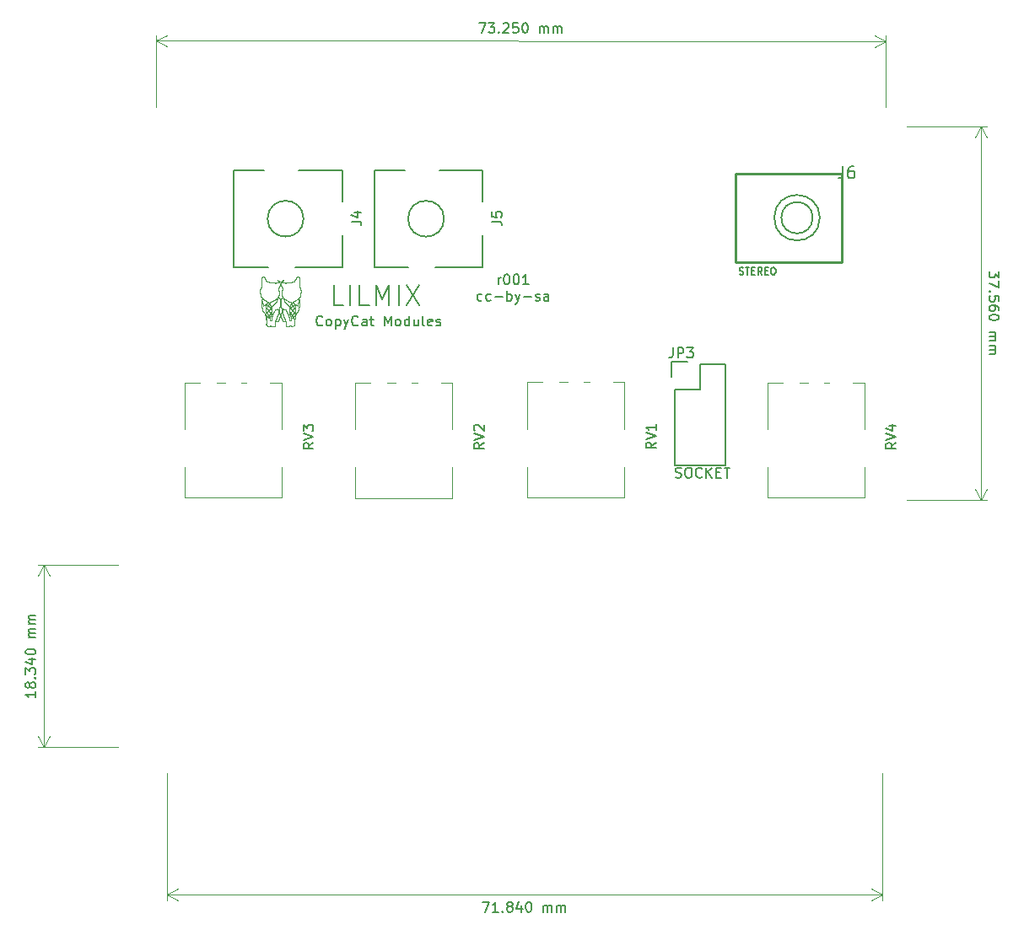
<source format=gbr>
G04 #@! TF.GenerationSoftware,KiCad,Pcbnew,5.1.4+dfsg1-1*
G04 #@! TF.CreationDate,2020-04-10T18:02:15-04:00*
G04 #@! TF.ProjectId,LilMix,4c696c4d-6978-42e6-9b69-6361645f7063,rev?*
G04 #@! TF.SameCoordinates,Original*
G04 #@! TF.FileFunction,Legend,Top*
G04 #@! TF.FilePolarity,Positive*
%FSLAX46Y46*%
G04 Gerber Fmt 4.6, Leading zero omitted, Abs format (unit mm)*
G04 Created by KiCad (PCBNEW 5.1.4+dfsg1-1) date 2020-04-10 18:02:15*
%MOMM*%
%LPD*%
G04 APERTURE LIST*
%ADD10C,0.004950*%
%ADD11C,0.150000*%
%ADD12C,0.120000*%
%ADD13C,0.254000*%
%ADD14C,0.127000*%
%ADD15C,0.152400*%
%ADD16C,0.190500*%
G04 APERTURE END LIST*
D10*
X98202619Y-94085574D02*
X98203366Y-94081271D01*
X98203366Y-94081271D02*
X98204186Y-94076115D01*
X98204186Y-94076115D02*
X98204858Y-94071478D01*
X98204858Y-94071478D02*
X98205565Y-94066178D01*
X98205565Y-94066178D02*
X98206154Y-94061385D01*
X98206154Y-94061385D02*
X98206695Y-94056677D01*
X98206695Y-94056677D02*
X98207185Y-94052080D01*
X98207185Y-94052080D02*
X98207658Y-94047354D01*
X98207658Y-94047354D02*
X98208114Y-94042503D01*
X98208114Y-94042503D02*
X98208553Y-94037531D01*
X98208553Y-94037531D02*
X98208956Y-94032651D01*
X98208956Y-94032651D02*
X98209383Y-94027152D01*
X98209383Y-94027152D02*
X98209746Y-94022204D01*
X98209746Y-94022204D02*
X98210097Y-94017079D01*
X98210097Y-94017079D02*
X98210416Y-94012167D01*
X98210416Y-94012167D02*
X98210719Y-94007172D01*
X98210719Y-94007172D02*
X98211004Y-94002256D01*
X98211004Y-94002256D02*
X98211328Y-93996292D01*
X98211328Y-93996292D02*
X98211613Y-93990721D01*
X98211613Y-93990721D02*
X98211853Y-93985735D01*
X98211853Y-93985735D02*
X98212142Y-93979330D01*
X98212142Y-93979330D02*
X98212358Y-93974200D01*
X98212358Y-93974200D02*
X98212552Y-93969361D01*
X98212552Y-93969361D02*
X98212781Y-93963239D01*
X98212781Y-93963239D02*
X98212959Y-93958288D01*
X98212959Y-93958288D02*
X98213118Y-93953468D01*
X98213118Y-93953468D02*
X98213278Y-93948425D01*
X98213278Y-93948425D02*
X98213429Y-93943336D01*
X98213429Y-93943336D02*
X98213593Y-93937468D01*
X98213593Y-93937468D02*
X98213654Y-93935255D01*
X97405972Y-93417529D02*
X97404831Y-93413401D01*
X97404831Y-93413401D02*
X97403557Y-93408715D01*
X97403557Y-93408715D02*
X97402312Y-93404062D01*
X97402312Y-93404062D02*
X97401096Y-93399441D01*
X97401096Y-93399441D02*
X97399905Y-93394850D01*
X97399905Y-93394850D02*
X97398744Y-93390290D01*
X97398744Y-93390290D02*
X97397332Y-93384632D01*
X97397332Y-93384632D02*
X97396234Y-93380140D01*
X97396234Y-93380140D02*
X97395162Y-93375675D01*
X97395162Y-93375675D02*
X97394117Y-93371240D01*
X97394117Y-93371240D02*
X97393099Y-93366833D01*
X97393099Y-93366833D02*
X97391865Y-93361365D01*
X97391865Y-93361365D02*
X97390908Y-93357019D01*
X97390908Y-93357019D02*
X97389978Y-93352702D01*
X97389978Y-93352702D02*
X97389075Y-93348410D01*
X97389075Y-93348410D02*
X97388197Y-93344144D01*
X97388197Y-93344144D02*
X97387343Y-93339904D01*
X97387343Y-93339904D02*
X97386517Y-93335688D01*
X97386517Y-93335688D02*
X97385716Y-93331497D01*
X97385716Y-93331497D02*
X97384378Y-93324218D01*
X97384378Y-93324218D02*
X97383469Y-93319063D01*
X97383469Y-93319063D02*
X97382430Y-93312927D01*
X97382430Y-93312927D02*
X97381606Y-93307848D01*
X97381606Y-93307848D02*
X97380667Y-93301799D01*
X97380667Y-93301799D02*
X97379929Y-93296795D01*
X97379929Y-93296795D02*
X97378957Y-93289840D01*
X97378957Y-93289840D02*
X97378309Y-93284910D01*
X97378309Y-93284910D02*
X97377698Y-93280009D01*
X97377698Y-93280009D02*
X97376955Y-93273678D01*
X97376955Y-93273678D02*
X97376376Y-93268357D01*
X97376376Y-93268357D02*
X97375886Y-93263549D01*
X97375886Y-93263549D02*
X97375347Y-93257811D01*
X97375347Y-93257811D02*
X97374935Y-93253058D01*
X97374935Y-93253058D02*
X97374559Y-93248327D01*
X97374559Y-93248327D02*
X97374186Y-93243150D01*
X97374186Y-93243150D02*
X97373825Y-93237532D01*
X97373825Y-93237532D02*
X97373538Y-93232408D01*
X97373538Y-93232408D02*
X97373271Y-93226845D01*
X97373271Y-93226845D02*
X97372989Y-93219470D01*
X97372989Y-93219470D02*
X97372829Y-93213966D01*
X97372829Y-93213966D02*
X97372713Y-93208030D01*
X97372713Y-93208030D02*
X97372655Y-93203027D01*
X97372655Y-93203027D02*
X97372637Y-93196345D01*
X97372637Y-93196345D02*
X97372670Y-93191269D01*
X97372670Y-93191269D02*
X97372742Y-93186092D01*
X97372742Y-93186092D02*
X97372868Y-93180482D01*
X97372868Y-93180482D02*
X97373062Y-93174218D01*
X97373062Y-93174218D02*
X97373276Y-93168860D01*
X97373276Y-93168860D02*
X97373556Y-93163068D01*
X97373556Y-93163068D02*
X97373604Y-93162179D01*
X97384842Y-91692769D02*
X97383168Y-91688835D01*
X97383168Y-91688835D02*
X97380628Y-91682724D01*
X97380628Y-91682724D02*
X97378164Y-91676623D01*
X97378164Y-91676623D02*
X97376448Y-91672273D01*
X97376448Y-91672273D02*
X97374770Y-91667931D01*
X97374770Y-91667931D02*
X97373292Y-91664031D01*
X97373292Y-91664031D02*
X97371205Y-91658409D01*
X97371205Y-91658409D02*
X97369639Y-91654096D01*
X97369639Y-91654096D02*
X97367807Y-91648938D01*
X97367807Y-91648938D02*
X97366466Y-91645081D01*
X97366466Y-91645081D02*
X97364719Y-91639955D01*
X97364719Y-91639955D02*
X97363158Y-91635275D01*
X97363158Y-91635275D02*
X97361912Y-91631461D01*
X97361912Y-91631461D02*
X97360421Y-91626817D01*
X97360421Y-91626817D02*
X97359100Y-91622616D01*
X97359100Y-91622616D02*
X97357683Y-91618016D01*
X97357683Y-91618016D02*
X97356302Y-91613440D01*
X97356302Y-91613440D02*
X97355077Y-91609304D01*
X97355077Y-91609304D02*
X97353881Y-91605188D01*
X97353881Y-91605188D02*
X97352713Y-91601097D01*
X97352713Y-91601097D02*
X97351576Y-91597031D01*
X97351576Y-91597031D02*
X97350029Y-91591380D01*
X97350029Y-91591380D02*
X97348743Y-91586579D01*
X97348743Y-91586579D02*
X97347190Y-91580634D01*
X97347190Y-91580634D02*
X97345987Y-91575925D01*
X97345987Y-91575925D02*
X97344918Y-91571648D01*
X97344918Y-91571648D02*
X97343690Y-91566643D01*
X97343690Y-91566643D02*
X97342594Y-91562073D01*
X97342594Y-91562073D02*
X97341530Y-91557552D01*
X97341530Y-91557552D02*
X97340497Y-91553082D01*
X97340497Y-91553082D02*
X97339497Y-91548666D01*
X97339497Y-91548666D02*
X97338526Y-91544305D01*
X97338526Y-91544305D02*
X97337585Y-91540000D01*
X97337585Y-91540000D02*
X97336675Y-91535754D01*
X97336675Y-91535754D02*
X97335789Y-91531567D01*
X97335789Y-91531567D02*
X97334931Y-91527442D01*
X97334931Y-91527442D02*
X97333828Y-91522042D01*
X97333828Y-91522042D02*
X97332640Y-91516107D01*
X97332640Y-91516107D02*
X97331626Y-91510960D01*
X97331626Y-91510960D02*
X97330653Y-91505940D01*
X97330653Y-91505940D02*
X97329717Y-91501050D01*
X97329717Y-91501050D02*
X97328817Y-91496295D01*
X97328817Y-91496295D02*
X97328599Y-91495130D01*
X97575216Y-91930845D02*
X97572030Y-91928275D01*
X97572030Y-91928275D02*
X97568254Y-91925202D01*
X97568254Y-91925202D02*
X97564837Y-91922395D01*
X97564837Y-91922395D02*
X97561764Y-91919847D01*
X97561764Y-91919847D02*
X97558724Y-91917308D01*
X97558724Y-91917308D02*
X97556020Y-91915030D01*
X97556020Y-91915030D02*
X97552451Y-91911998D01*
X97552451Y-91911998D02*
X97549222Y-91909226D01*
X97549222Y-91909226D02*
X97545458Y-91905962D01*
X97545458Y-91905962D02*
X97542314Y-91903208D01*
X97542314Y-91903208D02*
X97538650Y-91899965D01*
X97538650Y-91899965D02*
X97535314Y-91896978D01*
X97535314Y-91896978D02*
X97532023Y-91894000D01*
X97532023Y-91894000D02*
X97529044Y-91891278D01*
X97529044Y-91891278D02*
X97525573Y-91888071D01*
X97525573Y-91888071D02*
X97522414Y-91885119D01*
X97522414Y-91885119D02*
X97519299Y-91882178D01*
X97519299Y-91882178D02*
X97516225Y-91879242D01*
X97516225Y-91879242D02*
X97513195Y-91876315D01*
X97513195Y-91876315D02*
X97510207Y-91873398D01*
X97510207Y-91873398D02*
X97507260Y-91870487D01*
X97507260Y-91870487D02*
X97504595Y-91867826D01*
X97504595Y-91867826D02*
X97501489Y-91864688D01*
X97501489Y-91864688D02*
X97498663Y-91861799D01*
X97498663Y-91861799D02*
X97495880Y-91858920D01*
X97495880Y-91858920D02*
X97493135Y-91856046D01*
X97493135Y-91856046D02*
X97490428Y-91853181D01*
X97490428Y-91853181D02*
X97487762Y-91850322D01*
X97487762Y-91850322D02*
X97485132Y-91847470D01*
X97485132Y-91847470D02*
X97482541Y-91844626D01*
X97482541Y-91844626D02*
X97479987Y-91841789D01*
X97479987Y-91841789D02*
X97477470Y-91838959D01*
X97477470Y-91838959D02*
X97474786Y-91835899D01*
X97474786Y-91835899D02*
X97471740Y-91832377D01*
X97471740Y-91832377D02*
X97469344Y-91829569D01*
X97469344Y-91829569D02*
X97466982Y-91826766D01*
X97466982Y-91826766D02*
X97464656Y-91823970D01*
X97464656Y-91823970D02*
X97462365Y-91821181D01*
X97462365Y-91821181D02*
X97460106Y-91818395D01*
X97460106Y-91818395D02*
X97457882Y-91815617D01*
X97457882Y-91815617D02*
X97455691Y-91812845D01*
X97455691Y-91812845D02*
X97452821Y-91809156D01*
X97452821Y-91809156D02*
X97450182Y-91805707D01*
X97450182Y-91805707D02*
X97447250Y-91801807D01*
X97447250Y-91801807D02*
X97444547Y-91798148D01*
X97444547Y-91798148D02*
X97441899Y-91794498D01*
X97441899Y-91794498D02*
X97439305Y-91790856D01*
X97439305Y-91790856D02*
X97436761Y-91787222D01*
X97436761Y-91787222D02*
X97434271Y-91783598D01*
X97434271Y-91783598D02*
X97431830Y-91779981D01*
X97431830Y-91779981D02*
X97429439Y-91776372D01*
X97429439Y-91776372D02*
X97427094Y-91772771D01*
X97427094Y-91772771D02*
X97424799Y-91769175D01*
X97424799Y-91769175D02*
X97422549Y-91765589D01*
X97422549Y-91765589D02*
X97420346Y-91762010D01*
X97420346Y-91762010D02*
X97418186Y-91758435D01*
X97418186Y-91758435D02*
X97416070Y-91754868D01*
X97416070Y-91754868D02*
X97413996Y-91751307D01*
X97413996Y-91751307D02*
X97411965Y-91747753D01*
X97411965Y-91747753D02*
X97409973Y-91744201D01*
X97409973Y-91744201D02*
X97407538Y-91739772D01*
X97407538Y-91739772D02*
X97405634Y-91736234D01*
X97405634Y-91736234D02*
X97403767Y-91732700D01*
X97403767Y-91732700D02*
X97401935Y-91729172D01*
X97401935Y-91729172D02*
X97400140Y-91725647D01*
X97400140Y-91725647D02*
X97398379Y-91722128D01*
X97398379Y-91722128D02*
X97396224Y-91717732D01*
X97396224Y-91717732D02*
X97393290Y-91711586D01*
X97393290Y-91711586D02*
X97389655Y-91703701D01*
X97389655Y-91703701D02*
X97388086Y-91700199D01*
X97388086Y-91700199D02*
X97384842Y-91692769D01*
X98458223Y-94661147D02*
X98462517Y-94659709D01*
X98462517Y-94659709D02*
X98466850Y-94658231D01*
X98466850Y-94658231D02*
X98471607Y-94656574D01*
X98471607Y-94656574D02*
X98476380Y-94654879D01*
X98476380Y-94654879D02*
X98482745Y-94652575D01*
X98482745Y-94652575D02*
X98487697Y-94650747D01*
X98487697Y-94650747D02*
X98491831Y-94649203D01*
X98491831Y-94649203D02*
X98496517Y-94647433D01*
X98496517Y-94647433D02*
X98501525Y-94645519D01*
X98501525Y-94645519D02*
X98506070Y-94643762D01*
X98506070Y-94643762D02*
X98510528Y-94642022D01*
X98510528Y-94642022D02*
X98514883Y-94640307D01*
X98514883Y-94640307D02*
X98519123Y-94638626D01*
X98519123Y-94638626D02*
X98523904Y-94636714D01*
X98523904Y-94636714D02*
X98528482Y-94634871D01*
X98528482Y-94634871D02*
X98533439Y-94632860D01*
X98533439Y-94632860D02*
X98538072Y-94630970D01*
X98538072Y-94630970D02*
X98542857Y-94629009D01*
X98542857Y-94629009D02*
X98547576Y-94627071D01*
X97074179Y-92911823D02*
X97072889Y-92917303D01*
X97072889Y-92917303D02*
X97071865Y-92921646D01*
X97071865Y-92921646D02*
X97070593Y-92927021D01*
X97070593Y-92927021D02*
X97069584Y-92931280D01*
X97069584Y-92931280D02*
X97068330Y-92936553D01*
X97068330Y-92936553D02*
X97066837Y-92942815D01*
X97066837Y-92942815D02*
X97065849Y-92946950D01*
X97065849Y-92946950D02*
X97064621Y-92952077D01*
X97064621Y-92952077D02*
X97063644Y-92956147D01*
X97063644Y-92956147D02*
X97062432Y-92961194D01*
X97062432Y-92961194D02*
X97061226Y-92966207D01*
X97061226Y-92966207D02*
X97059315Y-92974144D01*
X97059315Y-92974144D02*
X97056478Y-92985899D01*
X97056478Y-92985899D02*
X97053684Y-92997476D01*
X97053684Y-92997476D02*
X97051840Y-93005130D01*
X97051840Y-93005130D02*
X97050466Y-93010838D01*
X97050466Y-93010838D02*
X97048645Y-93018417D01*
X97048645Y-93018417D02*
X97046839Y-93025969D01*
X97046839Y-93025969D02*
X97045044Y-93033503D01*
X97045044Y-93033503D02*
X97043706Y-93039149D01*
X97111149Y-92677188D02*
X97110663Y-92681854D01*
X97110663Y-92681854D02*
X97110099Y-92687215D01*
X97110099Y-92687215D02*
X97109377Y-92693982D01*
X97109377Y-92693982D02*
X97108739Y-92699877D01*
X97108739Y-92699877D02*
X97108102Y-92705660D01*
X97108102Y-92705660D02*
X97107545Y-92710630D01*
X97107545Y-92710630D02*
X97106914Y-92716212D01*
X97106914Y-92716212D02*
X97106207Y-92722367D01*
X97106207Y-92722367D02*
X97105579Y-92727724D01*
X97105579Y-92727724D02*
X97104955Y-92732981D01*
X97104955Y-92732981D02*
X97104331Y-92738136D01*
X97104331Y-92738136D02*
X97103712Y-92743194D01*
X97103712Y-92743194D02*
X97103094Y-92748153D01*
X97103094Y-92748153D02*
X97102402Y-92753618D01*
X97102402Y-92753618D02*
X97101636Y-92759553D01*
X97101636Y-92759553D02*
X97101027Y-92764198D01*
X97101027Y-92764198D02*
X97100342Y-92769315D01*
X97100342Y-92769315D02*
X97099660Y-92774319D01*
X97099660Y-92774319D02*
X97098833Y-92780292D01*
X97098833Y-92780292D02*
X97097932Y-92786623D01*
X97097932Y-92786623D02*
X97097112Y-92792265D01*
X97097112Y-92792265D02*
X97096445Y-92796773D01*
X97096445Y-92796773D02*
X97095558Y-92802629D01*
X97095558Y-92802629D02*
X97094676Y-92808319D01*
X97094676Y-92808319D02*
X97093799Y-92813846D01*
X97093799Y-92813846D02*
X97092927Y-92819215D01*
X97092927Y-92819215D02*
X97092060Y-92824433D01*
X97092060Y-92824433D02*
X97091197Y-92829506D01*
X97091197Y-92829506D02*
X97090337Y-92834438D01*
X97090337Y-92834438D02*
X97089483Y-92839236D01*
X97089483Y-92839236D02*
X97088633Y-92843905D01*
X97088633Y-92843905D02*
X97087787Y-92848451D01*
X97087787Y-92848451D02*
X97086947Y-92852881D01*
X97086947Y-92852881D02*
X97086110Y-92857199D01*
X97086110Y-92857199D02*
X97085278Y-92861410D01*
X97085278Y-92861410D02*
X97084174Y-92866870D01*
X97084174Y-92866870D02*
X97083079Y-92872163D01*
X97083079Y-92872163D02*
X97081989Y-92877306D01*
X97081989Y-92877306D02*
X97080908Y-92882307D01*
X97080908Y-92882307D02*
X97079834Y-92887186D01*
X97079834Y-92887186D02*
X97078634Y-92892543D01*
X97078634Y-92892543D02*
X97077707Y-92896620D01*
X97077707Y-92896620D02*
X97076521Y-92901771D01*
X97076521Y-92901771D02*
X97075476Y-92906273D01*
X97075476Y-92906273D02*
X97074179Y-92911823D01*
X97161364Y-92195318D02*
X97160687Y-92199687D01*
X97160687Y-92199687D02*
X97160018Y-92204112D01*
X97160018Y-92204112D02*
X97159291Y-92209000D01*
X97159291Y-92209000D02*
X97158569Y-92213947D01*
X97158569Y-92213947D02*
X97157612Y-92220635D01*
X97157612Y-92220635D02*
X97156900Y-92225716D01*
X97156900Y-92225716D02*
X97155958Y-92232579D01*
X97155958Y-92232579D02*
X97155256Y-92237787D01*
X97155256Y-92237787D02*
X97154499Y-92243489D01*
X97154499Y-92243489D02*
X97153892Y-92248137D01*
X97153892Y-92248137D02*
X97153260Y-92253045D01*
X97153260Y-92253045D02*
X97152489Y-92259124D01*
X97152489Y-92259124D02*
X97151694Y-92265490D01*
X97151694Y-92265490D02*
X97150905Y-92271915D01*
X97150905Y-92271915D02*
X97150234Y-92277469D01*
X97150234Y-92277469D02*
X97149566Y-92283060D01*
X97149566Y-92283060D02*
X97148956Y-92288221D01*
X97148956Y-92288221D02*
X97148296Y-92293889D01*
X97148296Y-92293889D02*
X97147639Y-92299592D01*
X97147639Y-92299592D02*
X97146826Y-92306770D01*
X97146826Y-92306770D02*
X97146285Y-92311582D01*
X97146285Y-92311582D02*
X97145532Y-92318357D01*
X97145532Y-92318357D02*
X97144679Y-92326148D01*
X97144679Y-92326148D02*
X97143831Y-92333989D01*
X97143831Y-92333989D02*
X97143305Y-92338913D01*
X97143305Y-92338913D02*
X97142572Y-92345832D01*
X97142572Y-92345832D02*
X97142052Y-92350794D01*
X97142052Y-92350794D02*
X97141432Y-92356769D01*
X97141432Y-92356769D02*
X97140917Y-92361763D01*
X97140917Y-92361763D02*
X97140405Y-92366770D01*
X97140405Y-92366770D02*
X97139692Y-92373799D01*
X97139692Y-92373799D02*
X97138981Y-92380849D01*
X97138981Y-92380849D02*
X97138479Y-92385895D01*
X97138479Y-92385895D02*
X97137676Y-92393987D01*
X97137676Y-92393987D02*
X97136981Y-92401083D01*
X97136981Y-92401083D02*
X97136487Y-92406160D01*
X97136487Y-92406160D02*
X97135699Y-92414291D01*
X97135699Y-92414291D02*
X97134626Y-92425484D01*
X97134626Y-92425484D02*
X97133757Y-92434651D01*
X97133757Y-92434651D02*
X97132988Y-92442797D01*
X97132988Y-92442797D02*
X97132416Y-92448906D01*
X97132416Y-92448906D02*
X97131656Y-92457044D01*
X97131656Y-92457044D02*
X97131089Y-92463141D01*
X97131089Y-92463141D02*
X97130153Y-92473288D01*
X97130153Y-92473288D02*
X97129594Y-92479361D01*
X97129594Y-92479361D02*
X97128853Y-92487444D01*
X97128853Y-92487444D02*
X97128117Y-92495503D01*
X97128117Y-92495503D02*
X97127386Y-92503536D01*
X97127386Y-92503536D02*
X97126477Y-92513532D01*
X97126477Y-92513532D02*
X97125756Y-92521490D01*
X97125756Y-92521490D02*
X97125039Y-92529409D01*
X97125039Y-92529409D02*
X97123971Y-92541213D01*
X97123971Y-92541213D02*
X97122913Y-92552896D01*
X97122913Y-92552896D02*
X97122213Y-92560624D01*
X97122213Y-92560624D02*
X97121516Y-92568294D01*
X97121516Y-92568294D02*
X97120995Y-92574005D01*
X97120995Y-92574005D02*
X97120305Y-92581566D01*
X97120305Y-92581566D02*
X97119619Y-92589060D01*
X97119619Y-92589060D02*
X97118765Y-92598332D01*
X97118765Y-92598332D02*
X97118256Y-92603834D01*
X97118256Y-92603834D02*
X97117580Y-92611106D01*
X97117580Y-92611106D02*
X97116908Y-92618297D01*
X97116908Y-92618297D02*
X97116238Y-92625403D01*
X97116238Y-92625403D02*
X97115571Y-92632420D01*
X97115571Y-92632420D02*
X97114907Y-92639344D01*
X97114907Y-92639344D02*
X97114247Y-92646173D01*
X97114247Y-92646173D02*
X97113590Y-92652902D01*
X97113590Y-92652902D02*
X97112935Y-92659527D01*
X97112935Y-92659527D02*
X97112282Y-92666047D01*
X97112282Y-92666047D02*
X97111634Y-92672455D01*
X97111634Y-92672455D02*
X97111149Y-92677188D01*
X97348207Y-90229617D02*
X97350848Y-90226566D01*
X97350848Y-90226566D02*
X97353214Y-90223860D01*
X97353214Y-90223860D02*
X97356234Y-90220437D01*
X97356234Y-90220437D02*
X97358964Y-90217366D01*
X97358964Y-90217366D02*
X97361644Y-90214378D01*
X97361644Y-90214378D02*
X97364271Y-90211473D01*
X97364271Y-90211473D02*
X97366847Y-90208646D01*
X97366847Y-90208646D02*
X97369375Y-90205896D01*
X97369375Y-90205896D02*
X97372054Y-90202998D01*
X97372054Y-90202998D02*
X97374877Y-90199971D01*
X97374877Y-90199971D02*
X97377440Y-90197242D01*
X97377440Y-90197242D02*
X97380516Y-90193987D01*
X97380516Y-90193987D02*
X97383141Y-90191230D01*
X97383141Y-90191230D02*
X97385701Y-90188551D01*
X97385701Y-90188551D02*
X97388905Y-90185219D01*
X97388905Y-90185219D02*
X97392348Y-90181649D01*
X97392348Y-90181649D02*
X97395014Y-90178891D01*
X97395014Y-90178891D02*
X97397603Y-90176211D01*
X97397603Y-90176211D02*
X97400734Y-90172963D01*
X97400734Y-90172963D02*
X97403455Y-90170123D01*
X97403455Y-90170123D02*
X97406661Y-90166750D01*
X97406661Y-90166750D02*
X97409188Y-90164061D01*
X97409188Y-90164061D02*
X97411762Y-90161280D01*
X97411762Y-90161280D02*
X97414501Y-90158265D01*
X97414501Y-90158265D02*
X97417009Y-90155437D01*
X97417009Y-90155437D02*
X97419417Y-90152637D01*
X97419417Y-90152637D02*
X97421734Y-90149856D01*
X97421734Y-90149856D02*
X97424288Y-90146665D01*
X97424288Y-90146665D02*
X97426540Y-90143709D01*
X97426540Y-90143709D02*
X97428652Y-90140802D01*
X97428652Y-90140802D02*
X97430702Y-90137826D01*
X97183770Y-90462240D02*
X97185673Y-90459069D01*
X97185673Y-90459069D02*
X97187575Y-90455921D01*
X97187575Y-90455921D02*
X97189471Y-90452791D01*
X97189471Y-90452791D02*
X97191742Y-90449057D01*
X97191742Y-90449057D02*
X97194007Y-90445351D01*
X97194007Y-90445351D02*
X97196642Y-90441062D01*
X97196642Y-90441062D02*
X97199266Y-90436806D01*
X97199266Y-90436806D02*
X97201510Y-90433188D01*
X97201510Y-90433188D02*
X97203746Y-90429594D01*
X97203746Y-90429594D02*
X97205976Y-90426027D01*
X97205976Y-90426027D02*
X97208570Y-90421901D01*
X97208570Y-90421901D02*
X97211521Y-90417226D01*
X97211521Y-90417226D02*
X97214094Y-90413174D01*
X97214094Y-90413174D02*
X97216291Y-90409729D01*
X97216291Y-90409729D02*
X97218847Y-90405744D01*
X97218847Y-90405744D02*
X97221391Y-90401792D01*
X97221391Y-90401792D02*
X97224287Y-90397320D01*
X97224287Y-90397320D02*
X97226449Y-90393997D01*
X97226449Y-90393997D02*
X97228605Y-90390699D01*
X97228605Y-90390699D02*
X97230753Y-90387428D01*
X97230753Y-90387428D02*
X97233249Y-90383642D01*
X97233249Y-90383642D02*
X97236087Y-90379359D01*
X97236087Y-90379359D02*
X97238912Y-90375120D01*
X97238912Y-90375120D02*
X97241722Y-90370928D01*
X97241722Y-90370928D02*
X97244168Y-90367296D01*
X97244168Y-90367296D02*
X97246256Y-90364211D01*
X97246256Y-90364211D02*
X97248682Y-90360645D01*
X97248682Y-90360645D02*
X97251440Y-90356611D01*
X97251440Y-90356611D02*
X97254182Y-90352624D01*
X97254182Y-90352624D02*
X97256908Y-90348679D01*
X97256908Y-90348679D02*
X97259619Y-90344780D01*
X97259619Y-90344780D02*
X97262313Y-90340926D01*
X97262313Y-90340926D02*
X97264991Y-90337118D01*
X97264991Y-90337118D02*
X97267653Y-90333352D01*
X97267653Y-90333352D02*
X97270297Y-90329632D01*
X97270297Y-90329632D02*
X97272597Y-90326414D01*
X97272597Y-90326414D02*
X97275536Y-90322327D01*
X97275536Y-90322327D02*
X97278127Y-90318739D01*
X97278127Y-90318739D02*
X97280382Y-90315637D01*
X97280382Y-90315637D02*
X97283260Y-90311698D01*
X97283260Y-90311698D02*
X97285799Y-90308243D01*
X97285799Y-90308243D02*
X97288004Y-90305256D01*
X97288004Y-90305256D02*
X97290510Y-90301885D01*
X97290510Y-90301885D02*
X97293306Y-90298143D01*
X97293306Y-90298143D02*
X97295772Y-90294864D01*
X97295772Y-90294864D02*
X97298217Y-90291628D01*
X97298217Y-90291628D02*
X97300945Y-90288039D01*
X97300945Y-90288039D02*
X97304247Y-90283729D01*
X97304247Y-90283729D02*
X97306918Y-90280264D01*
X97306918Y-90280264D02*
X97309272Y-90277228D01*
X97309272Y-90277228D02*
X97312478Y-90273126D01*
X97312478Y-90273126D02*
X97314784Y-90270195D01*
X97314784Y-90270195D02*
X97317067Y-90267304D01*
X97317067Y-90267304D02*
X97320455Y-90263049D01*
X97320455Y-90263049D02*
X97322964Y-90259922D01*
X97322964Y-90259922D02*
X97325719Y-90256510D01*
X97325719Y-90256510D02*
X97328171Y-90253496D01*
X97328171Y-90253496D02*
X97331395Y-90249562D01*
X97331395Y-90249562D02*
X97333779Y-90246672D01*
X97333779Y-90246672D02*
X97336656Y-90243214D01*
X97336656Y-90243214D02*
X97339487Y-90239836D01*
X97339487Y-90239836D02*
X97341773Y-90237131D01*
X97341773Y-90237131D02*
X97344773Y-90233607D01*
X97344773Y-90233607D02*
X97347720Y-90230178D01*
X97347720Y-90230178D02*
X97348207Y-90229617D01*
X97009944Y-90798138D02*
X97012115Y-90792985D01*
X97012115Y-90792985D02*
X97013799Y-90789041D01*
X97013799Y-90789041D02*
X97015527Y-90785032D01*
X97015527Y-90785032D02*
X97017060Y-90781508D01*
X97017060Y-90781508D02*
X97018867Y-90777382D01*
X97018867Y-90777382D02*
X97020593Y-90773478D01*
X97020593Y-90773478D02*
X97022354Y-90769520D01*
X97022354Y-90769520D02*
X97024411Y-90764937D01*
X97024411Y-90764937D02*
X97026512Y-90760290D01*
X97026512Y-90760290D02*
X97028117Y-90756763D01*
X97028117Y-90756763D02*
X97030021Y-90752608D01*
X97030021Y-90752608D02*
X97032236Y-90747803D01*
X97032236Y-90747803D02*
X97034208Y-90743551D01*
X97034208Y-90743551D02*
X97035923Y-90739874D01*
X97035923Y-90739874D02*
X97037953Y-90735548D01*
X97037953Y-90735548D02*
X97040309Y-90730553D01*
X97040309Y-90730553D02*
X97042703Y-90725510D01*
X97042703Y-90725510D02*
X97044828Y-90721056D01*
X97044828Y-90721056D02*
X97046671Y-90717211D01*
X97046671Y-90717211D02*
X97048847Y-90712695D01*
X97048847Y-90712695D02*
X97051049Y-90708144D01*
X97051049Y-90708144D02*
X97052958Y-90704220D01*
X97052958Y-90704220D02*
X97055207Y-90699614D01*
X97055207Y-90699614D02*
X97057482Y-90694976D01*
X97057482Y-90694976D02*
X97060772Y-90688306D01*
X97060772Y-90688306D02*
X97062769Y-90684278D01*
X97062769Y-90684278D02*
X97064447Y-90680908D01*
X97064447Y-90680908D02*
X97067151Y-90675490D01*
X97067151Y-90675490D02*
X97069542Y-90670725D01*
X97069542Y-90670725D02*
X97071262Y-90667310D01*
X97071262Y-90667310D02*
X97074035Y-90661824D01*
X97074035Y-90661824D02*
X97076834Y-90656313D01*
X97076834Y-90656313D02*
X97078595Y-90652856D01*
X97078595Y-90652856D02*
X97080722Y-90648699D01*
X97080722Y-90648699D02*
X97082504Y-90645227D01*
X97082504Y-90645227D02*
X97084293Y-90641747D01*
X97084293Y-90641747D02*
X97087175Y-90636166D01*
X97087175Y-90636166D02*
X97089713Y-90631269D01*
X97089713Y-90631269D02*
X97092267Y-90626362D01*
X97092267Y-90626362D02*
X97094467Y-90622148D01*
X97094467Y-90622148D02*
X97097417Y-90616523D01*
X97097417Y-90616523D02*
X97100011Y-90611593D01*
X97100011Y-90611593D02*
X97102992Y-90605954D01*
X97102992Y-90605954D02*
X97105613Y-90601015D01*
X97105613Y-90601015D02*
X97107493Y-90597487D01*
X97107493Y-90597487D02*
X97110133Y-90592547D01*
X97110133Y-90592547D02*
X97112024Y-90589017D01*
X97112024Y-90589017D02*
X97114535Y-90584340D01*
X97114535Y-90584340D02*
X97119253Y-90575614D01*
X97119253Y-90575614D02*
X97121167Y-90572092D01*
X97121167Y-90572092D02*
X97124427Y-90566110D01*
X97124427Y-90566110D02*
X97126926Y-90561545D01*
X97126926Y-90561545D02*
X97129237Y-90557335D01*
X97129237Y-90557335D02*
X97131939Y-90552435D01*
X97131939Y-90552435D02*
X97134452Y-90547894D01*
X97134452Y-90547894D02*
X97136968Y-90543363D01*
X97136968Y-90543363D02*
X97138808Y-90540057D01*
X97138808Y-90540057D02*
X97141232Y-90535720D01*
X97141232Y-90535720D02*
X97143172Y-90532258D01*
X97143172Y-90532258D02*
X97145892Y-90527427D01*
X97145892Y-90527427D02*
X97149387Y-90521240D01*
X97149387Y-90521240D02*
X97152107Y-90516452D01*
X97152107Y-90516452D02*
X97154826Y-90511683D01*
X97154826Y-90511683D02*
X97156769Y-90508291D01*
X97156769Y-90508291D02*
X97158710Y-90504911D01*
X97158710Y-90504911D02*
X97161426Y-90500197D01*
X97161426Y-90500197D02*
X97164138Y-90495508D01*
X97164138Y-90495508D02*
X97166076Y-90492176D01*
X97166076Y-90492176D02*
X97168010Y-90488857D01*
X97168010Y-90488857D02*
X97170327Y-90484894D01*
X97170327Y-90484894D02*
X97172257Y-90481609D01*
X97172257Y-90481609D02*
X97174952Y-90477036D01*
X97174952Y-90477036D02*
X97176876Y-90473788D01*
X97176876Y-90473788D02*
X97179561Y-90469269D01*
X97179561Y-90469269D02*
X97181858Y-90465423D01*
X97181858Y-90465423D02*
X97183770Y-90462240D01*
X96983739Y-90968789D02*
X96982702Y-90963813D01*
X96982702Y-90963813D02*
X96981804Y-90959222D01*
X96981804Y-90959222D02*
X96980931Y-90954424D01*
X96980931Y-90954424D02*
X96980192Y-90949971D01*
X96980192Y-90949971D02*
X96979424Y-90944741D01*
X96979424Y-90944741D02*
X96978755Y-90939288D01*
X96978755Y-90939288D02*
X96978193Y-90933317D01*
X96978193Y-90933317D02*
X96977874Y-90928429D01*
X96977874Y-90928429D02*
X96977692Y-90923519D01*
X96977692Y-90923519D02*
X96977650Y-90918569D01*
X96977650Y-90918569D02*
X96977758Y-90913563D01*
X96977758Y-90913563D02*
X96978020Y-90908480D01*
X96978020Y-90908480D02*
X96978388Y-90903883D01*
X96978388Y-90903883D02*
X96978889Y-90899197D01*
X96978889Y-90899197D02*
X96979614Y-90893804D01*
X96979614Y-90893804D02*
X96980409Y-90888887D01*
X96980409Y-90888887D02*
X96981223Y-90884481D01*
X96981223Y-90884481D02*
X96982151Y-90879967D01*
X96982151Y-90879967D02*
X96983198Y-90875339D01*
X96983198Y-90875339D02*
X96984192Y-90871271D01*
X96984192Y-90871271D02*
X96985275Y-90867108D01*
X96985275Y-90867108D02*
X96986453Y-90862842D01*
X96986453Y-90862842D02*
X96987722Y-90858468D01*
X96987722Y-90858468D02*
X96989091Y-90853982D01*
X96989091Y-90853982D02*
X96990302Y-90850150D01*
X96990302Y-90850150D02*
X96991586Y-90846234D01*
X96991586Y-90846234D02*
X96992940Y-90842231D01*
X96992940Y-90842231D02*
X96994364Y-90838133D01*
X96994364Y-90838133D02*
X96995862Y-90833941D01*
X96995862Y-90833941D02*
X96997434Y-90829652D01*
X96997434Y-90829652D02*
X96999079Y-90825261D01*
X96999079Y-90825261D02*
X97000450Y-90821673D01*
X97000450Y-90821673D02*
X97001871Y-90818015D01*
X97001871Y-90818015D02*
X97003435Y-90814053D01*
X97003435Y-90814053D02*
X97004861Y-90810488D01*
X97004861Y-90810488D02*
X97006433Y-90806616D01*
X97006433Y-90806616D02*
X97008055Y-90802669D01*
X97008055Y-90802669D02*
X97009730Y-90798646D01*
X97009730Y-90798646D02*
X97009944Y-90798138D01*
X97029815Y-91160397D02*
X97028760Y-91154677D01*
X97028760Y-91154677D02*
X97027730Y-91149254D01*
X97027730Y-91149254D02*
X97026852Y-91144782D01*
X97026852Y-91144782D02*
X97025785Y-91139480D01*
X97025785Y-91139480D02*
X97024913Y-91135256D01*
X97024913Y-91135256D02*
X97023790Y-91129945D01*
X97023790Y-91129945D02*
X97022829Y-91125497D01*
X97022829Y-91125497D02*
X97021750Y-91120602D01*
X97021750Y-91120602D02*
X97020583Y-91115419D01*
X97020583Y-91115419D02*
X97019638Y-91111295D01*
X97019638Y-91111295D02*
X97018683Y-91107191D01*
X97018683Y-91107191D02*
X97017525Y-91102290D01*
X97017525Y-91102290D02*
X97016406Y-91097621D01*
X97016406Y-91097621D02*
X97015228Y-91092780D01*
X97015228Y-91092780D02*
X97014042Y-91087968D01*
X97014042Y-91087968D02*
X97012848Y-91083188D01*
X97012848Y-91083188D02*
X97011851Y-91079230D01*
X97011851Y-91079230D02*
X97010450Y-91073727D01*
X97010450Y-91073727D02*
X97009246Y-91069047D01*
X97009246Y-91069047D02*
X97008043Y-91064403D01*
X97008043Y-91064403D02*
X97006443Y-91058268D01*
X97006443Y-91058268D02*
X97004647Y-91051446D01*
X97004647Y-91051446D02*
X97003061Y-91045454D01*
X97003061Y-91045454D02*
X97001490Y-91039532D01*
X97001490Y-91039532D02*
X97000323Y-91035137D01*
X97000323Y-91035137D02*
X96999167Y-91030789D01*
X96999167Y-91030789D02*
X96997834Y-91025767D01*
X96997834Y-91025767D02*
X96996151Y-91019398D01*
X96996151Y-91019398D02*
X96994868Y-91014516D01*
X96994868Y-91014516D02*
X96993791Y-91010381D01*
X96993791Y-91010381D02*
X96992731Y-91006292D01*
X96992731Y-91006292D02*
X96991694Y-91002251D01*
X96991694Y-91002251D02*
X96990681Y-90998260D01*
X96990681Y-90998260D02*
X96989369Y-90993016D01*
X96989369Y-90993016D02*
X96988107Y-90987863D01*
X96988107Y-90987863D02*
X96986969Y-90983114D01*
X96986969Y-90983114D02*
X96986023Y-90979067D01*
X96986023Y-90979067D02*
X96984912Y-90974174D01*
X96984912Y-90974174D02*
X96983865Y-90969380D01*
X96983865Y-90969380D02*
X96983739Y-90968789D01*
X96604374Y-90343491D02*
X96597895Y-90343074D01*
X96597895Y-90343074D02*
X96592475Y-90342723D01*
X96592475Y-90342723D02*
X96586804Y-90342351D01*
X96586804Y-90342351D02*
X96580847Y-90341953D01*
X96580847Y-90341953D02*
X96574566Y-90341529D01*
X96574566Y-90341529D02*
X96567926Y-90341072D01*
X96567926Y-90341072D02*
X96560892Y-90340582D01*
X96560892Y-90340582D02*
X96553426Y-90340055D01*
X96553426Y-90340055D02*
X96548520Y-90339703D01*
X96548520Y-90339703D02*
X96541337Y-90339184D01*
X96541337Y-90339184D02*
X96535954Y-90338791D01*
X96535954Y-90338791D02*
X96529793Y-90338337D01*
X96529793Y-90338337D02*
X96524553Y-90337948D01*
X96524553Y-90337948D02*
X96519738Y-90337589D01*
X96519738Y-90337589D02*
X96514769Y-90337215D01*
X96514769Y-90337215D02*
X96508344Y-90336730D01*
X96508344Y-90336730D02*
X96503018Y-90336325D01*
X96503018Y-90336325D02*
X96497525Y-90335905D01*
X96497525Y-90335905D02*
X96491860Y-90335470D01*
X96491860Y-90335470D02*
X96486019Y-90335018D01*
X96486019Y-90335018D02*
X96478458Y-90334432D01*
X96478458Y-90334432D02*
X96476911Y-90334312D01*
X96989738Y-93162180D02*
X96989374Y-93155954D01*
X96989374Y-93155954D02*
X96989050Y-93151073D01*
X96989050Y-93151073D02*
X96988661Y-93145764D01*
X96988661Y-93145764D02*
X96988227Y-93140419D01*
X96988227Y-93140419D02*
X96987706Y-93134550D01*
X96987706Y-93134550D02*
X96987263Y-93129963D01*
X96987263Y-93129963D02*
X96986630Y-93123882D01*
X96986630Y-93123882D02*
X96986111Y-93119240D01*
X96986111Y-93119240D02*
X96985472Y-93113879D01*
X96985472Y-93113879D02*
X96984826Y-93108773D01*
X96984826Y-93108773D02*
X96984217Y-93104234D01*
X96984217Y-93104234D02*
X96983507Y-93099208D01*
X96983507Y-93099208D02*
X96982845Y-93094744D01*
X96982845Y-93094744D02*
X96982124Y-93090121D01*
X96982124Y-93090121D02*
X96981430Y-93085846D01*
X96981430Y-93085846D02*
X96980643Y-93081215D01*
X96980643Y-93081215D02*
X96979793Y-93076440D01*
X96979793Y-93076440D02*
X96978766Y-93070949D01*
X96978766Y-93070949D02*
X96977857Y-93066315D01*
X96977857Y-93066315D02*
X96976922Y-93061750D01*
X96976922Y-93061750D02*
X96976043Y-93057631D01*
X96976043Y-93057631D02*
X96975142Y-93053576D01*
X96975142Y-93053576D02*
X96974137Y-93049228D01*
X96974137Y-93049228D02*
X96973109Y-93044961D01*
X96973109Y-93044961D02*
X96972102Y-93040953D01*
X96972102Y-93040953D02*
X96971064Y-93036984D01*
X96971064Y-93036984D02*
X96969754Y-93032199D01*
X96969754Y-93032199D02*
X96968594Y-93028148D01*
X96968594Y-93028148D02*
X96967268Y-93023740D01*
X96967268Y-93023740D02*
X96965965Y-93019621D01*
X96965965Y-93019621D02*
X96964544Y-93015350D01*
X96964544Y-93015350D02*
X96963148Y-93011379D01*
X96963148Y-93011379D02*
X96961732Y-93007562D01*
X96961732Y-93007562D02*
X96960296Y-93003908D01*
X96960296Y-93003908D02*
X96958633Y-92999935D01*
X96958633Y-92999935D02*
X96957001Y-92996303D01*
X96957001Y-92996303D02*
X96955241Y-92992674D01*
X96955241Y-92992674D02*
X96953518Y-92989400D01*
X96953518Y-92989400D02*
X96951559Y-92986013D01*
X96951559Y-92986013D02*
X96950356Y-92984106D01*
X96957370Y-93417529D02*
X96958507Y-93413401D01*
X96958507Y-93413401D02*
X96959780Y-93408715D01*
X96959780Y-93408715D02*
X96961024Y-93404062D01*
X96961024Y-93404062D02*
X96962242Y-93399441D01*
X96962242Y-93399441D02*
X96963430Y-93394850D01*
X96963430Y-93394850D02*
X96964591Y-93390290D01*
X96964591Y-93390290D02*
X96965725Y-93385760D01*
X96965725Y-93385760D02*
X96966832Y-93381261D01*
X96966832Y-93381261D02*
X96967908Y-93376788D01*
X96967908Y-93376788D02*
X96968959Y-93372346D01*
X96968959Y-93372346D02*
X96969983Y-93367932D01*
X96969983Y-93367932D02*
X96970981Y-93363548D01*
X96970981Y-93363548D02*
X96971952Y-93359189D01*
X96971952Y-93359189D02*
X96972896Y-93354858D01*
X96972896Y-93354858D02*
X96973813Y-93350553D01*
X96973813Y-93350553D02*
X96974706Y-93346275D01*
X96974706Y-93346275D02*
X96975569Y-93342021D01*
X96975569Y-93342021D02*
X96976408Y-93337793D01*
X96976408Y-93337793D02*
X96978202Y-93328370D01*
X96978202Y-93328370D02*
X96979141Y-93323186D01*
X96979141Y-93323186D02*
X96980044Y-93318038D01*
X96980044Y-93318038D02*
X96980907Y-93312928D01*
X96980907Y-93312928D02*
X96981729Y-93307849D01*
X96981729Y-93307849D02*
X96982666Y-93301800D01*
X96982666Y-93301800D02*
X96983407Y-93296796D01*
X96983407Y-93296796D02*
X96984378Y-93289841D01*
X96984378Y-93289841D02*
X96985027Y-93284911D01*
X96985027Y-93284911D02*
X96985641Y-93280010D01*
X96985641Y-93280010D02*
X96986327Y-93274163D01*
X96986327Y-93274163D02*
X96986858Y-93269323D01*
X96986858Y-93269323D02*
X96987354Y-93264510D01*
X96987354Y-93264510D02*
X96987988Y-93257812D01*
X96987988Y-93257812D02*
X96988400Y-93253059D01*
X96988400Y-93253059D02*
X96988776Y-93248328D01*
X96988776Y-93248328D02*
X96989116Y-93243620D01*
X96989116Y-93243620D02*
X96989423Y-93238934D01*
X96989423Y-93238934D02*
X96989723Y-93233804D01*
X96989723Y-93233804D02*
X96990002Y-93228234D01*
X96990002Y-93228234D02*
X96990217Y-93223152D01*
X96990217Y-93223152D02*
X96990432Y-93216716D01*
X96990432Y-93216716D02*
X96990557Y-93211681D01*
X96990557Y-93211681D02*
X96990642Y-93206665D01*
X96990642Y-93206665D02*
X96990693Y-93200761D01*
X96990693Y-93200761D02*
X96990674Y-93192170D01*
X96990674Y-93192170D02*
X96990605Y-93186768D01*
X96990605Y-93186768D02*
X96990473Y-93180707D01*
X96990473Y-93180707D02*
X96990258Y-93173772D01*
X96990258Y-93173772D02*
X96990042Y-93168415D01*
X96990042Y-93168415D02*
X96989784Y-93163069D01*
X96989784Y-93163069D02*
X96989738Y-93162180D01*
X96833762Y-93760200D02*
X96835446Y-93756032D01*
X96835446Y-93756032D02*
X96839942Y-93744904D01*
X96839942Y-93744904D02*
X96841906Y-93740028D01*
X96841906Y-93740028D02*
X96844431Y-93733755D01*
X96844431Y-93733755D02*
X96846672Y-93728173D01*
X96846672Y-93728173D02*
X96848908Y-93722589D01*
X96848908Y-93722589D02*
X96851143Y-93717002D01*
X96851143Y-93717002D02*
X96852816Y-93712810D01*
X96852816Y-93712810D02*
X96854486Y-93708616D01*
X96854486Y-93708616D02*
X96856709Y-93703024D01*
X96856709Y-93703024D02*
X96861140Y-93691838D01*
X96861140Y-93691838D02*
X96864446Y-93683450D01*
X96864446Y-93683450D02*
X96866644Y-93677859D01*
X96866644Y-93677859D02*
X96869927Y-93669478D01*
X96869927Y-93669478D02*
X96872105Y-93663893D01*
X96872105Y-93663893D02*
X96874275Y-93658313D01*
X96874275Y-93658313D02*
X96876436Y-93652736D01*
X96876436Y-93652736D02*
X96878589Y-93647166D01*
X96878589Y-93647166D02*
X96880732Y-93641599D01*
X96880732Y-93641599D02*
X96882865Y-93636040D01*
X96882865Y-93636040D02*
X96884988Y-93630487D01*
X96884988Y-93630487D02*
X96887101Y-93624943D01*
X96887101Y-93624943D02*
X96889201Y-93619404D01*
X96889201Y-93619404D02*
X96891290Y-93613874D01*
X96891290Y-93613874D02*
X96893367Y-93608354D01*
X96893367Y-93608354D02*
X96895432Y-93602846D01*
X96895432Y-93602846D02*
X96897483Y-93597346D01*
X96897483Y-93597346D02*
X96899523Y-93591859D01*
X96899523Y-93591859D02*
X96901548Y-93586383D01*
X96901548Y-93586383D02*
X96903558Y-93580919D01*
X96903558Y-93580919D02*
X96905304Y-93576148D01*
X96905304Y-93576148D02*
X96907533Y-93570029D01*
X96907533Y-93570029D02*
X96909252Y-93565283D01*
X96909252Y-93565283D02*
X96910717Y-93561225D01*
X96910717Y-93561225D02*
X96912171Y-93557173D01*
X96912171Y-93557173D02*
X96914336Y-93551115D01*
X96914336Y-93551115D02*
X96916243Y-93545746D01*
X96916243Y-93545746D02*
X96917896Y-93541063D01*
X96917896Y-93541063D02*
X96920235Y-93534395D01*
X96920235Y-93534395D02*
X96921855Y-93529746D01*
X96921855Y-93529746D02*
X96924597Y-93521809D01*
X96924597Y-93521809D02*
X96926402Y-93516542D01*
X96926402Y-93516542D02*
X96928186Y-93511295D01*
X96928186Y-93511295D02*
X96930168Y-93505419D01*
X96930168Y-93505419D02*
X96931476Y-93501517D01*
X96931476Y-93501517D02*
X96932772Y-93497628D01*
X96932772Y-93497628D02*
X96934054Y-93493750D01*
X96934054Y-93493750D02*
X96935323Y-93489884D01*
X96935323Y-93489884D02*
X96936790Y-93485395D01*
X96936790Y-93485395D02*
X96938239Y-93480921D01*
X96938239Y-93480921D02*
X96939874Y-93475833D01*
X96939874Y-93475833D02*
X96942678Y-93466990D01*
X96942678Y-93466990D02*
X96944247Y-93461973D01*
X96944247Y-93461973D02*
X96945792Y-93456985D01*
X96945792Y-93456985D02*
X96947686Y-93450786D01*
X96947686Y-93450786D02*
X96949173Y-93445860D01*
X96949173Y-93445860D02*
X96950634Y-93440962D01*
X96950634Y-93440962D02*
X96952069Y-93436095D01*
X96952069Y-93436095D02*
X96953476Y-93431258D01*
X96953476Y-93431258D02*
X96954856Y-93426452D01*
X96954856Y-93426452D02*
X96956208Y-93421678D01*
X96956208Y-93421678D02*
X96957370Y-93417529D01*
X96711866Y-94058284D02*
X96713385Y-94054360D01*
X96713385Y-94054360D02*
X96715276Y-94049512D01*
X96715276Y-94049512D02*
X96717241Y-94044514D01*
X96717241Y-94044514D02*
X96719275Y-94039366D01*
X96719275Y-94039366D02*
X96721378Y-94034076D01*
X96721378Y-94034076D02*
X96723182Y-94029562D01*
X96723182Y-94029562D02*
X96724657Y-94025879D01*
X96724657Y-94025879D02*
X96726351Y-94021660D01*
X96726351Y-94021660D02*
X96728861Y-94015442D01*
X96728861Y-94015442D02*
X96730440Y-94011537D01*
X96730440Y-94011537D02*
X96732249Y-94007076D01*
X96732249Y-94007076D02*
X96734091Y-94002550D01*
X96734091Y-94002550D02*
X96736175Y-93997433D01*
X96736175Y-93997433D02*
X96739156Y-93990135D01*
X96739156Y-93990135D02*
X96740892Y-93985892D01*
X96740892Y-93985892D02*
X96742652Y-93981599D01*
X96742652Y-93981599D02*
X96744434Y-93977256D01*
X96744434Y-93977256D02*
X96746692Y-93971757D01*
X96746692Y-93971757D02*
X96749911Y-93963939D01*
X96749911Y-93963939D02*
X96751779Y-93959407D01*
X96751779Y-93959407D02*
X96753666Y-93954829D01*
X96753666Y-93954829D02*
X96755572Y-93950209D01*
X96755572Y-93950209D02*
X96757498Y-93945546D01*
X96757498Y-93945546D02*
X96759442Y-93940841D01*
X96759442Y-93940841D02*
X96762390Y-93933714D01*
X96762390Y-93933714D02*
X96766381Y-93924065D01*
X96766381Y-93924065D02*
X96769417Y-93916724D01*
X96769417Y-93916724D02*
X96771460Y-93911788D01*
X96771460Y-93911788D02*
X96776621Y-93899319D01*
X96776621Y-93899319D02*
X96781881Y-93886605D01*
X96781881Y-93886605D02*
X96783472Y-93882758D01*
X96783472Y-93882758D02*
X96787207Y-93873728D01*
X96787207Y-93873728D02*
X96790437Y-93865912D01*
X96790437Y-93865912D02*
X96792601Y-93860671D01*
X96792601Y-93860671D02*
X96794776Y-93855405D01*
X96794776Y-93855405D02*
X96796959Y-93850115D01*
X96796959Y-93850115D02*
X96799150Y-93844801D01*
X96799150Y-93844801D02*
X96801349Y-93839465D01*
X96801349Y-93839465D02*
X96803554Y-93834107D01*
X96803554Y-93834107D02*
X96805765Y-93828730D01*
X96805765Y-93828730D02*
X96807984Y-93823334D01*
X96807984Y-93823334D02*
X96809651Y-93819273D01*
X96809651Y-93819273D02*
X96812437Y-93812486D01*
X96812437Y-93812486D02*
X96814671Y-93807037D01*
X96814671Y-93807037D02*
X96816908Y-93801573D01*
X96816908Y-93801573D02*
X96819148Y-93796094D01*
X96819148Y-93796094D02*
X96821392Y-93790601D01*
X96821392Y-93790601D02*
X96823638Y-93785097D01*
X96823638Y-93785097D02*
X96825886Y-93779581D01*
X96825886Y-93779581D02*
X96827573Y-93775437D01*
X96827573Y-93775437D02*
X96829823Y-93769903D01*
X96829823Y-93769903D02*
X96832636Y-93762974D01*
X96832636Y-93762974D02*
X96833762Y-93760200D01*
X96685704Y-94156634D02*
X96685243Y-94151960D01*
X96685243Y-94151960D02*
X96685237Y-94146751D01*
X96685237Y-94146751D02*
X96685675Y-94141599D01*
X96685675Y-94141599D02*
X96686334Y-94137117D01*
X96686334Y-94137117D02*
X96687247Y-94132363D01*
X96687247Y-94132363D02*
X96688225Y-94128044D01*
X96688225Y-94128044D02*
X96689283Y-94123848D01*
X96689283Y-94123848D02*
X96690364Y-94119878D01*
X96690364Y-94119878D02*
X96691475Y-94116032D01*
X96691475Y-94116032D02*
X96692784Y-94111707D01*
X96692784Y-94111707D02*
X96694245Y-94107083D01*
X96694245Y-94107083D02*
X96695527Y-94103159D01*
X96695527Y-94103159D02*
X96696825Y-94099291D01*
X96696825Y-94099291D02*
X96698409Y-94094677D01*
X96698409Y-94094677D02*
X96699704Y-94090978D01*
X96699704Y-94090978D02*
X96701293Y-94086521D01*
X96701293Y-94086521D02*
X96702637Y-94082804D01*
X96702637Y-94082804D02*
X96704169Y-94078623D01*
X96704169Y-94078623D02*
X96705529Y-94074957D01*
X96705529Y-94074957D02*
X96706948Y-94071168D01*
X96706948Y-94071168D02*
X96708701Y-94066533D01*
X96708701Y-94066533D02*
X96710395Y-94062097D01*
X96710395Y-94062097D02*
X96711866Y-94058284D01*
X96708108Y-94187102D02*
X96704853Y-94185227D01*
X96704853Y-94185227D02*
X96701749Y-94183180D01*
X96701749Y-94183180D02*
X96698704Y-94180836D01*
X96698704Y-94180836D02*
X96695790Y-94178147D01*
X96695790Y-94178147D02*
X96693444Y-94175513D01*
X96693444Y-94175513D02*
X96691108Y-94172235D01*
X96691108Y-94172235D02*
X96689307Y-94168974D01*
X96689307Y-94168974D02*
X96687844Y-94165486D01*
X96687844Y-94165486D02*
X96686487Y-94160854D01*
X96686487Y-94160854D02*
X96685706Y-94156653D01*
X96685706Y-94156653D02*
X96685704Y-94156634D01*
X96763290Y-94203741D02*
X96758976Y-94202979D01*
X96758976Y-94202979D02*
X96754185Y-94202056D01*
X96754185Y-94202056D02*
X96749416Y-94201053D01*
X96749416Y-94201053D02*
X96745041Y-94200052D01*
X96745041Y-94200052D02*
X96740436Y-94198914D01*
X96740436Y-94198914D02*
X96735686Y-94197634D01*
X96735686Y-94197634D02*
X96731162Y-94196310D01*
X96731162Y-94196310D02*
X96726881Y-94194947D01*
X96726881Y-94194947D02*
X96723109Y-94193643D01*
X96723109Y-94193643D02*
X96719479Y-94192285D01*
X96719479Y-94192285D02*
X96715206Y-94190527D01*
X96715206Y-94190527D02*
X96711641Y-94188900D01*
X96711641Y-94188900D02*
X96708228Y-94187166D01*
X96708228Y-94187166D02*
X96708108Y-94187102D01*
X96826747Y-94207184D02*
X96821904Y-94207389D01*
X96821904Y-94207389D02*
X96816630Y-94207540D01*
X96816630Y-94207540D02*
X96811458Y-94207608D01*
X96811458Y-94207608D02*
X96806059Y-94207587D01*
X96806059Y-94207587D02*
X96801119Y-94207482D01*
X96801119Y-94207482D02*
X96796183Y-94207293D01*
X96796183Y-94207293D02*
X96790575Y-94206973D01*
X96790575Y-94206973D02*
X96785202Y-94206554D01*
X96785202Y-94206554D02*
X96779989Y-94206047D01*
X96779989Y-94206047D02*
X96775215Y-94205492D01*
X96775215Y-94205492D02*
X96770449Y-94204855D01*
X96770449Y-94204855D02*
X96765677Y-94204132D01*
X96765677Y-94204132D02*
X96763290Y-94203741D01*
X96239167Y-92680230D02*
X96237471Y-92676924D01*
X96237471Y-92676924D02*
X96234818Y-92671752D01*
X96234818Y-92671752D02*
X96232994Y-92668198D01*
X96232994Y-92668198D02*
X96231123Y-92664558D01*
X96231123Y-92664558D02*
X96229208Y-92660833D01*
X96229208Y-92660833D02*
X96227252Y-92657028D01*
X96227252Y-92657028D02*
X96225254Y-92653144D01*
X96225254Y-92653144D02*
X96223216Y-92649186D01*
X96223216Y-92649186D02*
X96221139Y-92645155D01*
X96221139Y-92645155D02*
X96219027Y-92641057D01*
X96219027Y-92641057D02*
X96216879Y-92636893D01*
X96216879Y-92636893D02*
X96214146Y-92631599D01*
X96214146Y-92631599D02*
X96211926Y-92627300D01*
X96211926Y-92627300D02*
X96207970Y-92619649D01*
X96207970Y-92619649D02*
X96206246Y-92616319D01*
X96206246Y-92616319D02*
X96203343Y-92610714D01*
X96203343Y-92610714D02*
X96200994Y-92606181D01*
X96200994Y-92606181D02*
X96198622Y-92601607D01*
X96198622Y-92601607D02*
X96196229Y-92596996D01*
X96196229Y-92596996D02*
X96193815Y-92592351D01*
X96193815Y-92592351D02*
X96191994Y-92588844D01*
X96191994Y-92588844D02*
X96188938Y-92582972D01*
X96188938Y-92582972D02*
X96186476Y-92578243D01*
X96186476Y-92578243D02*
X96184000Y-92573492D01*
X96184000Y-92573492D02*
X96181513Y-92568725D01*
X96181513Y-92568725D02*
X96179016Y-92563941D01*
X96179016Y-92563941D02*
X96176509Y-92559146D01*
X96176509Y-92559146D02*
X96173996Y-92554341D01*
X96173996Y-92554341D02*
X96172108Y-92550734D01*
X96172108Y-92550734D02*
X96166431Y-92539905D01*
X96166431Y-92539905D02*
X96163905Y-92535095D01*
X96163905Y-92535095D02*
X96161379Y-92530292D01*
X96161379Y-92530292D02*
X96158856Y-92525499D01*
X96158856Y-92525499D02*
X96156966Y-92521912D01*
X96156966Y-92521912D02*
X96153821Y-92515954D01*
X96153821Y-92515954D02*
X96151315Y-92511211D01*
X96151315Y-92511211D02*
X96148816Y-92506489D01*
X96148816Y-92506489D02*
X96146949Y-92502965D01*
X96146949Y-92502965D02*
X96143850Y-92497123D01*
X96143850Y-92497123D02*
X96142000Y-92493644D01*
X96142000Y-92493644D02*
X96139547Y-92489033D01*
X96139547Y-92489033D02*
X96137109Y-92484460D01*
X96137109Y-92484460D02*
X96134689Y-92479926D01*
X96134689Y-92479926D02*
X96132287Y-92475436D01*
X96132287Y-92475436D02*
X96129315Y-92469891D01*
X96129315Y-92469891D02*
X96127548Y-92466602D01*
X96127548Y-92466602D02*
X96125212Y-92462260D01*
X96125212Y-92462260D02*
X96122901Y-92457976D01*
X96122901Y-92457976D02*
X96120617Y-92453751D01*
X96120617Y-92453751D02*
X96118642Y-92450106D01*
X96118642Y-92450106D02*
X96116135Y-92445491D01*
X96116135Y-92445491D02*
X96113940Y-92441462D01*
X96113940Y-92441462D02*
X96111779Y-92437504D01*
X96111779Y-92437504D02*
X96109652Y-92433623D01*
X96109652Y-92433623D02*
X96107560Y-92429818D01*
X96107560Y-92429818D02*
X96105506Y-92426095D01*
X96105506Y-92426095D02*
X96103490Y-92422455D01*
X96103490Y-92422455D02*
X96101517Y-92418903D01*
X96101517Y-92418903D02*
X96099583Y-92415442D01*
X96099583Y-92415442D02*
X96097578Y-92411867D01*
X96097578Y-92411867D02*
X96094949Y-92407206D01*
X96094949Y-92407206D02*
X96094503Y-92406418D01*
X96357717Y-92672028D02*
X96354875Y-92674856D01*
X96354875Y-92674856D02*
X96351192Y-92678519D01*
X96351192Y-92678519D02*
X96347622Y-92682059D01*
X96347622Y-92682059D02*
X96344590Y-92685053D01*
X96344590Y-92685053D02*
X96342059Y-92687546D01*
X96342059Y-92687546D02*
X96338773Y-92690762D01*
X96338773Y-92690762D02*
X96335593Y-92693858D01*
X96335593Y-92693858D02*
X96332513Y-92696831D01*
X96332513Y-92696831D02*
X96329533Y-92699683D01*
X96329533Y-92699683D02*
X96326647Y-92702414D01*
X96326647Y-92702414D02*
X96323855Y-92705024D01*
X96323855Y-92705024D02*
X96321154Y-92707516D01*
X96321154Y-92707516D02*
X96318542Y-92709887D01*
X96318542Y-92709887D02*
X96315396Y-92712685D01*
X96315396Y-92712685D02*
X96312525Y-92715169D01*
X96312525Y-92715169D02*
X96309484Y-92717724D01*
X96309484Y-92717724D02*
X96306570Y-92720074D01*
X96306570Y-92720074D02*
X96303521Y-92722416D01*
X96303521Y-92722416D02*
X96300613Y-92724519D01*
X96300613Y-92724519D02*
X96297487Y-92726609D01*
X96297487Y-92726609D02*
X96294299Y-92728520D01*
X96294299Y-92728520D02*
X96290859Y-92730274D01*
X96290859Y-92730274D02*
X96287232Y-92731708D01*
X96287232Y-92731708D02*
X96283099Y-92732683D01*
X96283099Y-92732683D02*
X96278113Y-92732691D01*
X96278113Y-92732691D02*
X96273913Y-92731477D01*
X96273913Y-92731477D02*
X96270635Y-92729633D01*
X96270635Y-92729633D02*
X96267777Y-92727343D01*
X96267777Y-92727343D02*
X96265247Y-92724785D01*
X96265247Y-92724785D02*
X96262942Y-92722039D01*
X96262942Y-92722039D02*
X96260242Y-92718359D01*
X96260242Y-92718359D02*
X96258180Y-92715250D01*
X96258180Y-92715250D02*
X96256235Y-92712115D01*
X96256235Y-92712115D02*
X96254239Y-92708725D01*
X96254239Y-92708725D02*
X96252354Y-92705392D01*
X96252354Y-92705392D02*
X96250327Y-92701690D01*
X96250327Y-92701690D02*
X96248584Y-92698431D01*
X96248584Y-92698431D02*
X96246787Y-92695017D01*
X96246787Y-92695017D02*
X96244931Y-92691447D01*
X96244931Y-92691447D02*
X96243010Y-92687724D01*
X96243010Y-92687724D02*
X96240001Y-92681857D01*
X96240001Y-92681857D02*
X96239167Y-92680230D01*
X96687688Y-92319805D02*
X96685398Y-92322570D01*
X96685398Y-92322570D02*
X96683076Y-92325366D01*
X96683076Y-92325366D02*
X96679927Y-92329136D01*
X96679927Y-92329136D02*
X96677525Y-92331995D01*
X96677525Y-92331995D02*
X96674548Y-92335525D01*
X96674548Y-92335525D02*
X96671522Y-92339092D01*
X96671522Y-92339092D02*
X96667887Y-92343355D01*
X96667887Y-92343355D02*
X96664476Y-92347333D01*
X96664476Y-92347333D02*
X96662172Y-92350010D01*
X96662172Y-92350010D02*
X96659845Y-92352703D01*
X96659845Y-92352703D02*
X96657498Y-92355415D01*
X96657498Y-92355415D02*
X96655129Y-92358142D01*
X96655129Y-92358142D02*
X96652740Y-92360887D01*
X96652740Y-92360887D02*
X96649113Y-92365033D01*
X96649113Y-92365033D02*
X96646671Y-92367816D01*
X96646671Y-92367816D02*
X96644210Y-92370615D01*
X96644210Y-92370615D02*
X96641729Y-92373429D01*
X96641729Y-92373429D02*
X96639230Y-92376256D01*
X96639230Y-92376256D02*
X96636711Y-92379097D01*
X96636711Y-92379097D02*
X96634175Y-92381952D01*
X96634175Y-92381952D02*
X96630982Y-92385538D01*
X96630982Y-92385538D02*
X96627760Y-92389144D01*
X96627760Y-92389144D02*
X96625165Y-92392042D01*
X96625165Y-92392042D02*
X96622555Y-92394951D01*
X96622555Y-92394951D02*
X96619927Y-92397871D01*
X96619927Y-92397871D02*
X96617286Y-92400803D01*
X96617286Y-92400803D02*
X96614630Y-92403744D01*
X96614630Y-92403744D02*
X96611962Y-92406696D01*
X96611962Y-92406696D02*
X96607257Y-92411882D01*
X96607257Y-92411882D02*
X96603870Y-92415602D01*
X96603870Y-92415602D02*
X96601149Y-92418588D01*
X96601149Y-92418588D02*
X96597044Y-92423080D01*
X96597044Y-92423080D02*
X96593604Y-92426836D01*
X96593604Y-92426836D02*
X96590840Y-92429849D01*
X96590840Y-92429849D02*
X96587370Y-92433623D01*
X96587370Y-92433623D02*
X96582488Y-92438920D01*
X96582488Y-92438920D02*
X96579686Y-92441954D01*
X96579686Y-92441954D02*
X96576171Y-92445753D01*
X96576171Y-92445753D02*
X96571232Y-92451082D01*
X96571232Y-92451082D02*
X96568399Y-92454132D01*
X96568399Y-92454132D02*
X96565560Y-92457184D01*
X96565560Y-92457184D02*
X96562714Y-92460238D01*
X96562714Y-92460238D02*
X96559862Y-92463293D01*
X96559862Y-92463293D02*
X96557006Y-92466351D01*
X96557006Y-92466351D02*
X96554144Y-92469409D01*
X96554144Y-92469409D02*
X96551278Y-92472469D01*
X96551278Y-92472469D02*
X96548408Y-92475529D01*
X96548408Y-92475529D02*
X96545536Y-92478589D01*
X96545536Y-92478589D02*
X96542660Y-92481647D01*
X96542660Y-92481647D02*
X96539781Y-92484704D01*
X96539781Y-92484704D02*
X96536179Y-92488524D01*
X96536179Y-92488524D02*
X96530774Y-92494247D01*
X96530774Y-92494247D02*
X96528251Y-92496917D01*
X96528251Y-92496917D02*
X96525367Y-92499963D01*
X96525367Y-92499963D02*
X96519599Y-92506045D01*
X96519599Y-92506045D02*
X96516715Y-92509078D01*
X96516715Y-92509078D02*
X96513834Y-92512107D01*
X96513834Y-92512107D02*
X96510954Y-92515131D01*
X96510954Y-92515131D02*
X96507357Y-92518902D01*
X96507357Y-92518902D02*
X96503048Y-92523415D01*
X96503048Y-92523415D02*
X96499465Y-92527165D01*
X96499465Y-92527165D02*
X96496602Y-92530157D01*
X96496602Y-92530157D02*
X96493030Y-92533884D01*
X96493030Y-92533884D02*
X96488043Y-92539083D01*
X96488043Y-92539083D02*
X96485200Y-92542041D01*
X96485200Y-92542041D02*
X96482365Y-92544988D01*
X96482365Y-92544988D02*
X96479536Y-92547927D01*
X96479536Y-92547927D02*
X96476715Y-92550855D01*
X96476715Y-92550855D02*
X96473200Y-92554499D01*
X96473200Y-92554499D02*
X96468299Y-92559573D01*
X96468299Y-92559573D02*
X96465512Y-92562456D01*
X96465512Y-92562456D02*
X96462734Y-92565326D01*
X96462734Y-92565326D02*
X96459965Y-92568183D01*
X96459965Y-92568183D02*
X96457208Y-92571028D01*
X96457208Y-92571028D02*
X96454461Y-92573860D01*
X96454461Y-92573860D02*
X96451727Y-92576676D01*
X96451727Y-92576676D02*
X96449003Y-92579478D01*
X96449003Y-92579478D02*
X96446291Y-92582265D01*
X96446291Y-92582265D02*
X96443593Y-92585037D01*
X96443593Y-92585037D02*
X96440908Y-92587793D01*
X96440908Y-92587793D02*
X96438236Y-92590533D01*
X96438236Y-92590533D02*
X96435578Y-92593257D01*
X96435578Y-92593257D02*
X96432936Y-92595964D01*
X96432936Y-92595964D02*
X96430307Y-92598653D01*
X96430307Y-92598653D02*
X96427693Y-92601324D01*
X96427693Y-92601324D02*
X96425095Y-92603976D01*
X96425095Y-92603976D02*
X96422514Y-92606610D01*
X96422514Y-92606610D02*
X96419951Y-92609225D01*
X96419951Y-92609225D02*
X96417403Y-92611820D01*
X96417403Y-92611820D02*
X96414874Y-92614395D01*
X96414874Y-92614395D02*
X96412363Y-92616951D01*
X96412363Y-92616951D02*
X96409870Y-92619485D01*
X96409870Y-92619485D02*
X96407395Y-92621998D01*
X96407395Y-92621998D02*
X96402506Y-92626960D01*
X96402506Y-92626960D02*
X96397698Y-92631831D01*
X96397698Y-92631831D02*
X96392976Y-92636608D01*
X96392976Y-92636608D02*
X96388341Y-92641289D01*
X96388341Y-92641289D02*
X96383798Y-92645870D01*
X96383798Y-92645870D02*
X96379350Y-92650348D01*
X96379350Y-92650348D02*
X96375003Y-92654719D01*
X96375003Y-92654719D02*
X96370757Y-92658979D01*
X96370757Y-92658979D02*
X96368159Y-92661583D01*
X96368159Y-92661583D02*
X96364591Y-92665158D01*
X96364591Y-92665158D02*
X96361109Y-92668638D01*
X96361109Y-92668638D02*
X96357717Y-92672028D01*
X96799714Y-92123024D02*
X96798410Y-92127101D01*
X96798410Y-92127101D02*
X96797127Y-92131155D01*
X96797127Y-92131155D02*
X96794387Y-92139797D01*
X96794387Y-92139797D02*
X96792905Y-92144404D01*
X96792905Y-92144404D02*
X96791388Y-92149026D01*
X96791388Y-92149026D02*
X96789922Y-92153384D01*
X96789922Y-92153384D02*
X96788505Y-92157484D01*
X96788505Y-92157484D02*
X96786812Y-92162216D01*
X96786812Y-92162216D02*
X96785026Y-92167013D01*
X96785026Y-92167013D02*
X96783378Y-92171272D01*
X96783378Y-92171272D02*
X96781124Y-92176849D01*
X96781124Y-92176849D02*
X96779525Y-92180636D01*
X96779525Y-92180636D02*
X96777844Y-92184487D01*
X96777844Y-92184487D02*
X96776073Y-92188404D01*
X96776073Y-92188404D02*
X96774207Y-92192395D01*
X96774207Y-92192395D02*
X96772574Y-92195782D01*
X96772574Y-92195782D02*
X96770865Y-92199226D01*
X96770865Y-92199226D02*
X96769079Y-92202730D01*
X96769079Y-92202730D02*
X96767305Y-92206119D01*
X96767305Y-92206119D02*
X96765255Y-92209933D01*
X96765255Y-92209933D02*
X96763211Y-92213638D01*
X96763211Y-92213638D02*
X96761074Y-92217418D01*
X96761074Y-92217418D02*
X96759181Y-92220689D01*
X96759181Y-92220689D02*
X96756983Y-92224415D01*
X96756983Y-92224415D02*
X96754934Y-92227809D01*
X96754934Y-92227809D02*
X96752682Y-92231471D01*
X96752682Y-92231471D02*
X96750473Y-92234993D01*
X96750473Y-92234993D02*
X96748457Y-92238156D01*
X96748457Y-92238156D02*
X96746233Y-92241587D01*
X96746233Y-92241587D02*
X96743789Y-92245298D01*
X96743789Y-92245298D02*
X96741256Y-92249079D01*
X96741256Y-92249079D02*
X96738948Y-92252478D01*
X96738948Y-92252478D02*
X96736404Y-92256164D01*
X96736404Y-92256164D02*
X96733944Y-92259681D01*
X96733944Y-92259681D02*
X96731751Y-92262778D01*
X96731751Y-92262778D02*
X96729502Y-92265921D01*
X96729502Y-92265921D02*
X96726833Y-92269607D01*
X96726833Y-92269607D02*
X96723713Y-92273861D01*
X96723713Y-92273861D02*
X96720682Y-92277941D01*
X96720682Y-92277941D02*
X96718544Y-92280791D01*
X96718544Y-92280791D02*
X96716361Y-92283678D01*
X96716361Y-92283678D02*
X96713721Y-92287135D01*
X96713721Y-92287135D02*
X96711226Y-92290374D01*
X96711226Y-92290374D02*
X96708889Y-92293382D01*
X96708889Y-92293382D02*
X96706069Y-92296988D01*
X96706069Y-92296988D02*
X96703405Y-92300366D01*
X96703405Y-92300366D02*
X96700681Y-92303788D01*
X96700681Y-92303788D02*
X96697900Y-92307260D01*
X96697900Y-92307260D02*
X96695298Y-92310487D01*
X96695298Y-92310487D02*
X96692399Y-92314053D01*
X96692399Y-92314053D02*
X96689192Y-92317973D01*
X96689192Y-92317973D02*
X96687688Y-92319805D01*
X96848268Y-91977319D02*
X96847118Y-91981441D01*
X96847118Y-91981441D02*
X96845746Y-91986179D01*
X96845746Y-91986179D02*
X96844581Y-91990081D01*
X96844581Y-91990081D02*
X96843360Y-91994078D01*
X96843360Y-91994078D02*
X96842084Y-91998165D01*
X96842084Y-91998165D02*
X96840759Y-92002337D01*
X96840759Y-92002337D02*
X96839035Y-92007664D01*
X96839035Y-92007664D02*
X96837606Y-92012008D01*
X96837606Y-92012008D02*
X96836139Y-92016423D01*
X96836139Y-92016423D02*
X96834634Y-92020901D01*
X96834634Y-92020901D02*
X96832903Y-92026010D01*
X96832903Y-92026010D02*
X96831331Y-92030607D01*
X96831331Y-92030607D02*
X96829734Y-92035256D01*
X96829734Y-92035256D02*
X96828113Y-92039950D01*
X96828113Y-92039950D02*
X96826471Y-92044683D01*
X96826471Y-92044683D02*
X96824812Y-92049449D01*
X96824812Y-92049449D02*
X96823139Y-92054246D01*
X96823139Y-92054246D02*
X96820611Y-92061486D01*
X96820611Y-92061486D02*
X96818495Y-92067553D01*
X96818495Y-92067553D02*
X96816375Y-92073637D01*
X96816375Y-92073637D02*
X96814575Y-92078814D01*
X96814575Y-92078814D02*
X96812155Y-92085824D01*
X96812155Y-92085824D02*
X96810689Y-92090083D01*
X96810689Y-92090083D02*
X96808822Y-92095550D01*
X96808822Y-92095550D02*
X96807384Y-92099786D01*
X96807384Y-92099786D02*
X96805760Y-92104610D01*
X96805760Y-92104610D02*
X96804158Y-92109409D01*
X96804158Y-92109409D02*
X96802584Y-92114177D01*
X96802584Y-92114177D02*
X96801038Y-92118911D01*
X96801038Y-92118911D02*
X96799714Y-92123024D01*
X96856549Y-91899868D02*
X96856870Y-91905827D01*
X96856870Y-91905827D02*
X96857082Y-91910722D01*
X96857082Y-91910722D02*
X96857209Y-91915880D01*
X96857209Y-91915880D02*
X96857209Y-91920998D01*
X96857209Y-91920998D02*
X96857061Y-91926234D01*
X96857061Y-91926234D02*
X96856775Y-91931200D01*
X96856775Y-91931200D02*
X96856375Y-91935845D01*
X96856375Y-91935845D02*
X96855826Y-91940740D01*
X96855826Y-91940740D02*
X96855205Y-91945246D01*
X96855205Y-91945246D02*
X96854447Y-91949984D01*
X96854447Y-91949984D02*
X96853675Y-91954242D01*
X96853675Y-91954242D02*
X96852784Y-91958691D01*
X96852784Y-91958691D02*
X96851769Y-91963351D01*
X96851769Y-91963351D02*
X96850820Y-91967397D01*
X96850820Y-91967397D02*
X96849775Y-91971602D01*
X96849775Y-91971602D02*
X96848389Y-91976868D01*
X96848389Y-91976868D02*
X96848268Y-91977319D01*
X95762407Y-94062522D02*
X95761530Y-94057190D01*
X95761530Y-94057190D02*
X95760664Y-94052153D01*
X95760664Y-94052153D02*
X95759805Y-94047395D01*
X95759805Y-94047395D02*
X95758885Y-94042563D01*
X95758885Y-94042563D02*
X95757973Y-94038016D01*
X95757973Y-94038016D02*
X95757069Y-94033735D01*
X95757069Y-94033735D02*
X95755977Y-94028863D01*
X95755977Y-94028863D02*
X95755021Y-94024836D01*
X95755021Y-94024836D02*
X95754007Y-94020797D01*
X95754007Y-94020797D02*
X95752872Y-94016524D01*
X95752872Y-94016524D02*
X95751681Y-94012291D01*
X95751681Y-94012291D02*
X95750436Y-94008084D01*
X95750436Y-94008084D02*
X95749193Y-94004078D01*
X95749193Y-94004078D02*
X95747955Y-94000217D01*
X95747955Y-94000217D02*
X95746104Y-93994569D01*
X95774020Y-94208440D02*
X95774035Y-94202741D01*
X95774035Y-94202741D02*
X95773998Y-94196401D01*
X95773998Y-94196401D02*
X95773890Y-94189263D01*
X95773890Y-94189263D02*
X95773758Y-94183717D01*
X95773758Y-94183717D02*
X95773605Y-94178653D01*
X95773605Y-94178653D02*
X95773421Y-94173601D01*
X95773421Y-94173601D02*
X95773216Y-94168819D01*
X95773216Y-94168819D02*
X95772898Y-94162298D01*
X95772898Y-94162298D02*
X95772629Y-94157468D01*
X95772629Y-94157468D02*
X95772318Y-94152358D01*
X95772318Y-94152358D02*
X95771970Y-94147127D01*
X95771970Y-94147127D02*
X95771583Y-94141786D01*
X95771583Y-94141786D02*
X95771173Y-94136497D01*
X95771173Y-94136497D02*
X95770750Y-94131412D01*
X95770750Y-94131412D02*
X95770332Y-94126676D01*
X95770332Y-94126676D02*
X95769897Y-94121995D01*
X95769897Y-94121995D02*
X95769388Y-94116798D01*
X95769388Y-94116798D02*
X95768891Y-94111965D01*
X95768891Y-94111965D02*
X95768408Y-94107483D01*
X95768408Y-94107483D02*
X95767853Y-94102529D01*
X95767853Y-94102529D02*
X95767284Y-94097670D01*
X95767284Y-94097670D02*
X95766639Y-94092391D01*
X95766639Y-94092391D02*
X95765979Y-94087243D01*
X95765979Y-94087243D02*
X95765311Y-94082238D01*
X95765311Y-94082238D02*
X95764690Y-94077743D01*
X95764690Y-94077743D02*
X95763996Y-94072917D01*
X95763996Y-94072917D02*
X95763283Y-94068152D01*
X95763283Y-94068152D02*
X95762541Y-94063367D01*
X95762541Y-94063367D02*
X95762407Y-94062522D01*
X97444774Y-90083901D02*
X97444774Y-90083901D01*
X95814189Y-93354701D02*
X95811197Y-93351185D01*
X95811197Y-93351185D02*
X95808163Y-93347664D01*
X95808163Y-93347664D02*
X95805431Y-93344528D01*
X95805431Y-93344528D02*
X95803015Y-93341778D01*
X95803015Y-93341778D02*
X95800224Y-93338630D01*
X95800224Y-93338630D02*
X95797403Y-93335477D01*
X95797403Y-93335477D02*
X95794196Y-93331922D01*
X95794196Y-93331922D02*
X95791315Y-93328757D01*
X95791315Y-93328757D02*
X95788772Y-93325982D01*
X95788772Y-93325982D02*
X95785843Y-93322808D01*
X95785843Y-93322808D02*
X95782518Y-93319231D01*
X95782518Y-93319231D02*
X95779539Y-93316048D01*
X95779539Y-93316048D02*
X95775029Y-93311265D01*
X95775029Y-93311265D02*
X95771996Y-93308070D01*
X95771996Y-93308070D02*
X95768946Y-93304873D01*
X95768946Y-93304873D02*
X95765876Y-93301672D01*
X95765876Y-93301672D02*
X95762789Y-93298467D01*
X95762789Y-93298467D02*
X95759687Y-93295260D01*
X95759687Y-93295260D02*
X95756570Y-93292050D01*
X95756570Y-93292050D02*
X95753438Y-93288837D01*
X95753438Y-93288837D02*
X95750295Y-93285623D01*
X95750295Y-93285623D02*
X95747141Y-93282405D01*
X95747141Y-93282405D02*
X95743977Y-93279188D01*
X95743977Y-93279188D02*
X95740802Y-93275967D01*
X95740802Y-93275967D02*
X95737621Y-93272745D01*
X95737621Y-93272745D02*
X95734433Y-93269520D01*
X95734433Y-93269520D02*
X95728840Y-93263879D01*
X95728840Y-93263879D02*
X95725638Y-93260653D01*
X95725638Y-93260653D02*
X95720831Y-93255815D01*
X95720831Y-93255815D02*
X95717625Y-93252590D01*
X95902474Y-93465418D02*
X95899820Y-93462250D01*
X95899820Y-93462250D02*
X95896792Y-93458612D01*
X95896792Y-93458612D02*
X95894250Y-93455536D01*
X95894250Y-93455536D02*
X95891753Y-93452502D01*
X95891753Y-93452502D02*
X95889304Y-93449508D01*
X95889304Y-93449508D02*
X95886898Y-93446548D01*
X95886898Y-93446548D02*
X95884535Y-93443627D01*
X95884535Y-93443627D02*
X95882212Y-93440741D01*
X95882212Y-93440741D02*
X95878800Y-93436477D01*
X95878800Y-93436477D02*
X95875837Y-93432748D01*
X95875837Y-93432748D02*
X95873292Y-93429531D01*
X95873292Y-93429531D02*
X95870438Y-93425905D01*
X95870438Y-93425905D02*
X95867289Y-93421885D01*
X95867289Y-93421885D02*
X95864543Y-93418365D01*
X95864543Y-93418365D02*
X95861839Y-93414887D01*
X95861839Y-93414887D02*
X95858518Y-93410600D01*
X95858518Y-93410600D02*
X95855901Y-93407216D01*
X95855901Y-93407216D02*
X95853636Y-93404286D01*
X95853636Y-93404286D02*
X95851392Y-93401379D01*
X95851392Y-93401379D02*
X95848217Y-93397271D01*
X95848217Y-93397271D02*
X95845700Y-93394018D01*
X95845700Y-93394018D02*
X95842574Y-93389986D01*
X95842574Y-93389986D02*
X95839152Y-93385592D01*
X95839152Y-93385592D02*
X95834343Y-93379463D01*
X95834343Y-93379463D02*
X95831700Y-93376124D01*
X95831700Y-93376124D02*
X95827643Y-93371044D01*
X95827643Y-93371044D02*
X95823865Y-93366371D01*
X95823865Y-93366371D02*
X95821639Y-93363647D01*
X95821639Y-93363647D02*
X95819075Y-93360537D01*
X95819075Y-93360537D02*
X95816483Y-93357425D01*
X95816483Y-93357425D02*
X95814189Y-93354701D01*
X96038222Y-93612857D02*
X96035654Y-93610284D01*
X96035654Y-93610284D02*
X96032544Y-93607154D01*
X96032544Y-93607154D02*
X96029405Y-93603980D01*
X96029405Y-93603980D02*
X96026236Y-93600764D01*
X96026236Y-93600764D02*
X96023041Y-93597506D01*
X96023041Y-93597506D02*
X96019820Y-93594208D01*
X96019820Y-93594208D02*
X96016578Y-93590875D01*
X96016578Y-93590875D02*
X96013315Y-93587508D01*
X96013315Y-93587508D02*
X96010033Y-93584108D01*
X96010033Y-93584108D02*
X96006734Y-93580679D01*
X96006734Y-93580679D02*
X96003423Y-93577222D01*
X96003423Y-93577222D02*
X96000097Y-93573738D01*
X96000097Y-93573738D02*
X95996761Y-93570230D01*
X95996761Y-93570230D02*
X95992300Y-93565522D01*
X95992300Y-93565522D02*
X95989507Y-93562562D01*
X95989507Y-93562562D02*
X95986712Y-93559592D01*
X95986712Y-93559592D02*
X95983355Y-93556011D01*
X95983355Y-93556011D02*
X95979998Y-93552420D01*
X95979998Y-93552420D02*
X95975525Y-93547615D01*
X95975525Y-93547615D02*
X95970921Y-93542647D01*
X95970921Y-93542647D02*
X95967167Y-93538576D01*
X95967167Y-93538576D02*
X95963283Y-93534349D01*
X95963283Y-93534349D02*
X95960520Y-93531331D01*
X95960520Y-93531331D02*
X95957766Y-93528314D01*
X95957766Y-93528314D02*
X95954476Y-93524697D01*
X95954476Y-93524697D02*
X95951205Y-93521088D01*
X95951205Y-93521088D02*
X95947951Y-93517486D01*
X95947951Y-93517486D02*
X95945257Y-93514493D01*
X95945257Y-93514493D02*
X95942580Y-93511508D01*
X95942580Y-93511508D02*
X95938861Y-93507346D01*
X95938861Y-93507346D02*
X95936227Y-93504387D01*
X95936227Y-93504387D02*
X95932056Y-93499680D01*
X95932056Y-93499680D02*
X95928964Y-93496174D01*
X95928964Y-93496174D02*
X95925907Y-93492692D01*
X95925907Y-93492692D02*
X95922886Y-93489235D01*
X95922886Y-93489235D02*
X95919902Y-93485806D01*
X95919902Y-93485806D02*
X95916960Y-93482410D01*
X95916960Y-93482410D02*
X95914059Y-93479044D01*
X95914059Y-93479044D02*
X95911202Y-93475712D01*
X95911202Y-93475712D02*
X95908392Y-93472417D01*
X95908392Y-93472417D02*
X95905174Y-93468623D01*
X95905174Y-93468623D02*
X95902474Y-93465418D01*
X96148032Y-93713824D02*
X96144927Y-93711133D01*
X96144927Y-93711133D02*
X96140264Y-93707091D01*
X96140264Y-93707091D02*
X96136371Y-93703712D01*
X96136371Y-93703712D02*
X96133248Y-93700997D01*
X96133248Y-93700997D02*
X96130118Y-93698270D01*
X96130118Y-93698270D02*
X96126976Y-93695527D01*
X96126976Y-93695527D02*
X96123822Y-93692767D01*
X96123822Y-93692767D02*
X96120652Y-93689984D01*
X96120652Y-93689984D02*
X96117864Y-93687528D01*
X96117864Y-93687528D02*
X96113858Y-93683987D01*
X96113858Y-93683987D02*
X96111035Y-93681482D01*
X96111035Y-93681482D02*
X96107786Y-93678587D01*
X96107786Y-93678587D02*
X96104923Y-93676025D01*
X96104923Y-93676025D02*
X96101215Y-93672691D01*
X96101215Y-93672691D02*
X96097889Y-93669686D01*
X96097889Y-93669686D02*
X96094531Y-93666636D01*
X96094531Y-93666636D02*
X96091140Y-93663540D01*
X96091140Y-93663540D02*
X96087717Y-93660396D01*
X96087717Y-93660396D02*
X96084691Y-93657602D01*
X96084691Y-93657602D02*
X96080760Y-93653951D01*
X96080760Y-93653951D02*
X96077666Y-93651061D01*
X96077666Y-93651061D02*
X96073643Y-93647281D01*
X96073643Y-93647281D02*
X96070475Y-93644285D01*
X96070475Y-93644285D02*
X96066352Y-93640362D01*
X96066352Y-93640362D02*
X96063103Y-93637251D01*
X96063103Y-93637251D02*
X96060289Y-93634542D01*
X96060289Y-93634542D02*
X96057447Y-93631793D01*
X96057447Y-93631793D02*
X96054576Y-93629003D01*
X96054576Y-93629003D02*
X96051187Y-93625693D01*
X96051187Y-93625693D02*
X96047755Y-93622322D01*
X96047755Y-93622322D02*
X96044781Y-93619383D01*
X96044781Y-93619383D02*
X96041773Y-93616398D01*
X96041773Y-93616398D02*
X96038732Y-93613366D01*
X96038732Y-93613366D02*
X96038222Y-93612857D01*
X95334670Y-92186697D02*
X95333014Y-92182309D01*
X95333014Y-92182309D02*
X95331572Y-92178450D01*
X95331572Y-92178450D02*
X95330022Y-92174258D01*
X95330022Y-92174258D02*
X95328527Y-92170162D01*
X95328527Y-92170162D02*
X95327085Y-92166162D01*
X95327085Y-92166162D02*
X95325696Y-92162254D01*
X95325696Y-92162254D02*
X95324359Y-92158436D01*
X95324359Y-92158436D02*
X95323073Y-92154704D01*
X95323073Y-92154704D02*
X95321598Y-92150337D01*
X95321598Y-92150337D02*
X95320195Y-92146088D01*
X95320195Y-92146088D02*
X95318864Y-92141951D01*
X95318864Y-92141951D02*
X95317605Y-92137924D01*
X95317605Y-92137924D02*
X95316413Y-92133996D01*
X95316413Y-92133996D02*
X95315289Y-92130170D01*
X95315289Y-92130170D02*
X95314066Y-92125823D01*
X95314066Y-92125823D02*
X95312933Y-92121600D01*
X95312933Y-92121600D02*
X95311890Y-92117491D01*
X95311890Y-92117491D02*
X95310932Y-92113487D01*
X95310932Y-92113487D02*
X95309945Y-92109034D01*
X95309945Y-92109034D02*
X95309067Y-92104700D01*
X95309067Y-92104700D02*
X95308297Y-92100477D01*
X95308297Y-92100477D02*
X95307553Y-92095840D01*
X95307553Y-92095840D02*
X95306882Y-92090813D01*
X95306882Y-92090813D02*
X95306322Y-92085418D01*
X95306322Y-92085418D02*
X95305920Y-92079654D01*
X95305920Y-92079654D02*
X95305734Y-92074456D01*
X95305734Y-92074456D02*
X95305722Y-92069310D01*
X95305722Y-92069310D02*
X95305879Y-92063952D01*
X95305879Y-92063952D02*
X95306248Y-92058123D01*
X95306248Y-92058123D02*
X95306683Y-92053426D01*
X95306683Y-92053426D02*
X95307300Y-92048200D01*
X95307300Y-92048200D02*
X95307908Y-92043858D01*
X95307908Y-92043858D02*
X95308608Y-92039441D01*
X95308608Y-92039441D02*
X95308735Y-92038698D01*
X95437310Y-92467231D02*
X95436172Y-92462808D01*
X95436172Y-92462808D02*
X95435116Y-92458820D01*
X95435116Y-92458820D02*
X95434014Y-92454778D01*
X95434014Y-92454778D02*
X95432870Y-92450689D01*
X95432870Y-92450689D02*
X95431683Y-92446549D01*
X95431683Y-92446549D02*
X95430457Y-92442363D01*
X95430457Y-92442363D02*
X95429191Y-92438134D01*
X95429191Y-92438134D02*
X95427889Y-92433863D01*
X95427889Y-92433863D02*
X95426549Y-92429549D01*
X95426549Y-92429549D02*
X95425000Y-92424651D01*
X95425000Y-92424651D02*
X95423588Y-92420258D01*
X95423588Y-92420258D02*
X95422326Y-92416386D01*
X95422326Y-92416386D02*
X95420853Y-92411929D01*
X95420853Y-92411929D02*
X95419352Y-92407443D01*
X95419352Y-92407443D02*
X95417046Y-92400657D01*
X95417046Y-92400657D02*
X95415474Y-92396101D01*
X95415474Y-92396101D02*
X95413474Y-92390372D01*
X95413474Y-92390372D02*
X95412051Y-92386341D01*
X95412051Y-92386341D02*
X95409573Y-92379397D01*
X95409573Y-92379397D02*
X95407893Y-92374744D01*
X95407893Y-92374744D02*
X95406409Y-92370661D01*
X95406409Y-92370661D02*
X95404480Y-92365396D01*
X95404480Y-92365396D02*
X95402748Y-92360705D01*
X95402748Y-92360705D02*
X95400998Y-92356002D01*
X95400998Y-92356002D02*
X95399235Y-92351294D01*
X95399235Y-92351294D02*
X95397459Y-92346579D01*
X95397459Y-92346579D02*
X95395671Y-92341860D01*
X95395671Y-92341860D02*
X95393872Y-92337139D01*
X95393872Y-92337139D02*
X95392066Y-92332419D01*
X95392066Y-92332419D02*
X95390250Y-92327702D01*
X95390250Y-92327702D02*
X95388657Y-92323578D01*
X95388657Y-92323578D02*
X95386829Y-92318868D01*
X95386829Y-92318868D02*
X95383793Y-92311085D01*
X95383793Y-92311085D02*
X95381902Y-92306254D01*
X95381902Y-92306254D02*
X95380181Y-92301874D01*
X95380181Y-92301874D02*
X95378345Y-92297217D01*
X95378345Y-92297217D02*
X95376510Y-92292576D01*
X95376510Y-92292576D02*
X95374681Y-92287954D01*
X95374681Y-92287954D02*
X95371942Y-92281059D01*
X95371942Y-92281059D02*
X95370125Y-92276491D01*
X95370125Y-92276491D02*
X95367864Y-92270816D01*
X95367864Y-92270816D02*
X95366066Y-92266309D01*
X95366066Y-92266309D02*
X95364278Y-92261830D01*
X95364278Y-92261830D02*
X95361617Y-92255168D01*
X95361617Y-92255168D02*
X95358988Y-92248592D01*
X95358988Y-92248592D02*
X95357253Y-92244251D01*
X95357253Y-92244251D02*
X95355537Y-92239949D01*
X95355537Y-92239949D02*
X95353417Y-92234631D01*
X95353417Y-92234631D02*
X95350914Y-92228337D01*
X95350914Y-92228337D02*
X95349273Y-92224200D01*
X95349273Y-92224200D02*
X95347252Y-92219096D01*
X95347252Y-92219096D02*
X95345271Y-92214073D01*
X95345271Y-92214073D02*
X95343716Y-92210113D01*
X95343716Y-92210113D02*
X95342188Y-92206209D01*
X95342188Y-92206209D02*
X95340689Y-92202362D01*
X95340689Y-92202362D02*
X95339220Y-92198574D01*
X95339220Y-92198574D02*
X95337604Y-92194386D01*
X95337604Y-92194386D02*
X95335687Y-92189376D01*
X95335687Y-92189376D02*
X95334670Y-92186697D01*
X95445542Y-92619413D02*
X95445976Y-92614358D01*
X95445976Y-92614358D02*
X95446473Y-92609756D01*
X95446473Y-92609756D02*
X95447048Y-92604736D01*
X95447048Y-92604736D02*
X95447574Y-92600092D01*
X95447574Y-92600092D02*
X95448104Y-92595119D01*
X95448104Y-92595119D02*
X95448591Y-92590034D01*
X95448591Y-92590034D02*
X95448979Y-92585353D01*
X95448979Y-92585353D02*
X95449353Y-92579882D01*
X95449353Y-92579882D02*
X95449628Y-92574639D01*
X95449628Y-92574639D02*
X95449802Y-92569795D01*
X95449802Y-92569795D02*
X95449906Y-92564556D01*
X95449906Y-92564556D02*
X95449920Y-92559014D01*
X95449920Y-92559014D02*
X95449843Y-92553744D01*
X95449843Y-92553744D02*
X95449696Y-92548924D01*
X95449696Y-92548924D02*
X95449468Y-92543944D01*
X95449468Y-92543944D02*
X95449176Y-92539146D01*
X95449176Y-92539146D02*
X95448805Y-92534203D01*
X95448805Y-92534203D02*
X95448346Y-92529113D01*
X95448346Y-92529113D02*
X95447797Y-92523875D01*
X95447797Y-92523875D02*
X95447249Y-92519263D01*
X95447249Y-92519263D02*
X95446628Y-92514538D01*
X95446628Y-92514538D02*
X95445931Y-92509702D01*
X95445931Y-92509702D02*
X95445152Y-92504747D01*
X95445152Y-92504747D02*
X95444290Y-92499678D01*
X95444290Y-92499678D02*
X95443506Y-92495364D01*
X95443506Y-92495364D02*
X95442658Y-92490966D01*
X95442658Y-92490966D02*
X95441748Y-92486486D01*
X95441748Y-92486486D02*
X95440773Y-92481922D01*
X95440773Y-92481922D02*
X95439728Y-92477270D01*
X95439728Y-92477270D02*
X95438615Y-92472536D01*
X95438615Y-92472536D02*
X95437431Y-92467717D01*
X95437431Y-92467717D02*
X95437310Y-92467231D01*
X95536076Y-92592864D02*
X95532653Y-92595041D01*
X95532653Y-92595041D02*
X95529317Y-92597158D01*
X95529317Y-92597158D02*
X95526066Y-92599209D01*
X95526066Y-92599209D02*
X95522007Y-92601757D01*
X95522007Y-92601757D02*
X95518945Y-92603665D01*
X95518945Y-92603665D02*
X95515542Y-92605773D01*
X95515542Y-92605773D02*
X95511838Y-92608051D01*
X95511838Y-92608051D02*
X95508266Y-92610230D01*
X95508266Y-92610230D02*
X95504442Y-92612533D01*
X95504442Y-92612533D02*
X95500771Y-92614719D01*
X95500771Y-92614719D02*
X95497253Y-92616787D01*
X95497253Y-92616787D02*
X95493882Y-92618739D01*
X95493882Y-92618739D02*
X95490655Y-92620577D01*
X95490655Y-92620577D02*
X95486970Y-92622635D01*
X95486970Y-92622635D02*
X95483200Y-92624682D01*
X95483200Y-92624682D02*
X95479659Y-92626546D01*
X95479659Y-92626546D02*
X95476213Y-92628292D01*
X95476213Y-92628292D02*
X95472767Y-92629957D01*
X95472767Y-92629957D02*
X95469157Y-92631591D01*
X95469157Y-92631591D02*
X95465580Y-92633064D01*
X95465580Y-92633064D02*
X95461780Y-92634420D01*
X95461780Y-92634420D02*
X95457829Y-92635489D01*
X95457829Y-92635489D02*
X95453375Y-92635986D01*
X95453375Y-92635986D02*
X95449306Y-92635026D01*
X95449306Y-92635026D02*
X95446835Y-92632438D01*
X95446835Y-92632438D02*
X95445646Y-92628541D01*
X95445646Y-92628541D02*
X95445363Y-92623524D01*
X95445363Y-92623524D02*
X95445542Y-92619413D01*
X95879318Y-92376576D02*
X95875276Y-92378701D01*
X95875276Y-92378701D02*
X95871757Y-92380575D01*
X95871757Y-92380575D02*
X95868189Y-92382499D01*
X95868189Y-92382499D02*
X95864876Y-92384302D01*
X95864876Y-92384302D02*
X95860912Y-92386482D01*
X95860912Y-92386482D02*
X95857203Y-92388539D01*
X95857203Y-92388539D02*
X95853451Y-92390640D01*
X95853451Y-92390640D02*
X95849976Y-92392602D01*
X95849976Y-92392602D02*
X95845822Y-92394963D01*
X95845822Y-92394963D02*
X95841947Y-92397184D01*
X95841947Y-92397184D02*
X95838033Y-92399444D01*
X95838033Y-92399444D02*
X95834081Y-92401741D01*
X95834081Y-92401741D02*
X95830094Y-92404074D01*
X95830094Y-92404074D02*
X95826071Y-92406440D01*
X95826071Y-92406440D02*
X95822017Y-92408841D01*
X95822017Y-92408841D02*
X95817931Y-92411275D01*
X95817931Y-92411275D02*
X95813813Y-92413739D01*
X95813813Y-92413739D02*
X95810706Y-92415606D01*
X95810706Y-92415606D02*
X95806888Y-92417913D01*
X95806888Y-92417913D02*
X95802697Y-92420456D01*
X95802697Y-92420456D02*
X95798833Y-92422810D01*
X95798833Y-92422810D02*
X95795656Y-92424754D01*
X95795656Y-92424754D02*
X95792111Y-92426928D01*
X95792111Y-92426928D02*
X95786406Y-92430443D01*
X95786406Y-92430443D02*
X95780664Y-92433998D01*
X95780664Y-92433998D02*
X95774892Y-92437591D01*
X95774892Y-92437591D02*
X95769088Y-92441219D01*
X95769088Y-92441219D02*
X95763258Y-92444880D01*
X95763258Y-92444880D02*
X95759603Y-92447184D01*
X95759603Y-92447184D02*
X95755206Y-92449962D01*
X95755206Y-92449962D02*
X95750799Y-92452756D01*
X95750799Y-92452756D02*
X95745644Y-92456031D01*
X95745644Y-92456031D02*
X95740479Y-92459322D01*
X95740479Y-92459322D02*
X95736045Y-92462154D01*
X95736045Y-92462154D02*
X95730867Y-92465473D01*
X95730867Y-92465473D02*
X95721982Y-92471187D01*
X95721982Y-92471187D02*
X95716057Y-92475010D01*
X95716057Y-92475010D02*
X95712724Y-92477164D01*
X95712724Y-92477164D02*
X95708284Y-92480040D01*
X95708284Y-92480040D02*
X95701262Y-92484599D01*
X95701262Y-92484599D02*
X95695358Y-92488438D01*
X95695358Y-92488438D02*
X95689469Y-92492275D01*
X95689469Y-92492275D02*
X95683597Y-92496110D01*
X95683597Y-92496110D02*
X95678475Y-92499460D01*
X95678475Y-92499460D02*
X95674827Y-92501849D01*
X95674827Y-92501849D02*
X95669011Y-92505662D01*
X95669011Y-92505662D02*
X95663223Y-92509462D01*
X95663223Y-92509462D02*
X95657468Y-92513245D01*
X95657468Y-92513245D02*
X95651745Y-92517009D01*
X95651745Y-92517009D02*
X95647477Y-92519820D01*
X95647477Y-92519820D02*
X95641823Y-92523546D01*
X95641823Y-92523546D02*
X95637612Y-92526321D01*
X95637612Y-92526321D02*
X95627880Y-92532744D01*
X95627880Y-92532744D02*
X95616959Y-92539954D01*
X95616959Y-92539954D02*
X95608926Y-92545257D01*
X95608926Y-92545257D02*
X95603643Y-92548742D01*
X95603643Y-92548742D02*
X95598426Y-92552182D01*
X95598426Y-92552182D02*
X95593278Y-92555575D01*
X95593278Y-92555575D02*
X95589467Y-92558086D01*
X95589467Y-92558086D02*
X95584448Y-92561388D01*
X95584448Y-92561388D02*
X95579506Y-92564637D01*
X95579506Y-92564637D02*
X95574646Y-92567826D01*
X95574646Y-92567826D02*
X95571653Y-92569790D01*
X95571653Y-92569790D02*
X95568102Y-92572113D01*
X95568102Y-92572113D02*
X95562872Y-92575531D01*
X95562872Y-92575531D02*
X95558321Y-92578497D01*
X95558321Y-92578497D02*
X95553867Y-92581395D01*
X95553867Y-92581395D02*
X95549510Y-92584218D01*
X95549510Y-92584218D02*
X95545256Y-92586967D01*
X95545256Y-92586967D02*
X95541620Y-92589308D01*
X95541620Y-92589308D02*
X95538569Y-92591266D01*
X95538569Y-92591266D02*
X95536076Y-92592864D01*
X96031055Y-92338157D02*
X96026635Y-92337367D01*
X96026635Y-92337367D02*
X96022120Y-92336611D01*
X96022120Y-92336611D02*
X96017684Y-92336003D01*
X96017684Y-92336003D02*
X96013027Y-92335550D01*
X96013027Y-92335550D02*
X96008091Y-92335290D01*
X96008091Y-92335290D02*
X96002859Y-92335256D01*
X96002859Y-92335256D02*
X95998052Y-92335436D01*
X95998052Y-92335436D02*
X95993360Y-92335793D01*
X95993360Y-92335793D02*
X95988859Y-92336290D01*
X95988859Y-92336290D02*
X95984083Y-92336975D01*
X95984083Y-92336975D02*
X95979594Y-92337751D01*
X95979594Y-92337751D02*
X95974868Y-92338700D01*
X95974868Y-92338700D02*
X95970529Y-92339682D01*
X95970529Y-92339682D02*
X95965999Y-92340814D01*
X95965999Y-92340814D02*
X95961954Y-92341909D01*
X95961954Y-92341909D02*
X95957758Y-92343124D01*
X95957758Y-92343124D02*
X95953410Y-92344467D01*
X95953410Y-92344467D02*
X95949662Y-92345683D01*
X95949662Y-92345683D02*
X95945803Y-92346996D01*
X95945803Y-92346996D02*
X95941831Y-92348406D01*
X95941831Y-92348406D02*
X95937739Y-92349913D01*
X95937739Y-92349913D02*
X95933742Y-92351440D01*
X95933742Y-92351440D02*
X95930074Y-92352888D01*
X95930074Y-92352888D02*
X95926542Y-92354322D01*
X95926542Y-92354322D02*
X95922928Y-92355826D01*
X95922928Y-92355826D02*
X95919234Y-92357403D01*
X95919234Y-92357403D02*
X95914741Y-92359373D01*
X95914741Y-92359373D02*
X95910621Y-92361225D01*
X95910621Y-92361225D02*
X95906656Y-92363046D01*
X95906656Y-92363046D02*
X95902604Y-92364947D01*
X95902604Y-92364947D02*
X95898467Y-92366929D01*
X95898467Y-92366929D02*
X95894242Y-92368990D01*
X95894242Y-92368990D02*
X95889926Y-92371135D01*
X95889926Y-92371135D02*
X95886632Y-92372800D01*
X95886632Y-92372800D02*
X95883285Y-92374513D01*
X95883285Y-92374513D02*
X95879889Y-92376276D01*
X95879889Y-92376276D02*
X95879318Y-92376576D01*
X96094503Y-92406418D02*
X96092306Y-92402561D01*
X96092306Y-92402561D02*
X96090393Y-92399227D01*
X96090393Y-92399227D02*
X96088335Y-92395665D01*
X96088335Y-92395665D02*
X96086443Y-92392419D01*
X96086443Y-92392419D02*
X96084233Y-92388668D01*
X96084233Y-92388668D02*
X96082288Y-92385406D01*
X96082288Y-92385406D02*
X96080413Y-92382297D01*
X96080413Y-92382297D02*
X96078350Y-92378926D01*
X96078350Y-92378926D02*
X96076370Y-92375744D01*
X96076370Y-92375744D02*
X96074002Y-92372023D01*
X96074002Y-92372023D02*
X96072047Y-92369021D01*
X96072047Y-92369021D02*
X96070031Y-92366008D01*
X96070031Y-92366008D02*
X96067704Y-92362647D01*
X96067704Y-92362647D02*
X96065500Y-92359595D01*
X96065500Y-92359595D02*
X96063286Y-92356685D01*
X96063286Y-92356685D02*
X96060959Y-92353811D01*
X96060959Y-92353811D02*
X96058327Y-92350828D01*
X96058327Y-92350828D02*
X96055845Y-92348312D01*
X96055845Y-92348312D02*
X96053094Y-92345896D01*
X96053094Y-92345896D02*
X96050090Y-92343740D01*
X96050090Y-92343740D02*
X96046806Y-92341950D01*
X96046806Y-92341950D02*
X96043022Y-92340523D01*
X96043022Y-92340523D02*
X96038905Y-92339513D01*
X96038905Y-92339513D02*
X96034191Y-92338681D01*
X96034191Y-92338681D02*
X96031055Y-92338157D01*
X98102741Y-93410924D02*
X98109625Y-93405079D01*
X98109625Y-93405079D02*
X98113569Y-93401724D01*
X98113569Y-93401724D02*
X98117527Y-93398350D01*
X98117527Y-93398350D02*
X98121502Y-93394947D01*
X98121502Y-93394947D02*
X98125001Y-93391941D01*
X98125001Y-93391941D02*
X98129024Y-93388466D01*
X98129024Y-93388466D02*
X98132062Y-93385827D01*
X98132062Y-93385827D02*
X98135121Y-93383159D01*
X98135121Y-93383159D02*
X98138201Y-93380455D01*
X98138201Y-93380455D02*
X98141305Y-93377714D01*
X98141305Y-93377714D02*
X98144436Y-93374933D01*
X98144436Y-93374933D02*
X98147595Y-93372108D01*
X98147595Y-93372108D02*
X98150785Y-93369238D01*
X98150785Y-93369238D02*
X98154006Y-93366317D01*
X98154006Y-93366317D02*
X98157262Y-93363342D01*
X98157262Y-93363342D02*
X98160279Y-93360569D01*
X98160279Y-93360569D02*
X98163049Y-93358002D01*
X98163049Y-93358002D02*
X98166129Y-93355131D01*
X98166129Y-93355131D02*
X98169531Y-93351938D01*
X98169531Y-93351938D02*
X98172974Y-93348675D01*
X98172974Y-93348675D02*
X98176463Y-93345341D01*
X98176463Y-93345341D02*
X98179111Y-93342793D01*
X98179111Y-93342793D02*
X98182387Y-93339621D01*
X98182387Y-93339621D02*
X98185706Y-93336381D01*
X98185706Y-93336381D02*
X98188455Y-93333681D01*
X98188455Y-93333681D02*
X98191855Y-93330313D01*
X98191855Y-93330313D02*
X98194674Y-93327505D01*
X98194674Y-93327505D02*
X98197206Y-93324967D01*
X98197206Y-93324967D02*
X98199765Y-93322386D01*
X98199765Y-93322386D02*
X98202352Y-93319765D01*
X98202352Y-93319765D02*
X98204967Y-93317101D01*
X98204967Y-93317101D02*
X98207610Y-93314394D01*
X98207610Y-93314394D02*
X98210280Y-93311641D01*
X98210280Y-93311641D02*
X98213321Y-93308490D01*
X98213321Y-93308490D02*
X98216055Y-93305640D01*
X98216055Y-93305640D02*
X98218473Y-93303108D01*
X98218473Y-93303108D02*
X98221267Y-93300168D01*
X98221267Y-93300168D02*
X98224092Y-93297180D01*
X98224092Y-93297180D02*
X98226590Y-93294522D01*
X98226590Y-93294522D02*
X98229296Y-93291634D01*
X98229296Y-93291634D02*
X98232765Y-93287910D01*
X98232765Y-93287910D02*
X98235352Y-93285116D01*
X98235352Y-93285116D02*
X98238341Y-93281874D01*
X98238341Y-93281874D02*
X98241367Y-93278578D01*
X98241367Y-93278578D02*
X98244428Y-93275226D01*
X98244428Y-93275226D02*
X98246942Y-93272461D01*
X98246942Y-93272461D02*
X98249481Y-93269660D01*
X98249481Y-93269660D02*
X98252244Y-93266600D01*
X98252244Y-93266600D02*
X98254635Y-93263940D01*
X98254635Y-93263940D02*
X98255037Y-93263494D01*
X98440152Y-92634150D02*
X98437495Y-92636465D01*
X98437495Y-92636465D02*
X98434289Y-92639281D01*
X98434289Y-92639281D02*
X98431063Y-92642137D01*
X98431063Y-92642137D02*
X98427814Y-92645033D01*
X98427814Y-92645033D02*
X98424544Y-92647968D01*
X98424544Y-92647968D02*
X98421253Y-92650940D01*
X98421253Y-92650940D02*
X98417942Y-92653951D01*
X98417942Y-92653951D02*
X98414612Y-92656999D01*
X98414612Y-92656999D02*
X98411262Y-92660084D01*
X98411262Y-92660084D02*
X98407891Y-92663205D01*
X98407891Y-92663205D02*
X98404502Y-92666364D01*
X98404502Y-92666364D02*
X98401091Y-92669555D01*
X98401091Y-92669555D02*
X98397662Y-92672783D01*
X98397662Y-92672783D02*
X98394215Y-92676045D01*
X98394215Y-92676045D02*
X98390749Y-92679342D01*
X98390749Y-92679342D02*
X98387266Y-92682672D01*
X98387266Y-92682672D02*
X98383763Y-92686033D01*
X98383763Y-92686033D02*
X98380832Y-92688861D01*
X98380832Y-92688861D02*
X98376708Y-92692858D01*
X98376708Y-92692858D02*
X98373153Y-92696317D01*
X98373153Y-92696317D02*
X98369583Y-92699808D01*
X98369583Y-92699808D02*
X98365995Y-92703329D01*
X98365995Y-92703329D02*
X98362391Y-92706880D01*
X98362391Y-92706880D02*
X98359375Y-92709863D01*
X98359375Y-92709863D02*
X98355132Y-92714071D01*
X98355132Y-92714071D02*
X98349651Y-92719541D01*
X98349651Y-92719541D02*
X98345361Y-92723838D01*
X98345361Y-92723838D02*
X98341668Y-92727551D01*
X98341668Y-92727551D02*
X98339200Y-92730042D01*
X98339200Y-92730042D02*
X98336723Y-92732545D01*
X98336723Y-92732545D02*
X98332997Y-92736321D01*
X98332997Y-92736321D02*
X98329883Y-92739489D01*
X98329883Y-92739489D02*
X98326755Y-92742673D01*
X98326755Y-92742673D02*
X98322364Y-92747161D01*
X98322364Y-92747161D02*
X98319216Y-92750387D01*
X98319216Y-92750387D02*
X98316691Y-92752979D01*
X98316691Y-92752979D02*
X98312893Y-92756888D01*
X98312893Y-92756888D02*
X98310354Y-92759507D01*
X98310354Y-92759507D02*
X98307173Y-92762796D01*
X98307173Y-92762796D02*
X98303981Y-92766100D01*
X98303981Y-92766100D02*
X98301423Y-92768753D01*
X98301423Y-92768753D02*
X98296933Y-92773423D01*
X98296933Y-92773423D02*
X98293715Y-92776776D01*
X98293715Y-92776776D02*
X98289845Y-92780819D01*
X98289845Y-92780819D02*
X98286613Y-92784203D01*
X98286613Y-92784203D02*
X98284019Y-92786919D01*
X98284019Y-92786919D02*
X98280770Y-92790329D01*
X98280770Y-92790329D02*
X98276213Y-92795125D01*
X98276213Y-92795125D02*
X98273601Y-92797876D01*
X98273601Y-92797876D02*
X98270985Y-92800637D01*
X98270985Y-92800637D02*
X98268365Y-92803406D01*
X98268365Y-92803406D02*
X98265740Y-92806182D01*
X98265740Y-92806182D02*
X98263110Y-92808966D01*
X98263110Y-92808966D02*
X98259817Y-92812457D01*
X98259817Y-92812457D02*
X98257180Y-92815259D01*
X98257180Y-92815259D02*
X98254537Y-92818067D01*
X98254537Y-92818067D02*
X98250567Y-92822294D01*
X98250567Y-92822294D02*
X98247252Y-92825829D01*
X98247252Y-92825829D02*
X98244596Y-92828664D01*
X98244596Y-92828664D02*
X98241269Y-92832216D01*
X98241269Y-92832216D02*
X98236604Y-92837207D01*
X98236604Y-92837207D02*
X98233933Y-92840068D01*
X98233933Y-92840068D02*
X98231259Y-92842934D01*
X98231259Y-92842934D02*
X98228582Y-92845808D01*
X98228582Y-92845808D02*
X98225902Y-92848688D01*
X98225902Y-92848688D02*
X98223218Y-92851573D01*
X98223218Y-92851573D02*
X98220532Y-92854463D01*
X98220532Y-92854463D02*
X98217842Y-92857358D01*
X98217842Y-92857358D02*
X98215150Y-92860260D01*
X98215150Y-92860260D02*
X98212454Y-92863165D01*
X98212454Y-92863165D02*
X98209756Y-92866077D01*
X98209756Y-92866077D02*
X98207056Y-92868993D01*
X98207056Y-92868993D02*
X98201648Y-92874840D01*
X98201648Y-92874840D02*
X98198939Y-92877769D01*
X98198939Y-92877769D02*
X98196229Y-92880703D01*
X98196229Y-92880703D02*
X98193517Y-92883641D01*
X98193517Y-92883641D02*
X98190802Y-92886583D01*
X98190802Y-92886583D02*
X98185365Y-92892480D01*
X98185365Y-92892480D02*
X98182644Y-92895434D01*
X98182644Y-92895434D02*
X98179921Y-92898391D01*
X98179921Y-92898391D02*
X98177196Y-92901350D01*
X98177196Y-92901350D02*
X98173107Y-92905797D01*
X98173107Y-92905797D02*
X98167647Y-92911736D01*
X98167647Y-92911736D02*
X98162183Y-92917686D01*
X98162183Y-92917686D02*
X98158080Y-92922155D01*
X98158080Y-92922155D02*
X98155343Y-92925137D01*
X98155343Y-92925137D02*
X98152605Y-92928120D01*
X98152605Y-92928120D02*
X98149867Y-92931107D01*
X98149867Y-92931107D02*
X98145758Y-92935589D01*
X98145758Y-92935589D02*
X98140276Y-92941570D01*
X98140276Y-92941570D02*
X98136162Y-92946060D01*
X98136162Y-92946060D02*
X98133419Y-92949054D01*
X98133419Y-92949054D02*
X98129304Y-92953547D01*
X98129304Y-92953547D02*
X98121072Y-92962538D01*
X98121072Y-92962538D02*
X98115582Y-92968535D01*
X95673479Y-93752831D02*
X95673141Y-93747749D01*
X95673141Y-93747749D02*
X95672836Y-93742311D01*
X95672836Y-93742311D02*
X95672553Y-93736152D01*
X95672553Y-93736152D02*
X95672341Y-93730357D01*
X95672341Y-93730357D02*
X95672103Y-93721664D01*
X95672103Y-93721664D02*
X95671968Y-93714419D01*
X95671968Y-93714419D02*
X95671881Y-93707894D01*
X95671881Y-93707894D02*
X95671796Y-93698817D01*
X95671796Y-93698817D02*
X95671747Y-93691908D01*
X95671747Y-93691908D02*
X95671695Y-93684618D01*
X95671695Y-93684618D02*
X95671644Y-93678773D01*
X95671644Y-93678773D02*
X95671579Y-93672915D01*
X95671579Y-93672915D02*
X95671479Y-93666307D01*
X95671479Y-93666307D02*
X95671323Y-93658941D01*
X95671323Y-93658941D02*
X95671106Y-93651543D01*
X95671106Y-93651543D02*
X95670881Y-93645602D01*
X95670881Y-93645602D02*
X95670605Y-93639640D01*
X95670605Y-93639640D02*
X95670268Y-93633653D01*
X95670268Y-93633653D02*
X95669863Y-93627642D01*
X95669863Y-93627642D02*
X95669417Y-93621982D01*
X95669417Y-93621982D02*
X95668974Y-93617056D01*
X95668974Y-93617056D02*
X95668476Y-93612112D01*
X95668476Y-93612112D02*
X95667868Y-93606762D01*
X95667868Y-93606762D02*
X95667087Y-93600618D01*
X95667087Y-93600618D02*
X95666433Y-93595989D01*
X95666433Y-93595989D02*
X95665718Y-93591339D01*
X95665718Y-93591339D02*
X95664940Y-93586672D01*
X95664940Y-93586672D02*
X95664092Y-93581980D01*
X95664092Y-93581980D02*
X95663177Y-93577267D01*
X95663177Y-93577267D02*
X95662017Y-93571742D01*
X95662017Y-93571742D02*
X95660752Y-93566184D01*
X95660752Y-93566184D02*
X95659686Y-93561797D01*
X95714313Y-93930673D02*
X95712804Y-93926631D01*
X95712804Y-93926631D02*
X95711453Y-93922946D01*
X95711453Y-93922946D02*
X95709945Y-93918755D01*
X95709945Y-93918755D02*
X95708594Y-93914925D01*
X95708594Y-93914925D02*
X95707145Y-93910742D01*
X95707145Y-93910742D02*
X95705822Y-93906849D01*
X95705822Y-93906849D02*
X95704190Y-93901945D01*
X95704190Y-93901945D02*
X95702903Y-93897989D01*
X95702903Y-93897989D02*
X95701632Y-93894008D01*
X95701632Y-93894008D02*
X95700275Y-93889667D01*
X95700275Y-93889667D02*
X95699041Y-93885632D01*
X95699041Y-93885632D02*
X95697624Y-93880896D01*
X95697624Y-93880896D02*
X95696334Y-93876471D01*
X95696334Y-93876471D02*
X95695151Y-93872319D01*
X95695151Y-93872319D02*
X95694016Y-93868235D01*
X95694016Y-93868235D02*
X95692933Y-93864258D01*
X95692933Y-93864258D02*
X95691781Y-93859918D01*
X95691781Y-93859918D02*
X95690610Y-93855381D01*
X95690610Y-93855381D02*
X95689295Y-93850123D01*
X95689295Y-93850123D02*
X95688018Y-93844840D01*
X95688018Y-93844840D02*
X95687042Y-93840682D01*
X95687042Y-93840682D02*
X95685975Y-93835980D01*
X95685975Y-93835980D02*
X95684959Y-93831350D01*
X95684959Y-93831350D02*
X95684051Y-93827064D01*
X95684051Y-93827064D02*
X95683208Y-93822947D01*
X95683208Y-93822947D02*
X95682354Y-93818639D01*
X95682354Y-93818639D02*
X95681422Y-93813736D01*
X95681422Y-93813736D02*
X95680514Y-93808733D01*
X95680514Y-93808733D02*
X95679700Y-93804035D01*
X95679700Y-93804035D02*
X95678780Y-93798425D01*
X95678780Y-93798425D02*
X95677915Y-93792806D01*
X95677915Y-93792806D02*
X95677284Y-93788451D01*
X95677284Y-93788451D02*
X95676686Y-93784090D01*
X95676686Y-93784090D02*
X95675770Y-93776820D01*
X95675770Y-93776820D02*
X95675226Y-93772092D01*
X95675226Y-93772092D02*
X95674656Y-93766636D01*
X95674656Y-93766636D02*
X95674208Y-93761910D01*
X95674208Y-93761910D02*
X95673776Y-93756823D01*
X95673776Y-93756823D02*
X95673479Y-93752831D01*
X95659686Y-93561797D02*
X95658546Y-93557385D01*
X95658546Y-93557385D02*
X95657454Y-93553358D01*
X95657454Y-93553358D02*
X95656310Y-93549320D01*
X95656310Y-93549320D02*
X95654864Y-93544457D01*
X95654864Y-93544457D02*
X95653605Y-93540392D01*
X95653605Y-93540392D02*
X95652298Y-93536319D01*
X95652298Y-93536319D02*
X95650939Y-93532237D01*
X95650939Y-93532237D02*
X95649534Y-93528150D01*
X95649534Y-93528150D02*
X95647790Y-93523241D01*
X95647790Y-93523241D02*
X95645673Y-93517506D01*
X95645673Y-93517506D02*
X95643794Y-93512592D01*
X95643794Y-93512592D02*
X95642184Y-93508498D01*
X95642184Y-93508498D02*
X95640534Y-93504404D01*
X95640534Y-93504404D02*
X95638846Y-93500316D01*
X95638846Y-93500316D02*
X95637122Y-93496235D01*
X95637122Y-93496235D02*
X95635541Y-93492565D01*
X95635541Y-93492565D02*
X95633390Y-93487686D01*
X95633390Y-93487686D02*
X95631746Y-93484037D01*
X95631746Y-93484037D02*
X95629889Y-93479992D01*
X95629889Y-93479992D02*
X95628005Y-93475962D01*
X95628005Y-93475962D02*
X95626092Y-93471946D01*
X95626092Y-93471946D02*
X95623466Y-93466550D01*
X95623466Y-93466550D02*
X95621789Y-93463171D01*
X95621789Y-93463171D02*
X95619493Y-93458622D01*
X95619493Y-93458622D02*
X95617777Y-93455276D01*
X95617777Y-93455276D02*
X95615739Y-93451361D01*
X95615739Y-93451361D02*
X95613783Y-93447664D01*
X95613783Y-93447664D02*
X95612021Y-93444377D01*
X95612021Y-93444377D02*
X95610217Y-93441061D01*
X95610217Y-93441061D02*
X95608246Y-93437481D01*
X95608246Y-93437481D02*
X95605811Y-93433127D01*
X95605811Y-93433127D02*
X95603568Y-93429184D01*
X95603568Y-93429184D02*
X95600074Y-93423156D01*
X95600074Y-93423156D02*
X95597967Y-93419586D01*
X95597967Y-93419586D02*
X95595798Y-93415961D01*
X95595798Y-93415961D02*
X95592747Y-93410949D01*
X95592747Y-93410949D02*
X95590561Y-93407417D01*
X95590561Y-93407417D02*
X95588481Y-93404101D01*
X95588481Y-93404101D02*
X95585742Y-93399797D01*
X95585742Y-93399797D02*
X95583549Y-93396405D01*
X95583549Y-93396405D02*
X95581357Y-93393060D01*
X95581357Y-93393060D02*
X95578510Y-93388786D01*
X95578510Y-93388786D02*
X95576105Y-93385234D01*
X95576105Y-93385234D02*
X95573490Y-93381431D01*
X95573490Y-93381431D02*
X95570885Y-93377708D01*
X95570885Y-93377708D02*
X95568724Y-93374665D01*
X95568724Y-93374665D02*
X95566357Y-93371385D01*
X95566357Y-93371385D02*
X95564219Y-93368467D01*
X95778597Y-94022737D02*
X95773707Y-94022677D01*
X95773707Y-94022677D02*
X95769147Y-94021295D01*
X95769147Y-94021295D02*
X95765833Y-94019547D01*
X95765833Y-94019547D02*
X95762762Y-94017403D01*
X95762762Y-94017403D02*
X95759938Y-94015007D01*
X95759938Y-94015007D02*
X95757367Y-94012488D01*
X95757367Y-94012488D02*
X95754796Y-94009657D01*
X95754796Y-94009657D02*
X95752480Y-94006853D01*
X95752480Y-94006853D02*
X95750166Y-94003817D01*
X95750166Y-94003817D02*
X95747855Y-94000555D01*
X95747855Y-94000555D02*
X95745805Y-93997477D01*
X95745805Y-93997477D02*
X95743820Y-93994336D01*
X95743820Y-93994336D02*
X95741715Y-93990831D01*
X95741715Y-93990831D02*
X95739678Y-93987280D01*
X95739678Y-93987280D02*
X95737903Y-93984055D01*
X95737903Y-93984055D02*
X95735880Y-93980239D01*
X95735880Y-93980239D02*
X95734117Y-93976791D01*
X95734117Y-93976791D02*
X95732039Y-93972586D01*
X95732039Y-93972586D02*
X95730367Y-93969085D01*
X95730367Y-93969085D02*
X95728505Y-93965078D01*
X95728505Y-93965078D02*
X95726533Y-93960699D01*
X95726533Y-93960699D02*
X95724756Y-93956643D01*
X95724756Y-93956643D02*
X95723235Y-93953084D01*
X95723235Y-93953084D02*
X95721663Y-93949324D01*
X95721663Y-93949324D02*
X95720159Y-93945653D01*
X95720159Y-93945653D02*
X95718310Y-93941037D01*
X95718310Y-93941037D02*
X95716813Y-93937221D01*
X95716813Y-93937221D02*
X95715128Y-93932830D01*
X95715128Y-93932830D02*
X95714313Y-93930673D01*
X95825503Y-93908294D02*
X95824993Y-93913027D01*
X95824993Y-93913027D02*
X95824383Y-93918109D01*
X95824383Y-93918109D02*
X95823731Y-93923032D01*
X95823731Y-93923032D02*
X95823058Y-93927666D01*
X95823058Y-93927666D02*
X95822255Y-93932744D01*
X95822255Y-93932744D02*
X95821438Y-93937480D01*
X95821438Y-93937480D02*
X95820652Y-93941721D01*
X95820652Y-93941721D02*
X95819657Y-93946695D01*
X95819657Y-93946695D02*
X95818694Y-93951165D01*
X95818694Y-93951165D02*
X95817537Y-93956153D01*
X95817537Y-93956153D02*
X95816477Y-93960412D01*
X95816477Y-93960412D02*
X95815374Y-93964565D01*
X95815374Y-93964565D02*
X95814229Y-93968609D01*
X95814229Y-93968609D02*
X95813045Y-93972541D01*
X95813045Y-93972541D02*
X95811642Y-93976891D01*
X95811642Y-93976891D02*
X95810190Y-93981082D01*
X95810190Y-93981082D02*
X95808632Y-93985263D01*
X95808632Y-93985263D02*
X95807124Y-93989024D01*
X95807124Y-93989024D02*
X95805562Y-93992649D01*
X95805562Y-93992649D02*
X95803934Y-93996149D01*
X95803934Y-93996149D02*
X95802057Y-93999861D01*
X95802057Y-93999861D02*
X95800228Y-94003164D01*
X95800228Y-94003164D02*
X95798329Y-94006283D01*
X95798329Y-94006283D02*
X95796156Y-94009493D01*
X95796156Y-94009493D02*
X95793882Y-94012456D01*
X95793882Y-94012456D02*
X95791327Y-94015314D01*
X95791327Y-94015314D02*
X95788697Y-94017763D01*
X95788697Y-94017763D02*
X95785845Y-94019875D01*
X95785845Y-94019875D02*
X95782477Y-94021647D01*
X95782477Y-94021647D02*
X95778597Y-94022737D01*
X97536594Y-94207184D02*
X97541432Y-94207389D01*
X97541432Y-94207389D02*
X97546706Y-94207540D01*
X97546706Y-94207540D02*
X97551879Y-94207608D01*
X97551879Y-94207608D02*
X97557277Y-94207587D01*
X97557277Y-94207587D02*
X97562712Y-94207467D01*
X97562712Y-94207467D02*
X97567643Y-94207270D01*
X97567643Y-94207270D02*
X97572519Y-94206988D01*
X97572519Y-94206988D02*
X97577832Y-94206581D01*
X97577832Y-94206581D02*
X97583106Y-94206072D01*
X97583106Y-94206072D02*
X97588121Y-94205492D01*
X97588121Y-94205492D02*
X97592888Y-94204855D01*
X97592888Y-94204855D02*
X97597659Y-94204132D01*
X97597659Y-94204132D02*
X97600051Y-94203741D01*
X97460995Y-94185958D02*
X97464340Y-94188028D01*
X97464340Y-94188028D02*
X97467841Y-94190043D01*
X97467841Y-94190043D02*
X97471652Y-94192067D01*
X97471652Y-94192067D02*
X97475310Y-94193852D01*
X97475310Y-94193852D02*
X97478966Y-94195489D01*
X97478966Y-94195489D02*
X97482617Y-94196986D01*
X97482617Y-94196986D02*
X97486262Y-94198347D01*
X97486262Y-94198347D02*
X97490503Y-94199777D01*
X97490503Y-94199777D02*
X97494576Y-94201000D01*
X97494576Y-94201000D02*
X97498932Y-94202157D01*
X97498932Y-94202157D02*
X97503110Y-94203129D01*
X97503110Y-94203129D02*
X97507262Y-94203972D01*
X97507262Y-94203972D02*
X97511969Y-94204788D01*
X97511969Y-94204788D02*
X97516628Y-94205465D01*
X97516628Y-94205465D02*
X97521234Y-94206016D01*
X97521234Y-94206016D02*
X97526910Y-94206553D01*
X97526910Y-94206553D02*
X97531655Y-94206902D01*
X97531655Y-94206902D02*
X97536594Y-94207184D01*
X97353941Y-94023033D02*
X97355887Y-94027091D01*
X97355887Y-94027091D02*
X97358126Y-94031735D01*
X97358126Y-94031735D02*
X97360019Y-94035641D01*
X97360019Y-94035641D02*
X97361889Y-94039479D01*
X97361889Y-94039479D02*
X97363735Y-94043248D01*
X97363735Y-94043248D02*
X97365405Y-94046642D01*
X97365405Y-94046642D02*
X97367059Y-94049982D01*
X97367059Y-94049982D02*
X97369427Y-94054740D01*
X97369427Y-94054740D02*
X97371466Y-94058805D01*
X97371466Y-94058805D02*
X97373760Y-94063346D01*
X97373760Y-94063346D02*
X97375455Y-94066676D01*
X97375455Y-94066676D02*
X97377682Y-94071020D01*
X97377682Y-94071020D02*
X97379871Y-94075252D01*
X97379871Y-94075252D02*
X97382025Y-94079377D01*
X97382025Y-94079377D02*
X97384141Y-94083393D01*
X97384141Y-94083393D02*
X97386222Y-94087307D01*
X97386222Y-94087307D02*
X97388269Y-94091115D01*
X97388269Y-94091115D02*
X97390282Y-94094823D01*
X97390282Y-94094823D02*
X97392260Y-94098428D01*
X97392260Y-94098428D02*
X97394206Y-94101935D01*
X97394206Y-94101935D02*
X97396121Y-94105346D01*
X97396121Y-94105346D02*
X97398006Y-94108663D01*
X97398006Y-94108663D02*
X97399858Y-94111884D01*
X97399858Y-94111884D02*
X97402359Y-94116167D01*
X97402359Y-94116167D02*
X97404364Y-94119543D01*
X97404364Y-94119543D02*
X97406442Y-94122986D01*
X97406442Y-94122986D02*
X97408694Y-94126653D01*
X97408694Y-94126653D02*
X97410797Y-94130011D01*
X97410797Y-94130011D02*
X97412862Y-94133243D01*
X97412862Y-94133243D02*
X97414888Y-94136350D01*
X97414888Y-94136350D02*
X97416878Y-94139337D01*
X97416878Y-94139337D02*
X97419988Y-94143873D01*
X97419988Y-94143873D02*
X97422264Y-94147087D01*
X97422264Y-94147087D02*
X97425137Y-94151008D01*
X97425137Y-94151008D02*
X97427403Y-94153990D01*
X97427403Y-94153990D02*
X97429889Y-94157148D01*
X97429889Y-94157148D02*
X97432324Y-94160119D01*
X97432324Y-94160119D02*
X97434715Y-94162915D01*
X97434715Y-94162915D02*
X97437061Y-94165546D01*
X97437061Y-94165546D02*
X97439697Y-94168359D01*
X97439697Y-94168359D02*
X97442287Y-94170980D01*
X97442287Y-94170980D02*
X97444836Y-94173421D01*
X97444836Y-94173421D02*
X97447665Y-94175970D01*
X97447665Y-94175970D02*
X97450459Y-94178330D01*
X97450459Y-94178330D02*
X97453380Y-94180636D01*
X97453380Y-94180636D02*
X97456280Y-94182773D01*
X97456280Y-94182773D02*
X97459472Y-94184966D01*
X97459472Y-94184966D02*
X97460995Y-94185958D01*
X98332286Y-92338157D02*
X98336702Y-92337367D01*
X98336702Y-92337367D02*
X98341504Y-92336566D01*
X98341504Y-92336566D02*
X98346088Y-92335953D01*
X98346088Y-92335953D02*
X98350815Y-92335514D01*
X98350815Y-92335514D02*
X98355532Y-92335281D01*
X98355532Y-92335281D02*
X98360475Y-92335256D01*
X98360475Y-92335256D02*
X98365282Y-92335436D01*
X98365282Y-92335436D02*
X98369975Y-92335793D01*
X98369975Y-92335793D02*
X98374476Y-92336290D01*
X98374476Y-92336290D02*
X98379254Y-92336975D01*
X98379254Y-92336975D02*
X98383740Y-92337751D01*
X98383740Y-92337751D02*
X98388466Y-92338700D01*
X98388466Y-92338700D02*
X98392804Y-92339682D01*
X98392804Y-92339682D02*
X98397336Y-92340814D01*
X98397336Y-92340814D02*
X98401380Y-92341909D01*
X98401380Y-92341909D02*
X98405574Y-92343124D01*
X98405574Y-92343124D02*
X98409925Y-92344467D01*
X98409925Y-92344467D02*
X98413671Y-92345683D01*
X98413671Y-92345683D02*
X98417529Y-92346996D01*
X98417529Y-92346996D02*
X98421505Y-92348406D01*
X98421505Y-92348406D02*
X98425595Y-92349913D01*
X98425595Y-92349913D02*
X98430445Y-92351774D01*
X98430445Y-92351774D02*
X98434354Y-92353328D01*
X98434354Y-92353328D02*
X98438588Y-92355066D01*
X98438588Y-92355066D02*
X98442474Y-92356705D01*
X98442474Y-92356705D02*
X98446214Y-92358323D01*
X98446214Y-92358323D02*
X98449797Y-92359910D01*
X98449797Y-92359910D02*
X98453698Y-92361673D01*
X98453698Y-92361673D02*
X98457685Y-92363514D01*
X98457685Y-92363514D02*
X98461498Y-92365312D01*
X98461498Y-92365312D02*
X98464868Y-92366929D01*
X98464868Y-92366929D02*
X98468827Y-92368859D01*
X98468827Y-92368859D02*
X98472321Y-92370591D01*
X98472321Y-92370591D02*
X98476704Y-92372800D01*
X98476704Y-92372800D02*
X98480051Y-92374513D01*
X98480051Y-92374513D02*
X98483450Y-92376276D01*
X98483450Y-92376276D02*
X98484023Y-92376576D01*
X98268838Y-92406418D02*
X98270814Y-92402940D01*
X98270814Y-92402940D02*
X98272734Y-92399591D01*
X98272734Y-92399591D02*
X98274594Y-92396365D01*
X98274594Y-92396365D02*
X98276989Y-92392253D01*
X98276989Y-92392253D02*
X98279102Y-92388668D01*
X98279102Y-92388668D02*
X98281045Y-92385406D01*
X98281045Y-92385406D02*
X98282921Y-92382297D01*
X98282921Y-92382297D02*
X98284816Y-92379199D01*
X98284816Y-92379199D02*
X98286966Y-92375744D01*
X98286966Y-92375744D02*
X98289332Y-92372023D01*
X98289332Y-92372023D02*
X98291288Y-92369021D01*
X98291288Y-92369021D02*
X98293445Y-92365801D01*
X98293445Y-92365801D02*
X98295631Y-92362647D01*
X98295631Y-92362647D02*
X98297835Y-92359595D01*
X98297835Y-92359595D02*
X98300049Y-92356685D01*
X98300049Y-92356685D02*
X98302376Y-92353811D01*
X98302376Y-92353811D02*
X98304795Y-92351057D01*
X98304795Y-92351057D02*
X98307291Y-92348505D01*
X98307291Y-92348505D02*
X98310049Y-92346051D01*
X98310049Y-92346051D02*
X98313059Y-92343858D01*
X98313059Y-92343858D02*
X98316528Y-92341950D01*
X98316528Y-92341950D02*
X98320266Y-92340538D01*
X98320266Y-92340538D02*
X98324431Y-92339513D01*
X98324431Y-92339513D02*
X98329147Y-92338681D01*
X98329147Y-92338681D02*
X98332286Y-92338157D01*
X95876539Y-92995005D02*
X95873745Y-92991944D01*
X95873745Y-92991944D02*
X95871375Y-92989359D01*
X95871375Y-92989359D02*
X95868248Y-92985964D01*
X95868248Y-92985964D02*
X95865160Y-92982629D01*
X95865160Y-92982629D02*
X95861350Y-92978540D01*
X95861350Y-92978540D02*
X95858341Y-92975333D01*
X95858341Y-92975333D02*
X95855554Y-92972376D01*
X95855554Y-92972376D02*
X95852433Y-92969086D01*
X95852433Y-92969086D02*
X95849889Y-92966421D01*
X95849889Y-92966421D02*
X95847372Y-92963796D01*
X95847372Y-92963796D02*
X95844704Y-92961027D01*
X95844704Y-92961027D02*
X95841364Y-92957587D01*
X95841364Y-92957587D02*
X95838242Y-92954391D01*
X95838242Y-92954391D02*
X95835499Y-92951603D01*
X95835499Y-92951603D02*
X95831777Y-92947848D01*
X95831777Y-92947848D02*
X95829105Y-92945173D01*
X95829105Y-92945173D02*
X95826133Y-92942216D01*
X95826133Y-92942216D02*
X95822550Y-92938681D01*
X95822550Y-92938681D02*
X95819658Y-92935850D01*
X95819658Y-92935850D02*
X95816484Y-92932767D01*
X95816484Y-92932767D02*
X95813662Y-92930047D01*
X95813662Y-92930047D02*
X95810256Y-92926791D01*
X95810256Y-92926791D02*
X95807200Y-92923895D01*
X95807200Y-92923895D02*
X95803881Y-92920777D01*
X95803881Y-92920777D02*
X95800015Y-92917180D01*
X95800015Y-92917180D02*
X95796788Y-92914207D01*
X95796788Y-92914207D02*
X95793315Y-92911038D01*
X95793315Y-92911038D02*
X95789887Y-92907940D01*
X95789887Y-92907940D02*
X95786500Y-92904909D01*
X95786500Y-92904909D02*
X95783156Y-92901943D01*
X95783156Y-92901943D02*
X95779850Y-92899039D01*
X95779850Y-92899039D02*
X95776583Y-92896195D01*
X95776583Y-92896195D02*
X95773350Y-92893407D01*
X95773350Y-92893407D02*
X95770150Y-92890669D01*
X95770150Y-92890669D02*
X95766981Y-92887982D01*
X95766981Y-92887982D02*
X95763842Y-92885341D01*
X95763842Y-92885341D02*
X95760988Y-92882955D01*
X95760988Y-92882955D02*
X95757642Y-92880182D01*
X95757642Y-92880182D02*
X95754576Y-92877659D01*
X95754576Y-92877659D02*
X95751531Y-92875168D01*
X95751531Y-92875168D02*
X95748506Y-92872708D01*
X95748506Y-92872708D02*
X95745497Y-92870272D01*
X95745497Y-92870272D02*
X95742505Y-92867862D01*
X95742505Y-92867862D02*
X95739028Y-92865075D01*
X95739028Y-92865075D02*
X95735071Y-92861914D01*
X95735071Y-92861914D02*
X95731128Y-92858777D01*
X95731128Y-92858777D02*
X95727194Y-92855652D01*
X95727194Y-92855652D02*
X95724247Y-92853314D01*
X96108304Y-93263494D02*
X96105482Y-93260341D01*
X96105482Y-93260341D02*
X96103040Y-93257603D01*
X96103040Y-93257603D02*
X96099340Y-93253438D01*
X96099340Y-93253438D02*
X96096430Y-93250150D01*
X96096430Y-93250150D02*
X96093073Y-93246343D01*
X96093073Y-93246343D02*
X96090533Y-93243456D01*
X96090533Y-93243456D02*
X96087549Y-93240053D01*
X96087549Y-93240053D02*
X96084538Y-93236611D01*
X96084538Y-93236611D02*
X96080637Y-93232135D01*
X96080637Y-93232135D02*
X96077135Y-93228108D01*
X96077135Y-93228108D02*
X96073607Y-93224041D01*
X96073607Y-93224041D02*
X96070053Y-93219932D01*
X96070053Y-93219932D02*
X96066474Y-93215785D01*
X96066474Y-93215785D02*
X96063321Y-93212125D01*
X96063321Y-93212125D02*
X96059244Y-93207383D01*
X96059244Y-93207383D02*
X96056052Y-93203665D01*
X96056052Y-93203665D02*
X96053766Y-93200995D01*
X96053766Y-93200995D02*
X96051469Y-93198313D01*
X96051469Y-93198313D02*
X96048242Y-93194539D01*
X96048242Y-93194539D02*
X96045928Y-93191831D01*
X96045928Y-93191831D02*
X96042678Y-93188023D01*
X96042678Y-93188023D02*
X96038948Y-93183649D01*
X96038948Y-93183649D02*
X96035203Y-93179251D01*
X96035203Y-93179251D02*
X96032387Y-93175940D01*
X96032387Y-93175940D02*
X96028619Y-93171509D01*
X96028619Y-93171509D02*
X96024840Y-93167060D01*
X96024840Y-93167060D02*
X96021050Y-93162596D01*
X96021050Y-93162596D02*
X96017251Y-93158118D01*
X96017251Y-93158118D02*
X96013445Y-93153629D01*
X96013445Y-93153629D02*
X96009632Y-93149131D01*
X96009632Y-93149131D02*
X96005813Y-93144625D01*
X96005813Y-93144625D02*
X96001990Y-93140112D01*
X96001990Y-93140112D02*
X95996252Y-93133339D01*
X95996252Y-93133339D02*
X95988594Y-93124303D01*
X95988594Y-93124303D02*
X95981897Y-93116404D01*
X95981897Y-93116404D02*
X95979031Y-93113025D01*
X95979031Y-93113025D02*
X95975212Y-93108525D01*
X95975212Y-93108525D02*
X95972351Y-93105156D01*
X95972351Y-93105156D02*
X95967592Y-93099555D01*
X95967592Y-93099555D02*
X95963794Y-93095090D01*
X95963794Y-93095090D02*
X95960004Y-93090639D01*
X95960004Y-93090639D02*
X95957168Y-93087311D01*
X95957168Y-93087311D02*
X95953398Y-93082891D01*
X95953398Y-93082891D02*
X95948701Y-93077395D01*
X95948701Y-93077395D02*
X95945894Y-93074115D01*
X95945894Y-93074115D02*
X95942628Y-93070304D01*
X95942628Y-93070304D02*
X95940305Y-93067594D01*
X95940305Y-93067594D02*
X95937524Y-93064356D01*
X95937524Y-93064356D02*
X95934754Y-93061135D01*
X95934754Y-93061135D02*
X95931077Y-93056865D01*
X95931077Y-93056865D02*
X95927419Y-93052626D01*
X95927419Y-93052626D02*
X95923780Y-93048420D01*
X95923780Y-93048420D02*
X95920616Y-93044769D01*
X95920616Y-93044769D02*
X95917022Y-93040633D01*
X95917022Y-93040633D02*
X95913006Y-93036023D01*
X95913006Y-93036023D02*
X95909907Y-93032476D01*
X95909907Y-93032476D02*
X95907265Y-93029461D01*
X95907265Y-93029461D02*
X95904204Y-93025975D01*
X95904204Y-93025975D02*
X95901814Y-93023260D01*
X95901814Y-93023260D02*
X95899438Y-93020567D01*
X95899438Y-93020567D02*
X95896862Y-93017656D01*
X95896862Y-93017656D02*
X95894304Y-93014772D01*
X95894304Y-93014772D02*
X95890922Y-93010974D01*
X95890922Y-93010974D02*
X95888408Y-93008160D01*
X95888408Y-93008160D02*
X95885913Y-93005376D01*
X95885913Y-93005376D02*
X95882617Y-93001713D01*
X95882617Y-93001713D02*
X95880169Y-92999004D01*
X95880169Y-92999004D02*
X95877743Y-92996329D01*
X95877743Y-92996329D02*
X95876539Y-92995005D01*
X96260600Y-93410924D02*
X96255682Y-93406750D01*
X96255682Y-93406750D02*
X96251742Y-93403403D01*
X96251742Y-93403403D02*
X96247791Y-93400040D01*
X96247791Y-93400040D02*
X96243825Y-93396653D01*
X96243825Y-93396653D02*
X96240337Y-93393662D01*
X96240337Y-93393662D02*
X96237333Y-93391077D01*
X96237333Y-93391077D02*
X96234311Y-93388466D01*
X96234311Y-93388466D02*
X96231274Y-93385827D01*
X96231274Y-93385827D02*
X96228216Y-93383159D01*
X96228216Y-93383159D02*
X96225134Y-93380455D01*
X96225134Y-93380455D02*
X96222029Y-93377714D01*
X96222029Y-93377714D02*
X96218899Y-93374933D01*
X96218899Y-93374933D02*
X96215740Y-93372108D01*
X96215740Y-93372108D02*
X96212551Y-93369238D01*
X96212551Y-93369238D02*
X96209329Y-93366317D01*
X96209329Y-93366317D02*
X96206072Y-93363342D01*
X96206072Y-93363342D02*
X96203056Y-93360569D01*
X96203056Y-93360569D02*
X96199450Y-93357225D01*
X96199450Y-93357225D02*
X96196078Y-93354074D01*
X96196078Y-93354074D02*
X96192664Y-93350858D01*
X96192664Y-93350858D02*
X96189205Y-93347572D01*
X96189205Y-93347572D02*
X96186579Y-93345059D01*
X96186579Y-93345059D02*
X96183335Y-93341934D01*
X96183335Y-93341934D02*
X96180647Y-93339329D01*
X96180647Y-93339329D02*
X96177325Y-93336084D01*
X96177325Y-93336084D02*
X96173649Y-93332464D01*
X96173649Y-93332464D02*
X96170855Y-93329693D01*
X96170855Y-93329693D02*
X96167398Y-93326240D01*
X96167398Y-93326240D02*
X96164852Y-93323682D01*
X96164852Y-93323682D02*
X96161955Y-93320751D01*
X96161955Y-93320751D02*
X96159352Y-93318105D01*
X96159352Y-93318105D02*
X96155728Y-93314394D01*
X96155728Y-93314394D02*
X96153056Y-93311641D01*
X96153056Y-93311641D02*
X96150355Y-93308844D01*
X96150355Y-93308844D02*
X96147623Y-93306000D01*
X96147623Y-93306000D02*
X96144862Y-93303108D01*
X96144862Y-93303108D02*
X96142418Y-93300537D01*
X96142418Y-93300537D02*
X96139597Y-93297555D01*
X96139597Y-93297555D02*
X96136744Y-93294522D01*
X96136744Y-93294522D02*
X96134040Y-93291634D01*
X96134040Y-93291634D02*
X96130572Y-93287910D01*
X96130572Y-93287910D02*
X96127983Y-93285116D01*
X96127983Y-93285116D02*
X96124993Y-93281874D01*
X96124993Y-93281874D02*
X96121969Y-93278578D01*
X96121969Y-93278578D02*
X96118523Y-93274804D01*
X96118523Y-93274804D02*
X96115809Y-93271818D01*
X96115809Y-93271818D02*
X96112674Y-93268353D01*
X96112674Y-93268353D02*
X96110298Y-93265716D01*
X96110298Y-93265716D02*
X96108304Y-93263494D01*
X95923189Y-92634150D02*
X95925841Y-92636465D01*
X95925841Y-92636465D02*
X95929046Y-92639281D01*
X95929046Y-92639281D02*
X95932273Y-92642137D01*
X95932273Y-92642137D02*
X95935522Y-92645033D01*
X95935522Y-92645033D02*
X95938791Y-92647968D01*
X95938791Y-92647968D02*
X95942081Y-92650940D01*
X95942081Y-92650940D02*
X95945391Y-92653951D01*
X95945391Y-92653951D02*
X95948722Y-92656999D01*
X95948722Y-92656999D02*
X95952072Y-92660084D01*
X95952072Y-92660084D02*
X95956572Y-92664254D01*
X95956572Y-92664254D02*
X95959968Y-92667423D01*
X95959968Y-92667423D02*
X95963384Y-92670627D01*
X95963384Y-92670627D02*
X95966819Y-92673867D01*
X95966819Y-92673867D02*
X95970271Y-92677140D01*
X95970271Y-92677140D02*
X95973743Y-92680448D01*
X95973743Y-92680448D02*
X95977234Y-92683789D01*
X95977234Y-92683789D02*
X95982501Y-92688861D01*
X95982501Y-92688861D02*
X95986627Y-92692858D01*
X95986627Y-92692858D02*
X95990181Y-92696317D01*
X95990181Y-92696317D02*
X95993753Y-92699808D01*
X95993753Y-92699808D02*
X95997340Y-92703329D01*
X95997340Y-92703329D02*
X96000643Y-92706583D01*
X96000643Y-92706583D02*
X96003355Y-92709265D01*
X96003355Y-92709265D02*
X96006987Y-92712865D01*
X96006987Y-92712865D02*
X96011242Y-92717102D01*
X96011242Y-92717102D02*
X96014296Y-92720153D01*
X96014296Y-92720153D02*
X96018586Y-92724455D01*
X96018586Y-92724455D02*
X96022899Y-92728794D01*
X96022899Y-92728794D02*
X96025372Y-92731292D01*
X96025372Y-92731292D02*
X96028473Y-92734430D01*
X96028473Y-92734430D02*
X96031582Y-92737586D01*
X96031582Y-92737586D02*
X96035328Y-92741398D01*
X96035328Y-92741398D02*
X96038459Y-92744592D01*
X96038459Y-92744592D02*
X96040970Y-92747161D01*
X96040970Y-92747161D02*
X96044118Y-92750387D01*
X96044118Y-92750387D02*
X96046643Y-92752979D01*
X96046643Y-92752979D02*
X96050441Y-92756888D01*
X96050441Y-92756888D02*
X96052982Y-92759507D01*
X96052982Y-92759507D02*
X96056163Y-92762796D01*
X96056163Y-92762796D02*
X96061271Y-92768089D01*
X96061271Y-92768089D02*
X96064477Y-92771418D01*
X96064477Y-92771418D02*
X96067045Y-92774092D01*
X96067045Y-92774092D02*
X96071554Y-92778795D01*
X96071554Y-92778795D02*
X96074784Y-92782171D01*
X96074784Y-92782171D02*
X96079317Y-92786919D01*
X96079317Y-92786919D02*
X96082564Y-92790329D01*
X96082564Y-92790329D02*
X96085168Y-92793066D01*
X96085168Y-92793066D02*
X96087776Y-92795812D01*
X96087776Y-92795812D02*
X96091698Y-92799946D01*
X96091698Y-92799946D02*
X96094316Y-92802713D01*
X96094316Y-92802713D02*
X96097596Y-92806182D01*
X96097596Y-92806182D02*
X96100224Y-92808966D01*
X96100224Y-92808966D02*
X96103516Y-92812457D01*
X96103516Y-92812457D02*
X96107476Y-92816662D01*
X96107476Y-92816662D02*
X96111443Y-92820883D01*
X96111443Y-92820883D02*
X96114094Y-92823706D01*
X96114094Y-92823706D02*
X96118741Y-92828664D01*
X96118741Y-92828664D02*
X96122066Y-92832216D01*
X96122066Y-92832216D02*
X96126731Y-92837207D01*
X96126731Y-92837207D02*
X96129402Y-92840068D01*
X96129402Y-92840068D02*
X96132076Y-92842934D01*
X96132076Y-92842934D02*
X96134753Y-92845808D01*
X96134753Y-92845808D02*
X96137434Y-92848688D01*
X96137434Y-92848688D02*
X96140117Y-92851573D01*
X96140117Y-92851573D02*
X96142804Y-92854463D01*
X96142804Y-92854463D02*
X96145493Y-92857358D01*
X96145493Y-92857358D02*
X96148186Y-92860260D01*
X96148186Y-92860260D02*
X96150881Y-92863165D01*
X96150881Y-92863165D02*
X96153579Y-92866077D01*
X96153579Y-92866077D02*
X96156279Y-92868993D01*
X96156279Y-92868993D02*
X96163042Y-92876304D01*
X96163042Y-92876304D02*
X96167107Y-92880703D01*
X96167107Y-92880703D02*
X96169819Y-92883641D01*
X96169819Y-92883641D02*
X96175251Y-92889529D01*
X96175251Y-92889529D02*
X96177970Y-92892480D01*
X96177970Y-92892480D02*
X96180692Y-92895434D01*
X96180692Y-92895434D02*
X96183415Y-92898391D01*
X96183415Y-92898391D02*
X96186139Y-92901350D01*
X96186139Y-92901350D02*
X96188865Y-92904314D01*
X96188865Y-92904314D02*
X96191594Y-92907281D01*
X96191594Y-92907281D02*
X96197054Y-92913222D01*
X96197054Y-92913222D02*
X96201154Y-92917686D01*
X96201154Y-92917686D02*
X96206625Y-92923646D01*
X96206625Y-92923646D02*
X96210730Y-92928120D01*
X96210730Y-92928120D02*
X96217578Y-92935589D01*
X96217578Y-92935589D02*
X96223061Y-92941570D01*
X96223061Y-92941570D02*
X96228546Y-92947557D01*
X96228546Y-92947557D02*
X96234033Y-92953547D01*
X96234033Y-92953547D02*
X96242268Y-92962538D01*
X96242268Y-92962538D02*
X96247759Y-92968535D01*
X95705737Y-92497012D02*
X95710203Y-92499069D01*
X95710203Y-92499069D02*
X95715419Y-92501475D01*
X95715419Y-92501475D02*
X95719894Y-92503547D01*
X95719894Y-92503547D02*
X95724377Y-92505631D01*
X95724377Y-92505631D02*
X95728869Y-92507731D01*
X95728869Y-92507731D02*
X95733370Y-92509849D01*
X95733370Y-92509849D02*
X95737884Y-92511993D01*
X95737884Y-92511993D02*
X95741281Y-92513618D01*
X95741281Y-92513618D02*
X95745063Y-92515444D01*
X95745063Y-92515444D02*
X95748479Y-92517106D01*
X95748479Y-92517106D02*
X95753053Y-92519355D01*
X95753053Y-92519355D02*
X95757646Y-92521644D01*
X95757646Y-92521644D02*
X95761877Y-92523779D01*
X95761877Y-92523779D02*
X95765743Y-92525756D01*
X95765743Y-92525756D02*
X95769628Y-92527767D01*
X95769628Y-92527767D02*
X95774316Y-92530231D01*
X95774316Y-92530231D02*
X95778249Y-92532329D01*
X95778249Y-92532329D02*
X95782202Y-92534466D01*
X95782202Y-92534466D02*
X95786978Y-92537091D01*
X95786978Y-92537091D02*
X95790988Y-92539331D01*
X95790988Y-92539331D02*
X95794214Y-92541158D01*
X95794214Y-92541158D02*
X95797457Y-92543017D01*
X95797457Y-92543017D02*
X95800719Y-92544910D01*
X95800719Y-92544910D02*
X95804001Y-92546839D01*
X95804001Y-92546839D02*
X95807302Y-92548803D01*
X95807302Y-92548803D02*
X95810622Y-92550803D01*
X95810622Y-92550803D02*
X95813962Y-92552842D01*
X95813962Y-92552842D02*
X95817326Y-92554921D01*
X95817326Y-92554921D02*
X95820710Y-92557039D01*
X95820710Y-92557039D02*
X95824117Y-92559200D01*
X95824117Y-92559200D02*
X95827548Y-92561404D01*
X95827548Y-92561404D02*
X95831003Y-92563652D01*
X95831003Y-92563652D02*
X95834481Y-92565943D01*
X95834481Y-92565943D02*
X95837985Y-92568282D01*
X95837985Y-92568282D02*
X95841515Y-92570667D01*
X95841515Y-92570667D02*
X95845072Y-92573102D01*
X95845072Y-92573102D02*
X95848655Y-92575585D01*
X95848655Y-92575585D02*
X95852265Y-92578120D01*
X95852265Y-92578120D02*
X95855675Y-92580542D01*
X95855675Y-92580542D02*
X95858652Y-92582681D01*
X95858652Y-92582681D02*
X95862340Y-92585360D01*
X95862340Y-92585360D02*
X95865825Y-92587921D01*
X95865825Y-92587921D02*
X95868868Y-92590182D01*
X95868868Y-92590182D02*
X95872641Y-92593014D01*
X95872641Y-92593014D02*
X95875491Y-92595178D01*
X95875491Y-92595178D02*
X95878360Y-92597373D01*
X95878360Y-92597373D02*
X95881246Y-92599602D01*
X95881246Y-92599602D02*
X95884151Y-92601866D01*
X95884151Y-92601866D02*
X95887074Y-92604164D01*
X95887074Y-92604164D02*
X95890018Y-92606499D01*
X95890018Y-92606499D02*
X95893970Y-92609663D01*
X95893970Y-92609663D02*
X95896958Y-92612080D01*
X95896958Y-92612080D02*
X95899966Y-92614532D01*
X95899966Y-92614532D02*
X95902995Y-92617023D01*
X95902995Y-92617023D02*
X95906044Y-92619552D01*
X95906044Y-92619552D02*
X95910140Y-92622980D01*
X95910140Y-92622980D02*
X95913237Y-92625597D01*
X95913237Y-92625597D02*
X95916356Y-92628255D01*
X95916356Y-92628255D02*
X95919496Y-92630951D01*
X95919496Y-92630951D02*
X95923189Y-92634150D01*
X96011185Y-93606547D02*
X96008943Y-93609371D01*
X96008943Y-93609371D02*
X96006361Y-93612619D01*
X96006361Y-93612619D02*
X96003087Y-93616725D01*
X96003087Y-93616725D02*
X96000577Y-93619861D01*
X96000577Y-93619861D02*
X95997392Y-93623824D01*
X95997392Y-93623824D02*
X95994603Y-93627282D01*
X95994603Y-93627282D02*
X95991852Y-93630679D01*
X95991852Y-93630679D02*
X95989140Y-93634018D01*
X95989140Y-93634018D02*
X95986463Y-93637296D01*
X95986463Y-93637296D02*
X95983823Y-93640517D01*
X95983823Y-93640517D02*
X95981543Y-93643289D01*
X95981543Y-93643289D02*
X95978650Y-93646794D01*
X95978650Y-93646794D02*
X95976115Y-93649850D01*
X95976115Y-93649850D02*
X95973614Y-93652853D01*
X95973614Y-93652853D02*
X95971146Y-93655804D01*
X95971146Y-93655804D02*
X95968409Y-93659064D01*
X95968409Y-93659064D02*
X95966008Y-93661906D01*
X95966008Y-93661906D02*
X95962758Y-93665737D01*
X95962758Y-93665737D02*
X95960429Y-93668466D01*
X95960429Y-93668466D02*
X95957847Y-93671480D01*
X95957847Y-93671480D02*
X95954737Y-93675088D01*
X95954737Y-93675088D02*
X95952233Y-93677977D01*
X95952233Y-93677977D02*
X95949491Y-93681126D01*
X95949491Y-93681126D02*
X95947057Y-93683903D01*
X95947057Y-93683903D02*
X95944126Y-93687227D01*
X95944126Y-93687227D02*
X95941762Y-93689896D01*
X95941762Y-93689896D02*
X95938659Y-93693377D01*
X95938659Y-93693377D02*
X95935606Y-93696779D01*
X95935606Y-93696779D02*
X95932854Y-93699828D01*
X95932854Y-93699828D02*
X95929892Y-93703080D01*
X95929892Y-93703080D02*
X95926976Y-93706264D01*
X95926976Y-93706264D02*
X95923865Y-93709638D01*
X95923865Y-93709638D02*
X95921036Y-93712685D01*
X95921036Y-93712685D02*
X95918246Y-93715673D01*
X95918246Y-93715673D02*
X95915490Y-93718603D01*
X95915490Y-93718603D02*
X95912769Y-93721480D01*
X95912769Y-93721480D02*
X95910079Y-93724308D01*
X95910079Y-93724308D02*
X95907417Y-93727090D01*
X95907417Y-93727090D02*
X95904783Y-93729831D01*
X95904783Y-93729831D02*
X95902174Y-93732531D01*
X95902174Y-93732531D02*
X95899159Y-93735635D01*
X95899159Y-93735635D02*
X95895746Y-93739132D01*
X95895746Y-93739132D02*
X95892362Y-93742582D01*
X95892362Y-93742582D02*
X95889005Y-93745992D01*
X95889005Y-93745992D02*
X95885665Y-93749371D01*
X95885665Y-93749371D02*
X95882342Y-93752727D01*
X95882342Y-93752727D02*
X95878199Y-93756903D01*
X95878199Y-93756903D02*
X95876545Y-93758571D01*
X96743430Y-92993859D02*
X96739511Y-92995438D01*
X96739511Y-92995438D02*
X96735882Y-92996995D01*
X96735882Y-92996995D02*
X96732237Y-92998649D01*
X96732237Y-92998649D02*
X96728578Y-93000404D01*
X96728578Y-93000404D02*
X96724901Y-93002263D01*
X96724901Y-93002263D02*
X96721361Y-93004146D01*
X96721361Y-93004146D02*
X96718113Y-93005955D01*
X96718113Y-93005955D02*
X96714383Y-93008129D01*
X96714383Y-93008129D02*
X96711259Y-93010031D01*
X96711259Y-93010031D02*
X96708122Y-93012019D01*
X96708122Y-93012019D02*
X96704968Y-93014093D01*
X96704968Y-93014093D02*
X96701799Y-93016256D01*
X96701799Y-93016256D02*
X96698452Y-93018624D01*
X96698452Y-93018624D02*
X96695409Y-93020857D01*
X96695409Y-93020857D02*
X96692188Y-93023300D01*
X96692188Y-93023300D02*
X96688949Y-93025841D01*
X96688949Y-93025841D02*
X96685691Y-93028482D01*
X96685691Y-93028482D02*
X96682414Y-93031225D01*
X96682414Y-93031225D02*
X96679612Y-93033637D01*
X96679612Y-93033637D02*
X96675798Y-93037024D01*
X96675798Y-93037024D02*
X96673130Y-93039465D01*
X96673130Y-93039465D02*
X96670446Y-93041977D01*
X96670446Y-93041977D02*
X96667749Y-93044560D01*
X96667749Y-93044560D02*
X96664357Y-93047892D01*
X96664357Y-93047892D02*
X96661629Y-93050642D01*
X96661629Y-93050642D02*
X96659055Y-93053285D01*
X96659055Y-93053285D02*
X96656122Y-93056365D01*
X96656122Y-93056365D02*
X96653347Y-93059341D01*
X96653347Y-93059341D02*
X96650555Y-93062399D01*
X96650555Y-93062399D02*
X96647923Y-93065336D01*
X96647923Y-93065336D02*
X96644923Y-93068751D01*
X96644923Y-93068751D02*
X96642260Y-93071842D01*
X96642260Y-93071842D02*
X96639762Y-93074794D01*
X96639762Y-93074794D02*
X96637070Y-93078026D01*
X96637070Y-93078026D02*
X96634360Y-93081333D01*
X96634360Y-93081333D02*
X96631273Y-93085173D01*
X96631273Y-93085173D02*
X96629082Y-93087943D01*
X96629082Y-93087943D02*
X96626696Y-93091000D01*
X96626696Y-93091000D02*
X96623929Y-93094600D01*
X96623929Y-93094600D02*
X96621703Y-93097538D01*
X96621703Y-93097538D02*
X96618717Y-93101534D01*
X96618717Y-93101534D02*
X96615715Y-93105623D01*
X96615715Y-93105623D02*
X96612689Y-93109803D01*
X96612689Y-93109803D02*
X96610408Y-93113000D01*
X96610408Y-93113000D02*
X96608115Y-93116251D01*
X96608115Y-93116251D02*
X96605811Y-93119557D01*
X96605811Y-93119557D02*
X96603495Y-93122918D01*
X96603495Y-93122918D02*
X96600584Y-93127194D01*
X96600584Y-93127194D02*
X96598047Y-93130971D01*
X96598047Y-93130971D02*
X96595692Y-93134515D01*
X96595692Y-93134515D02*
X96593325Y-93138116D01*
X96593325Y-93138116D02*
X96590947Y-93141775D01*
X96590947Y-93141775D02*
X96588753Y-93145179D01*
X96588753Y-93145179D02*
X96586751Y-93148314D01*
X96586751Y-93148314D02*
X96584741Y-93151491D01*
X96584741Y-93151491D02*
X96582317Y-93155357D01*
X96582317Y-93155357D02*
X96580286Y-93158624D01*
X96580286Y-93158624D02*
X96578249Y-93161934D01*
X96578249Y-93161934D02*
X96575585Y-93166296D01*
X96575585Y-93166296D02*
X96573112Y-93170388D01*
X96573112Y-93170388D02*
X96571248Y-93173495D01*
X96571248Y-93173495D02*
X96568961Y-93177340D01*
X96568961Y-93177340D02*
X96566455Y-93181595D01*
X96566455Y-93181595D02*
X96565197Y-93183747D01*
X96876411Y-92976080D02*
X96871718Y-92976630D01*
X96871718Y-92976630D02*
X96867086Y-92977046D01*
X96867086Y-92977046D02*
X96862318Y-92977375D01*
X96862318Y-92977375D02*
X96857414Y-92977632D01*
X96857414Y-92977632D02*
X96851455Y-92977868D01*
X96851455Y-92977868D02*
X96846041Y-92978039D01*
X96846041Y-92978039D02*
X96839764Y-92978218D01*
X96839764Y-92978218D02*
X96833829Y-92978393D01*
X96833829Y-92978393D02*
X96828273Y-92978583D01*
X96828273Y-92978583D02*
X96823133Y-92978799D01*
X96823133Y-92978799D02*
X96817911Y-92979067D01*
X96817911Y-92979067D02*
X96812343Y-92979419D01*
X96812343Y-92979419D02*
X96807232Y-92979815D01*
X96807232Y-92979815D02*
X96801781Y-92980323D01*
X96801781Y-92980323D02*
X96796539Y-92980907D01*
X96796539Y-92980907D02*
X96791798Y-92981522D01*
X96791798Y-92981522D02*
X96787011Y-92982231D01*
X96787011Y-92982231D02*
X96781898Y-92983097D01*
X96781898Y-92983097D02*
X96777311Y-92983974D01*
X96777311Y-92983974D02*
X96772691Y-92984957D01*
X96772691Y-92984957D02*
X96767452Y-92986200D01*
X96767452Y-92986200D02*
X96763351Y-92987275D01*
X96763351Y-92987275D02*
X96759226Y-92988446D01*
X96759226Y-92988446D02*
X96754486Y-92989911D01*
X96754486Y-92989911D02*
X96750317Y-92991311D01*
X96750317Y-92991311D02*
X96746129Y-92992823D01*
X96746129Y-92992823D02*
X96743430Y-92993859D01*
X96950356Y-92984106D02*
X96948255Y-92981092D01*
X96948255Y-92981092D02*
X96946036Y-92978319D01*
X96946036Y-92978319D02*
X96943535Y-92975664D01*
X96943535Y-92975664D02*
X96940833Y-92973306D01*
X96940833Y-92973306D02*
X96937459Y-92971030D01*
X96937459Y-92971030D02*
X96934058Y-92969390D01*
X96934058Y-92969390D02*
X96930153Y-92968186D01*
X96930153Y-92968186D02*
X96925786Y-92967543D01*
X96925786Y-92967543D02*
X96920695Y-92967507D01*
X96920695Y-92967507D02*
X96916073Y-92967961D01*
X96916073Y-92967961D02*
X96911397Y-92968738D01*
X96911397Y-92968738D02*
X96907134Y-92969628D01*
X96907134Y-92969628D02*
X96903025Y-92970579D01*
X96903025Y-92970579D02*
X96898089Y-92971764D01*
X96898089Y-92971764D02*
X96894069Y-92972716D01*
X96894069Y-92972716D02*
X96889727Y-92973695D01*
X96889727Y-92973695D02*
X96885223Y-92974620D01*
X96885223Y-92974620D02*
X96880939Y-92975394D01*
X96880939Y-92975394D02*
X96876610Y-92976052D01*
X96876610Y-92976052D02*
X96876411Y-92976080D01*
X97675654Y-92319805D02*
X97678196Y-92322879D01*
X97678196Y-92322879D02*
X97680521Y-92325678D01*
X97680521Y-92325678D02*
X97683146Y-92328819D01*
X97683146Y-92328819D02*
X97685810Y-92331995D01*
X97685810Y-92331995D02*
X97688789Y-92335525D01*
X97688789Y-92335525D02*
X97691814Y-92339092D01*
X97691814Y-92339092D02*
X97695449Y-92343355D01*
X97695449Y-92343355D02*
X97698859Y-92347333D01*
X97698859Y-92347333D02*
X97701163Y-92350010D01*
X97701163Y-92350010D02*
X97703488Y-92352703D01*
X97703488Y-92352703D02*
X97705837Y-92355415D01*
X97705837Y-92355415D02*
X97708205Y-92358142D01*
X97708205Y-92358142D02*
X97710597Y-92360887D01*
X97710597Y-92360887D02*
X97714221Y-92365033D01*
X97714221Y-92365033D02*
X97716663Y-92367816D01*
X97716663Y-92367816D02*
X97719125Y-92370615D01*
X97719125Y-92370615D02*
X97721606Y-92373429D01*
X97721606Y-92373429D02*
X97724105Y-92376256D01*
X97724105Y-92376256D02*
X97727256Y-92379809D01*
X97727256Y-92379809D02*
X97730434Y-92383385D01*
X97730434Y-92383385D02*
X97732995Y-92386258D01*
X97732995Y-92386258D02*
X97735574Y-92389144D01*
X97735574Y-92389144D02*
X97738494Y-92392405D01*
X97738494Y-92392405D02*
X97742092Y-92396410D01*
X97742092Y-92396410D02*
X97745387Y-92400069D01*
X97745387Y-92400069D02*
X97748705Y-92403744D01*
X97748705Y-92403744D02*
X97751375Y-92406696D01*
X97751375Y-92406696D02*
X97754058Y-92409656D01*
X97754058Y-92409656D02*
X97758108Y-92414113D01*
X97758108Y-92414113D02*
X97760823Y-92417094D01*
X97760823Y-92417094D02*
X97763552Y-92420083D01*
X97763552Y-92420083D02*
X97766291Y-92423080D01*
X97766291Y-92423080D02*
X97769731Y-92426836D01*
X97769731Y-92426836D02*
X97772496Y-92429849D01*
X97772496Y-92429849D02*
X97775965Y-92433623D01*
X97775965Y-92433623D02*
X97780847Y-92438920D01*
X97780847Y-92438920D02*
X97784351Y-92442713D01*
X97784351Y-92442713D02*
X97789278Y-92448035D01*
X97789278Y-92448035D02*
X97792104Y-92451082D01*
X97792104Y-92451082D02*
X97795646Y-92454895D01*
X97795646Y-92454895D02*
X97800622Y-92460238D01*
X97800622Y-92460238D02*
X97803472Y-92463293D01*
X97803472Y-92463293D02*
X97806329Y-92466351D01*
X97806329Y-92466351D02*
X97809190Y-92469409D01*
X97809190Y-92469409D02*
X97812772Y-92473234D01*
X97812772Y-92473234D02*
X97817798Y-92478589D01*
X97817798Y-92478589D02*
X97820674Y-92481647D01*
X97820674Y-92481647D02*
X97826793Y-92488142D01*
X97826793Y-92488142D02*
X97832199Y-92493867D01*
X97832199Y-92493867D02*
X97835804Y-92497679D01*
X97835804Y-92497679D02*
X97843738Y-92506045D01*
X97843738Y-92506045D02*
X97846620Y-92509078D01*
X97846620Y-92509078D02*
X97850221Y-92512863D01*
X97850221Y-92512863D02*
X97854538Y-92517395D01*
X97854538Y-92517395D02*
X97858131Y-92521160D01*
X97858131Y-92521160D02*
X97861719Y-92524916D01*
X97861719Y-92524916D02*
X97866017Y-92529410D01*
X97866017Y-92529410D02*
X97869591Y-92533140D01*
X97869591Y-92533140D02*
X97872444Y-92536116D01*
X97872444Y-92536116D02*
X97876002Y-92539823D01*
X97876002Y-92539823D02*
X97878842Y-92542778D01*
X97878842Y-92542778D02*
X97883798Y-92547927D01*
X97883798Y-92547927D02*
X97886620Y-92550855D01*
X97886620Y-92550855D02*
X97890134Y-92554499D01*
X97890134Y-92554499D02*
X97895034Y-92559573D01*
X97895034Y-92559573D02*
X97897823Y-92562456D01*
X97897823Y-92562456D02*
X97900601Y-92565326D01*
X97900601Y-92565326D02*
X97903368Y-92568183D01*
X97903368Y-92568183D02*
X97906125Y-92571028D01*
X97906125Y-92571028D02*
X97908873Y-92573860D01*
X97908873Y-92573860D02*
X97911608Y-92576676D01*
X97911608Y-92576676D02*
X97914331Y-92579478D01*
X97914331Y-92579478D02*
X97917042Y-92582265D01*
X97917042Y-92582265D02*
X97919741Y-92585037D01*
X97919741Y-92585037D02*
X97922427Y-92587793D01*
X97922427Y-92587793D02*
X97925099Y-92590533D01*
X97925099Y-92590533D02*
X97927757Y-92593257D01*
X97927757Y-92593257D02*
X97930401Y-92595964D01*
X97930401Y-92595964D02*
X97933030Y-92598653D01*
X97933030Y-92598653D02*
X97935643Y-92601324D01*
X97935643Y-92601324D02*
X97938239Y-92603976D01*
X97938239Y-92603976D02*
X97940821Y-92606610D01*
X97940821Y-92606610D02*
X97943385Y-92609225D01*
X97943385Y-92609225D02*
X97945932Y-92611820D01*
X97945932Y-92611820D02*
X97948461Y-92614395D01*
X97948461Y-92614395D02*
X97950973Y-92616951D01*
X97950973Y-92616951D02*
X97953466Y-92619485D01*
X97953466Y-92619485D02*
X97955940Y-92621998D01*
X97955940Y-92621998D02*
X97960829Y-92626960D01*
X97960829Y-92626960D02*
X97965637Y-92631831D01*
X97965637Y-92631831D02*
X97970361Y-92636608D01*
X97970361Y-92636608D02*
X97974995Y-92641289D01*
X97974995Y-92641289D02*
X97978692Y-92645017D01*
X97978692Y-92645017D02*
X97981774Y-92648122D01*
X97981774Y-92648122D02*
X97986172Y-92652547D01*
X97986172Y-92652547D02*
X97991532Y-92657928D01*
X97991532Y-92657928D02*
X97994662Y-92661067D01*
X97994662Y-92661067D02*
X97998747Y-92665158D01*
X97998747Y-92665158D02*
X98003208Y-92669616D01*
X98003208Y-92669616D02*
X98005625Y-92672028D01*
X97563627Y-92123024D02*
X97564926Y-92127101D01*
X97564926Y-92127101D02*
X97566210Y-92131155D01*
X97566210Y-92131155D02*
X97567667Y-92135768D01*
X97567667Y-92135768D02*
X97568948Y-92139797D01*
X97568948Y-92139797D02*
X97570430Y-92144404D01*
X97570430Y-92144404D02*
X97572333Y-92150185D01*
X97572333Y-92150185D02*
X97573912Y-92154844D01*
X97573912Y-92154844D02*
X97575246Y-92158661D01*
X97575246Y-92158661D02*
X97576740Y-92162812D01*
X97576740Y-92162812D02*
X97578306Y-92167013D01*
X97578306Y-92167013D02*
X97579955Y-92171272D01*
X97579955Y-92171272D02*
X97581441Y-92174977D01*
X97581441Y-92174977D02*
X97582999Y-92178735D01*
X97582999Y-92178735D02*
X97584638Y-92182553D01*
X97584638Y-92182553D02*
X97586363Y-92186436D01*
X97586363Y-92186436D02*
X97588182Y-92190390D01*
X97588182Y-92190390D02*
X97590099Y-92194421D01*
X97590099Y-92194421D02*
X97591778Y-92197841D01*
X97591778Y-92197841D02*
X97593534Y-92201322D01*
X97593534Y-92201322D02*
X97595367Y-92204863D01*
X97595367Y-92204863D02*
X97597287Y-92208470D01*
X97597287Y-92208470D02*
X97599295Y-92212149D01*
X97599295Y-92212149D02*
X97601394Y-92215897D01*
X97601394Y-92215897D02*
X97603588Y-92219722D01*
X97603588Y-92219722D02*
X97605531Y-92223033D01*
X97605531Y-92223033D02*
X97607790Y-92226804D01*
X97607790Y-92226804D02*
X97609766Y-92230039D01*
X97609766Y-92230039D02*
X97611812Y-92233328D01*
X97611812Y-92233328D02*
X97613929Y-92236673D01*
X97613929Y-92236673D02*
X97616119Y-92240078D01*
X97616119Y-92240078D02*
X97618385Y-92243542D01*
X97618385Y-92243542D02*
X97620578Y-92246847D01*
X97620578Y-92246847D02*
X97623148Y-92250658D01*
X97623148Y-92250658D02*
X97625651Y-92254312D01*
X97625651Y-92254312D02*
X97628235Y-92258032D01*
X97628235Y-92258032D02*
X97630904Y-92261820D01*
X97630904Y-92261820D02*
X97633833Y-92265921D01*
X97633833Y-92265921D02*
X97636502Y-92269607D01*
X97636502Y-92269607D02*
X97638693Y-92272601D01*
X97638693Y-92272601D02*
X97640937Y-92275637D01*
X97640937Y-92275637D02*
X97643233Y-92278715D01*
X97643233Y-92278715D02*
X97645582Y-92281836D01*
X97645582Y-92281836D02*
X97647984Y-92285001D01*
X97647984Y-92285001D02*
X97650441Y-92288210D01*
X97650441Y-92288210D02*
X97652953Y-92291464D01*
X97652953Y-92291464D02*
X97655306Y-92294486D01*
X97655306Y-92294486D02*
X97658149Y-92298108D01*
X97658149Y-92298108D02*
X97660833Y-92301501D01*
X97660833Y-92301501D02*
X97663576Y-92304941D01*
X97663576Y-92304941D02*
X97666141Y-92308136D01*
X97666141Y-92308136D02*
X97668999Y-92311669D01*
X97668999Y-92311669D02*
X97672163Y-92315554D01*
X97672163Y-92315554D02*
X97674897Y-92318887D01*
X97674897Y-92318887D02*
X97675654Y-92319805D01*
X98606489Y-94565013D02*
X98607469Y-94559418D01*
X98607469Y-94559418D02*
X98608338Y-94554294D01*
X98608338Y-94554294D02*
X98609046Y-94549930D01*
X98609046Y-94549930D02*
X98609733Y-94545443D01*
X98609733Y-94545443D02*
X98610364Y-94541122D01*
X98610364Y-94541122D02*
X98611036Y-94536177D01*
X98611036Y-94536177D02*
X98611649Y-94531312D01*
X98611649Y-94531312D02*
X98612163Y-94526840D01*
X98612163Y-94526840D02*
X98612686Y-94521860D01*
X98612686Y-94521860D02*
X98613148Y-94516898D01*
X98613148Y-94516898D02*
X98613530Y-94512262D01*
X98613530Y-94512262D02*
X98613912Y-94506838D01*
X98613912Y-94506838D02*
X98614219Y-94501377D01*
X98614219Y-94501377D02*
X98614431Y-94496500D01*
X98614431Y-94496500D02*
X98614595Y-94490925D01*
X98614595Y-94490925D02*
X98614684Y-94483483D01*
X98614684Y-94483483D02*
X98614685Y-94483066D01*
X98547576Y-94627071D02*
X98550925Y-94625468D01*
X98550925Y-94625468D02*
X98554189Y-94623570D01*
X98554189Y-94623570D02*
X98557382Y-94621471D01*
X98557382Y-94621471D02*
X98561137Y-94618751D01*
X98561137Y-94618751D02*
X98564005Y-94616522D01*
X98564005Y-94616522D02*
X98566922Y-94614126D01*
X98566922Y-94614126D02*
X98569871Y-94611589D01*
X98569871Y-94611589D02*
X98572685Y-94609064D01*
X98572685Y-94609064D02*
X98575347Y-94606584D01*
X98575347Y-94606584D02*
X98578502Y-94603533D01*
X98578502Y-94603533D02*
X98581178Y-94600844D01*
X98581178Y-94600844D02*
X98583872Y-94598040D01*
X98583872Y-94598040D02*
X98586629Y-94595058D01*
X98586629Y-94595058D02*
X98589807Y-94591471D01*
X98589807Y-94591471D02*
X98592324Y-94588495D01*
X98592324Y-94588495D02*
X98594700Y-94585553D01*
X98594700Y-94585553D02*
X98597024Y-94582521D01*
X98597024Y-94582521D02*
X98599246Y-94579431D01*
X98599246Y-94579431D02*
X98601226Y-94576456D01*
X98601226Y-94576456D02*
X98603218Y-94573123D01*
X98603218Y-94573123D02*
X98604897Y-94569806D01*
X98604897Y-94569806D02*
X98606263Y-94566036D01*
X98606263Y-94566036D02*
X98606489Y-94565013D01*
X95270112Y-89905202D02*
X95268781Y-89909756D01*
X95268781Y-89909756D02*
X95267619Y-89913840D01*
X95267619Y-89913840D02*
X95266475Y-89917953D01*
X95266475Y-89917953D02*
X95265305Y-89922257D01*
X95265305Y-89922257D02*
X95264167Y-89926563D01*
X95264167Y-89926563D02*
X95263095Y-89930741D01*
X95263095Y-89930741D02*
X95262102Y-89934714D01*
X95262102Y-89934714D02*
X95261067Y-89938981D01*
X95261067Y-89938981D02*
X95260116Y-89943008D01*
X95260116Y-89943008D02*
X95259126Y-89947336D01*
X95259126Y-89947336D02*
X95258028Y-89952310D01*
X95258028Y-89952310D02*
X95256642Y-89958914D01*
X95256642Y-89958914D02*
X95255607Y-89964124D01*
X95255607Y-89964124D02*
X95254754Y-89968604D01*
X95254754Y-89968604D02*
X95253968Y-89972902D01*
X95253968Y-89972902D02*
X95253190Y-89977373D01*
X95253190Y-89977373D02*
X95252386Y-89982233D01*
X95252386Y-89982233D02*
X95251695Y-89986622D01*
X95251695Y-89986622D02*
X95250924Y-89991842D01*
X95250924Y-89991842D02*
X95250169Y-89997323D01*
X95250169Y-89997323D02*
X95249602Y-90001739D01*
X95249602Y-90001739D02*
X95248982Y-90006928D01*
X95248982Y-90006928D02*
X95248475Y-90011559D01*
X95248475Y-90011559D02*
X95247874Y-90017576D01*
X95247874Y-90017576D02*
X95247440Y-90022429D01*
X95247440Y-90022429D02*
X95247026Y-90027619D01*
X95247026Y-90027619D02*
X95246653Y-90033001D01*
X95246653Y-90033001D02*
X95246349Y-90038114D01*
X95246349Y-90038114D02*
X95246099Y-90043183D01*
X95246099Y-90043183D02*
X95245903Y-90048130D01*
X95245903Y-90048130D02*
X95245833Y-90050340D01*
X95314257Y-89795631D02*
X95312288Y-89799203D01*
X95312288Y-89799203D02*
X95310455Y-89802626D01*
X95310455Y-89802626D02*
X95308469Y-89806445D01*
X95308469Y-89806445D02*
X95306710Y-89809914D01*
X95306710Y-89809914D02*
X95304911Y-89813548D01*
X95304911Y-89813548D02*
X95302940Y-89817642D01*
X95302940Y-89817642D02*
X95301341Y-89821034D01*
X95301341Y-89821034D02*
X95299707Y-89824585D01*
X95299707Y-89824585D02*
X95297858Y-89828702D01*
X95297858Y-89828702D02*
X95296332Y-89832173D01*
X95296332Y-89832173D02*
X95294726Y-89835901D01*
X95294726Y-89835901D02*
X95293171Y-89839592D01*
X95293171Y-89839592D02*
X95291551Y-89843527D01*
X95291551Y-89843527D02*
X95290069Y-89847202D01*
X95290069Y-89847202D02*
X95288424Y-89851365D01*
X95288424Y-89851365D02*
X95286966Y-89855139D01*
X95286966Y-89855139D02*
X95285266Y-89859638D01*
X95285266Y-89859638D02*
X95283918Y-89863279D01*
X95283918Y-89863279D02*
X95282582Y-89866960D01*
X95282582Y-89866960D02*
X95280887Y-89871730D01*
X95280887Y-89871730D02*
X95279407Y-89875996D01*
X95279407Y-89875996D02*
X95278005Y-89880130D01*
X95278005Y-89880130D02*
X95276728Y-89883973D01*
X95276728Y-89883973D02*
X95275385Y-89888094D01*
X95275385Y-89888094D02*
X95273904Y-89892745D01*
X95273904Y-89892745D02*
X95272674Y-89896698D01*
X95272674Y-89896698D02*
X95271495Y-89900555D01*
X95271495Y-89900555D02*
X95270260Y-89904697D01*
X95270260Y-89904697D02*
X95270112Y-89905202D01*
X95371091Y-89732527D02*
X95368001Y-89734473D01*
X95368001Y-89734473D02*
X95364727Y-89736658D01*
X95364727Y-89736658D02*
X95361546Y-89738910D01*
X95361546Y-89738910D02*
X95358454Y-89741231D01*
X95358454Y-89741231D02*
X95355662Y-89743445D01*
X95355662Y-89743445D02*
X95352910Y-89745750D01*
X95352910Y-89745750D02*
X95350107Y-89748231D01*
X95350107Y-89748231D02*
X95347459Y-89750705D01*
X95347459Y-89750705D02*
X95344619Y-89753510D01*
X95344619Y-89753510D02*
X95342067Y-89756171D01*
X95342067Y-89756171D02*
X95339463Y-89759035D01*
X95339463Y-89759035D02*
X95337120Y-89761736D01*
X95337120Y-89761736D02*
X95334821Y-89764520D01*
X95334821Y-89764520D02*
X95332089Y-89767994D01*
X95332089Y-89767994D02*
X95329836Y-89771012D01*
X95329836Y-89771012D02*
X95327060Y-89774910D01*
X95327060Y-89774910D02*
X95325030Y-89777890D01*
X95325030Y-89777890D02*
X95322878Y-89781178D01*
X95322878Y-89781178D02*
X95320867Y-89784366D01*
X95320867Y-89784366D02*
X95318965Y-89787483D01*
X95318965Y-89787483D02*
X95317075Y-89790680D01*
X95317075Y-89790680D02*
X95315194Y-89793959D01*
X95315194Y-89793959D02*
X95314257Y-89795631D01*
X95461082Y-89720066D02*
X95457230Y-89718769D01*
X95457230Y-89718769D02*
X95453212Y-89717600D01*
X95453212Y-89717600D02*
X95448440Y-89716453D01*
X95448440Y-89716453D02*
X95444110Y-89715634D01*
X95444110Y-89715634D02*
X95439442Y-89714992D01*
X95439442Y-89714992D02*
X95434832Y-89714596D01*
X95434832Y-89714596D02*
X95429904Y-89714432D01*
X95429904Y-89714432D02*
X95425047Y-89714530D01*
X95425047Y-89714530D02*
X95420265Y-89714878D01*
X95420265Y-89714878D02*
X95415559Y-89715463D01*
X95415559Y-89715463D02*
X95411021Y-89716251D01*
X95411021Y-89716251D02*
X95406909Y-89717156D01*
X95406909Y-89717156D02*
X95402607Y-89718291D01*
X95402607Y-89718291D02*
X95398552Y-89719543D01*
X95398552Y-89719543D02*
X95394737Y-89720877D01*
X95394737Y-89720877D02*
X95390993Y-89722336D01*
X95390993Y-89722336D02*
X95387477Y-89723836D01*
X95387477Y-89723836D02*
X95383953Y-89725469D01*
X95383953Y-89725469D02*
X95380350Y-89727275D01*
X95380350Y-89727275D02*
X95376602Y-89729292D01*
X95376602Y-89729292D02*
X95373095Y-89731313D01*
X95373095Y-89731313D02*
X95371091Y-89732527D01*
X95576359Y-89830047D02*
X95573779Y-89826444D01*
X95573779Y-89826444D02*
X95570708Y-89822204D01*
X95570708Y-89822204D02*
X95567663Y-89818050D01*
X95567663Y-89818050D02*
X95564892Y-89814317D01*
X95564892Y-89814317D02*
X95562390Y-89810987D01*
X95562390Y-89810987D02*
X95559905Y-89807718D01*
X95559905Y-89807718D02*
X95556943Y-89803870D01*
X95556943Y-89803870D02*
X95554492Y-89800731D01*
X95554492Y-89800731D02*
X95551572Y-89797040D01*
X95551572Y-89797040D02*
X95549153Y-89794031D01*
X95549153Y-89794031D02*
X95546751Y-89791080D01*
X95546751Y-89791080D02*
X95544365Y-89788188D01*
X95544365Y-89788188D02*
X95541516Y-89784792D01*
X95541516Y-89784792D02*
X95539159Y-89782029D01*
X95539159Y-89782029D02*
X95536349Y-89778788D01*
X95536349Y-89778788D02*
X95533557Y-89775631D01*
X95533557Y-89775631D02*
X95530784Y-89772559D01*
X95530784Y-89772559D02*
X95528030Y-89769569D01*
X95528030Y-89769569D02*
X95525292Y-89766660D01*
X95525292Y-89766660D02*
X95522573Y-89763836D01*
X95522573Y-89763836D02*
X95519870Y-89761093D01*
X95519870Y-89761093D02*
X95517184Y-89758432D01*
X95517184Y-89758432D02*
X95514071Y-89755432D01*
X95514071Y-89755432D02*
X95511418Y-89752948D01*
X95511418Y-89752948D02*
X95508780Y-89750544D01*
X95508780Y-89750544D02*
X95505720Y-89747843D01*
X95505720Y-89747843D02*
X95502680Y-89745252D01*
X95502680Y-89745252D02*
X95499658Y-89742771D01*
X95499658Y-89742771D02*
X95496652Y-89740398D01*
X95496652Y-89740398D02*
X95493666Y-89738134D01*
X95493666Y-89738134D02*
X95490693Y-89735979D01*
X95490693Y-89735979D02*
X95487738Y-89733932D01*
X95487738Y-89733932D02*
X95484374Y-89731722D01*
X95484374Y-89731722D02*
X95481031Y-89729653D01*
X95481031Y-89729653D02*
X95477705Y-89727722D01*
X95477705Y-89727722D02*
X95474394Y-89725931D01*
X95474394Y-89725931D02*
X95471097Y-89724276D01*
X95471097Y-89724276D02*
X95466585Y-89722226D01*
X95466585Y-89722226D02*
X95462912Y-89720742D01*
X95462912Y-89720742D02*
X95461082Y-89720066D01*
X95713060Y-90047220D02*
X95710645Y-90043247D01*
X95710645Y-90043247D02*
X95708697Y-90040039D01*
X95708697Y-90040039D02*
X95706243Y-90035990D01*
X95706243Y-90035990D02*
X95704263Y-90032720D01*
X95704263Y-90032720D02*
X95702270Y-90029425D01*
X95702270Y-90029425D02*
X95700263Y-90026107D01*
X95700263Y-90026107D02*
X95698244Y-90022765D01*
X95698244Y-90022765D02*
X95695701Y-90018555D01*
X95695701Y-90018555D02*
X95691083Y-90010904D01*
X95691083Y-90010904D02*
X95686928Y-90004022D01*
X95686928Y-90004022D02*
X95683784Y-89998814D01*
X95683784Y-89998814D02*
X95681677Y-89995326D01*
X95681677Y-89995326D02*
X95679560Y-89991824D01*
X95679560Y-89991824D02*
X95677435Y-89988309D01*
X95677435Y-89988309D02*
X95675301Y-89984783D01*
X95675301Y-89984783D02*
X95673159Y-89981247D01*
X95673159Y-89981247D02*
X95671010Y-89977701D01*
X95671010Y-89977701D02*
X95666691Y-89970586D01*
X95666691Y-89970586D02*
X95663980Y-89966126D01*
X95663980Y-89966126D02*
X95660168Y-89959870D01*
X95660168Y-89959870D02*
X95657982Y-89956291D01*
X95657982Y-89956291D02*
X95655793Y-89952710D01*
X95655793Y-89952710D02*
X95653599Y-89949129D01*
X95653599Y-89949129D02*
X95650851Y-89944651D01*
X95650851Y-89944651D02*
X95647548Y-89939284D01*
X95647548Y-89939284D02*
X95645344Y-89935709D01*
X95645344Y-89935709D02*
X95643135Y-89932136D01*
X95643135Y-89932136D02*
X95639819Y-89926790D01*
X95639819Y-89926790D02*
X95637607Y-89923234D01*
X95637607Y-89923234D02*
X95635394Y-89919685D01*
X95635394Y-89919685D02*
X95631521Y-89913499D01*
X95631521Y-89913499D02*
X95628756Y-89909100D01*
X95628756Y-89909100D02*
X95626544Y-89905594D01*
X95626544Y-89905594D02*
X95624334Y-89902101D01*
X95624334Y-89902101D02*
X95622125Y-89898623D01*
X95622125Y-89898623D02*
X95619919Y-89895161D01*
X95619919Y-89895161D02*
X95616614Y-89889998D01*
X95616614Y-89889998D02*
X95614415Y-89886579D01*
X95614415Y-89886579D02*
X95612219Y-89883179D01*
X95612219Y-89883179D02*
X95610028Y-89879799D01*
X95610028Y-89879799D02*
X95607568Y-89876019D01*
X95607568Y-89876019D02*
X95604840Y-89871855D01*
X95604840Y-89871855D02*
X95602394Y-89868141D01*
X95602394Y-89868141D02*
X95600224Y-89864864D01*
X95600224Y-89864864D02*
X95598063Y-89861612D01*
X95598063Y-89861612D02*
X95595907Y-89858389D01*
X95595907Y-89858389D02*
X95593491Y-89854798D01*
X95593491Y-89854798D02*
X95590550Y-89850456D01*
X95590550Y-89850456D02*
X95588421Y-89847336D01*
X95588421Y-89847336D02*
X95586300Y-89844247D01*
X95586300Y-89844247D02*
X95584189Y-89841192D01*
X95584189Y-89841192D02*
X95582087Y-89838170D01*
X95582087Y-89838170D02*
X95579994Y-89835184D01*
X95579994Y-89835184D02*
X95577912Y-89832234D01*
X95577912Y-89832234D02*
X95576359Y-89830047D01*
X95813932Y-90185911D02*
X95811243Y-90183558D01*
X95811243Y-90183558D02*
X95808115Y-90180689D01*
X95808115Y-90180689D02*
X95805526Y-90178210D01*
X95805526Y-90178210D02*
X95802670Y-90175370D01*
X95802670Y-90175370D02*
X95799452Y-90172036D01*
X95799452Y-90172036D02*
X95796948Y-90169346D01*
X95796948Y-90169346D02*
X95794437Y-90166566D01*
X95794437Y-90166566D02*
X95791922Y-90163700D01*
X95791922Y-90163700D02*
X95789396Y-90160745D01*
X95789396Y-90160745D02*
X95786863Y-90157700D01*
X95786863Y-90157700D02*
X95784316Y-90154567D01*
X95784316Y-90154567D02*
X95781941Y-90151577D01*
X95781941Y-90151577D02*
X95779554Y-90148511D01*
X95779554Y-90148511D02*
X95776966Y-90145120D01*
X95776966Y-90145120D02*
X95774735Y-90142143D01*
X95774735Y-90142143D02*
X95772303Y-90138841D01*
X95772303Y-90138841D02*
X95770042Y-90135722D01*
X95770042Y-90135722D02*
X95767767Y-90132537D01*
X95767767Y-90132537D02*
X95765664Y-90129555D01*
X95765664Y-90129555D02*
X95763160Y-90125960D01*
X95763160Y-90125960D02*
X95760829Y-90122570D01*
X95760829Y-90122570D02*
X95758674Y-90119402D01*
X95758674Y-90119402D02*
X95756107Y-90115585D01*
X95756107Y-90115585D02*
X95753714Y-90111987D01*
X95753714Y-90111987D02*
X95751499Y-90108630D01*
X95751499Y-90108630D02*
X95748858Y-90104587D01*
X95748858Y-90104587D02*
X95746392Y-90100781D01*
X95746392Y-90100781D02*
X95743900Y-90096906D01*
X95743900Y-90096906D02*
X95741383Y-90092961D01*
X95741383Y-90092961D02*
X95738836Y-90088944D01*
X95738836Y-90088944D02*
X95736260Y-90084856D01*
X95736260Y-90084856D02*
X95733654Y-90080698D01*
X95733654Y-90080698D02*
X95731018Y-90076469D01*
X95731018Y-90076469D02*
X95728350Y-90072168D01*
X95728350Y-90072168D02*
X95725648Y-90067794D01*
X95725648Y-90067794D02*
X95722913Y-90063348D01*
X95722913Y-90063348D02*
X95719679Y-90058072D01*
X95719679Y-90058072D02*
X95715922Y-90051920D01*
X95715922Y-90051920D02*
X95714018Y-90048795D01*
X95714018Y-90048795D02*
X95713060Y-90047220D01*
X95913374Y-90226997D02*
X95907944Y-90225704D01*
X95907944Y-90225704D02*
X95901760Y-90224241D01*
X95901760Y-90224241D02*
X95896574Y-90223006D01*
X95896574Y-90223006D02*
X95891911Y-90221876D01*
X95891911Y-90221876D02*
X95887741Y-90220841D01*
X95887741Y-90220841D02*
X95882820Y-90219577D01*
X95882820Y-90219577D02*
X95878684Y-90218466D01*
X95878684Y-90218466D02*
X95874804Y-90217375D01*
X95874804Y-90217375D02*
X95870681Y-90216151D01*
X95870681Y-90216151D02*
X95866225Y-90214743D01*
X95866225Y-90214743D02*
X95862207Y-90213383D01*
X95862207Y-90213383D02*
X95858514Y-90212047D01*
X95858514Y-90212047D02*
X95854672Y-90210560D01*
X95854672Y-90210560D02*
X95850537Y-90208836D01*
X95850537Y-90208836D02*
X95846717Y-90207120D01*
X95846717Y-90207120D02*
X95843242Y-90205442D01*
X95843242Y-90205442D02*
X95838608Y-90203022D01*
X95838608Y-90203022D02*
X95835400Y-90201217D01*
X95835400Y-90201217D02*
X95831486Y-90198857D01*
X95831486Y-90198857D02*
X95828434Y-90196891D01*
X95828434Y-90196891D02*
X95825210Y-90194689D01*
X95825210Y-90194689D02*
X95821583Y-90192052D01*
X95821583Y-90192052D02*
X95818406Y-90189603D01*
X95818406Y-90189603D02*
X95815184Y-90186972D01*
X95815184Y-90186972D02*
X95813932Y-90185911D01*
X96049743Y-90263998D02*
X96043751Y-90262258D01*
X96043751Y-90262258D02*
X96038995Y-90260881D01*
X96038995Y-90260881D02*
X96034269Y-90259519D01*
X96034269Y-90259519D02*
X96030162Y-90258338D01*
X96030162Y-90258338D02*
X96024916Y-90256835D01*
X96024916Y-90256835D02*
X96020288Y-90255513D01*
X96020288Y-90255513D02*
X96015692Y-90254205D01*
X96015692Y-90254205D02*
X96011132Y-90252913D01*
X96011132Y-90252913D02*
X96007166Y-90251793D01*
X96007166Y-90251793D02*
X96002108Y-90250371D01*
X96002108Y-90250371D02*
X95997092Y-90248966D01*
X95997092Y-90248966D02*
X95991570Y-90247430D01*
X95991570Y-90247430D02*
X95987193Y-90246218D01*
X95987193Y-90246218D02*
X95982311Y-90244874D01*
X95982311Y-90244874D02*
X95978010Y-90243697D01*
X95978010Y-90243697D02*
X95973742Y-90242534D01*
X95973742Y-90242534D02*
X95968986Y-90241247D01*
X95968986Y-90241247D02*
X95963235Y-90239702D01*
X95963235Y-90239702D02*
X95958583Y-90238462D01*
X95958583Y-90238462D02*
X95952961Y-90236977D01*
X95952961Y-90236977D02*
X95948415Y-90235785D01*
X95948415Y-90235785D02*
X95943421Y-90234491D01*
X95943421Y-90234491D02*
X95938976Y-90233347D01*
X95938976Y-90233347D02*
X95934582Y-90232228D01*
X95934582Y-90232228D02*
X95929281Y-90230893D01*
X95929281Y-90230893D02*
X95924053Y-90229593D01*
X95924053Y-90229593D02*
X95919368Y-90228443D01*
X95919368Y-90228443D02*
X95914746Y-90227324D01*
X95914746Y-90227324D02*
X95913374Y-90226997D01*
X96234127Y-90308277D02*
X96229562Y-90307518D01*
X96229562Y-90307518D02*
X96224827Y-90306714D01*
X96224827Y-90306714D02*
X96220594Y-90305981D01*
X96220594Y-90305981D02*
X96215311Y-90305043D01*
X96215311Y-90305043D02*
X96209994Y-90304074D01*
X96209994Y-90304074D02*
X96205390Y-90303218D01*
X96205390Y-90303218D02*
X96199475Y-90302088D01*
X96199475Y-90302088D02*
X96195306Y-90301272D01*
X96195306Y-90301272D02*
X96189957Y-90300203D01*
X96189957Y-90300203D02*
X96185489Y-90299291D01*
X96185489Y-90299291D02*
X96180677Y-90298288D01*
X96180677Y-90298288D02*
X96175532Y-90297192D01*
X96175532Y-90297192D02*
X96171231Y-90296257D01*
X96171231Y-90296257D02*
X96166215Y-90295147D01*
X96166215Y-90295147D02*
X96162022Y-90294201D01*
X96162022Y-90294201D02*
X96157126Y-90293075D01*
X96157126Y-90293075D02*
X96152664Y-90292030D01*
X96152664Y-90292030D02*
X96148619Y-90291067D01*
X96148619Y-90291067D02*
X96143892Y-90289925D01*
X96143892Y-90289925D02*
X96139581Y-90288866D01*
X96139581Y-90288866D02*
X96135318Y-90287802D01*
X96135318Y-90287802D02*
X96130750Y-90286646D01*
X96130750Y-90286646D02*
X96125544Y-90285306D01*
X96125544Y-90285306D02*
X96121426Y-90284231D01*
X96121426Y-90284231D02*
X96117349Y-90283153D01*
X96117349Y-90283153D02*
X96113312Y-90282075D01*
X96113312Y-90282075D02*
X96109312Y-90280994D01*
X96109312Y-90280994D02*
X96105348Y-90279912D01*
X96105348Y-90279912D02*
X96101418Y-90278829D01*
X96101418Y-90278829D02*
X96097521Y-90277746D01*
X96097521Y-90277746D02*
X96092374Y-90276302D01*
X96092374Y-90276302D02*
X96087278Y-90274859D01*
X96087278Y-90274859D02*
X96082859Y-90273599D01*
X96082859Y-90273599D02*
X96077851Y-90272160D01*
X96077851Y-90272160D02*
X96072883Y-90270726D01*
X96072883Y-90270726D02*
X96067955Y-90269298D01*
X96067955Y-90269298D02*
X96061840Y-90267518D01*
X96061840Y-90267518D02*
X96056981Y-90266104D01*
X96056981Y-90266104D02*
X96052149Y-90264697D01*
X96052149Y-90264697D02*
X96049743Y-90263998D01*
X96189965Y-94138341D02*
X96186620Y-94136566D01*
X96186620Y-94136566D02*
X96183482Y-94134527D01*
X96183482Y-94134527D02*
X96180610Y-94132238D01*
X96180610Y-94132238D02*
X96177980Y-94129677D01*
X96177980Y-94129677D02*
X96175634Y-94126913D01*
X96175634Y-94126913D02*
X96173544Y-94123968D01*
X96173544Y-94123968D02*
X96171628Y-94120772D01*
X96171628Y-94120772D02*
X96169935Y-94117462D01*
X96169935Y-94117462D02*
X96168309Y-94113764D01*
X96168309Y-94113764D02*
X96166831Y-94109862D01*
X96166831Y-94109862D02*
X96165563Y-94106033D01*
X96165563Y-94106033D02*
X96164430Y-94102163D01*
X96164430Y-94102163D02*
X96163328Y-94097928D01*
X96163328Y-94097928D02*
X96162383Y-94093871D01*
X96162383Y-94093871D02*
X96161497Y-94089652D01*
X96161497Y-94089652D02*
X96160722Y-94085574D01*
X96236875Y-94145770D02*
X96232008Y-94145882D01*
X96232008Y-94145882D02*
X96226843Y-94145837D01*
X96226843Y-94145837D02*
X96220890Y-94145554D01*
X96220890Y-94145554D02*
X96216316Y-94145155D01*
X96216316Y-94145155D02*
X96210930Y-94144456D01*
X96210930Y-94144456D02*
X96206516Y-94143670D01*
X96206516Y-94143670D02*
X96202342Y-94142723D01*
X96202342Y-94142723D02*
X96198321Y-94141590D01*
X96198321Y-94141590D02*
X96193930Y-94140057D01*
X96193930Y-94140057D02*
X96189965Y-94138341D01*
X96269427Y-94068926D02*
X96268720Y-94073180D01*
X96268720Y-94073180D02*
X96267957Y-94077673D01*
X96267957Y-94077673D02*
X96267143Y-94082360D01*
X96267143Y-94082360D02*
X96266276Y-94087187D01*
X96266276Y-94087187D02*
X96265492Y-94091417D01*
X96265492Y-94091417D02*
X96264656Y-94095760D01*
X96264656Y-94095760D02*
X96263774Y-94100172D01*
X96263774Y-94100172D02*
X96262724Y-94105169D01*
X96262724Y-94105169D02*
X96261814Y-94109259D01*
X96261814Y-94109259D02*
X96260857Y-94113307D01*
X96260857Y-94113307D02*
X96259796Y-94117485D01*
X96259796Y-94117485D02*
X96258632Y-94121683D01*
X96258632Y-94121683D02*
X96257367Y-94125794D01*
X96257367Y-94125794D02*
X96255995Y-94129703D01*
X96255995Y-94129703D02*
X96254510Y-94133315D01*
X96254510Y-94133315D02*
X96252786Y-94136747D01*
X96252786Y-94136747D02*
X96250800Y-94139782D01*
X96250800Y-94139782D02*
X96248393Y-94142354D01*
X96248393Y-94142354D02*
X96245321Y-94144300D01*
X96245321Y-94144300D02*
X96241373Y-94145402D01*
X96241373Y-94145402D02*
X96236875Y-94145770D01*
X96352192Y-93677177D02*
X96350648Y-93682212D01*
X96350648Y-93682212D02*
X96349428Y-93686230D01*
X96349428Y-93686230D02*
X96348222Y-93690237D01*
X96348222Y-93690237D02*
X96347028Y-93694235D01*
X96347028Y-93694235D02*
X96345846Y-93698222D01*
X96345846Y-93698222D02*
X96344677Y-93702200D01*
X96344677Y-93702200D02*
X96343521Y-93706167D01*
X96343521Y-93706167D02*
X96342377Y-93710123D01*
X96342377Y-93710123D02*
X96341244Y-93714068D01*
X96341244Y-93714068D02*
X96340125Y-93718002D01*
X96340125Y-93718002D02*
X96339018Y-93721925D01*
X96339018Y-93721925D02*
X96337923Y-93725837D01*
X96337923Y-93725837D02*
X96336838Y-93729737D01*
X96336838Y-93729737D02*
X96335767Y-93733626D01*
X96335767Y-93733626D02*
X96334182Y-93739439D01*
X96334182Y-93739439D02*
X96332621Y-93745223D01*
X96332621Y-93745223D02*
X96331086Y-93750982D01*
X96331086Y-93750982D02*
X96329577Y-93756713D01*
X96329577Y-93756713D02*
X96328094Y-93762417D01*
X96328094Y-93762417D02*
X96326636Y-93768092D01*
X96326636Y-93768092D02*
X96325203Y-93773738D01*
X96325203Y-93773738D02*
X96323794Y-93779356D01*
X96323794Y-93779356D02*
X96322410Y-93784945D01*
X96322410Y-93784945D02*
X96321047Y-93790503D01*
X96321047Y-93790503D02*
X96319709Y-93796030D01*
X96319709Y-93796030D02*
X96318396Y-93801528D01*
X96318396Y-93801528D02*
X96317104Y-93806993D01*
X96317104Y-93806993D02*
X96315834Y-93812426D01*
X96315834Y-93812426D02*
X96314587Y-93817828D01*
X96314587Y-93817828D02*
X96313362Y-93823197D01*
X96313362Y-93823197D02*
X96312161Y-93828534D01*
X96312161Y-93828534D02*
X96310978Y-93833836D01*
X96310978Y-93833836D02*
X96309817Y-93839105D01*
X96309817Y-93839105D02*
X96308679Y-93844339D01*
X96308679Y-93844339D02*
X96307560Y-93849539D01*
X96307560Y-93849539D02*
X96306462Y-93854705D01*
X96306462Y-93854705D02*
X96305383Y-93859834D01*
X96305383Y-93859834D02*
X96304324Y-93864927D01*
X96304324Y-93864927D02*
X96303286Y-93869984D01*
X96303286Y-93869984D02*
X96302265Y-93875004D01*
X96302265Y-93875004D02*
X96301430Y-93879159D01*
X96301430Y-93879159D02*
X96300121Y-93885753D01*
X96300121Y-93885753D02*
X96299001Y-93891465D01*
X96299001Y-93891465D02*
X96298061Y-93896320D01*
X96298061Y-93896320D02*
X96297138Y-93901135D01*
X96297138Y-93901135D02*
X96295788Y-93908286D01*
X96295788Y-93908286D02*
X96294762Y-93913782D01*
X96294762Y-93913782D02*
X96293618Y-93919997D01*
X96293618Y-93919997D02*
X96292780Y-93924611D01*
X96292780Y-93924611D02*
X96291956Y-93929181D01*
X96291956Y-93929181D02*
X96290753Y-93935961D01*
X96290753Y-93935961D02*
X96289839Y-93941163D01*
X96289839Y-93941163D02*
X96288820Y-93947040D01*
X96288820Y-93947040D02*
X96287704Y-93953557D01*
X96287704Y-93953557D02*
X96286739Y-93959267D01*
X96286739Y-93959267D02*
X96285797Y-93964894D01*
X96285797Y-93964894D02*
X96284880Y-93970441D01*
X96284880Y-93970441D02*
X96283985Y-93975905D01*
X96283985Y-93975905D02*
X96283113Y-93981286D01*
X96283113Y-93981286D02*
X96282262Y-93986582D01*
X96282262Y-93986582D02*
X96281432Y-93991794D01*
X96281432Y-93991794D02*
X96280623Y-93996918D01*
X96280623Y-93996918D02*
X96279833Y-94001955D01*
X96279833Y-94001955D02*
X96279061Y-94006902D01*
X96279061Y-94006902D02*
X96278306Y-94011761D01*
X96278306Y-94011761D02*
X96277390Y-94017709D01*
X96277390Y-94017709D02*
X96276498Y-94023508D01*
X96276498Y-94023508D02*
X96275292Y-94031387D01*
X96275292Y-94031387D02*
X96274623Y-94035759D01*
X96274623Y-94035759D02*
X96273485Y-94043172D01*
X96273485Y-94043172D02*
X96272540Y-94049292D01*
X96272540Y-94049292D02*
X96271621Y-94055188D01*
X96271621Y-94055188D02*
X96270727Y-94060856D01*
X96270727Y-94060856D02*
X96269927Y-94065849D01*
X96269927Y-94065849D02*
X96269427Y-94068926D01*
X96565197Y-93183747D02*
X96563089Y-93187363D01*
X96563089Y-93187363D02*
X96561184Y-93190655D01*
X96561184Y-93190655D02*
X96558849Y-93194726D01*
X96558849Y-93194726D02*
X96556289Y-93199224D01*
X96556289Y-93199224D02*
X96553716Y-93203782D01*
X96553716Y-93203782D02*
X96551133Y-93208399D01*
X96551133Y-93208399D02*
X96548537Y-93213070D01*
X96548537Y-93213070D02*
X96545932Y-93217799D01*
X96545932Y-93217799D02*
X96543317Y-93222582D01*
X96543317Y-93222582D02*
X96541569Y-93225801D01*
X96541569Y-93225801D02*
X96539816Y-93229044D01*
X96539816Y-93229044D02*
X96538061Y-93232310D01*
X96538061Y-93232310D02*
X96536300Y-93235600D01*
X96536300Y-93235600D02*
X96534536Y-93238912D01*
X96534536Y-93238912D02*
X96532769Y-93242245D01*
X96532769Y-93242245D02*
X96530998Y-93245603D01*
X96530998Y-93245603D02*
X96529225Y-93248981D01*
X96529225Y-93248981D02*
X96527448Y-93252382D01*
X96527448Y-93252382D02*
X96525668Y-93255805D01*
X96525668Y-93255805D02*
X96523887Y-93259248D01*
X96523887Y-93259248D02*
X96522102Y-93262711D01*
X96522102Y-93262711D02*
X96520315Y-93266195D01*
X96520315Y-93266195D02*
X96518525Y-93269700D01*
X96518525Y-93269700D02*
X96516734Y-93273226D01*
X96516734Y-93273226D02*
X96514940Y-93276769D01*
X96514940Y-93276769D02*
X96513145Y-93280333D01*
X96513145Y-93280333D02*
X96511348Y-93283916D01*
X96511348Y-93283916D02*
X96509551Y-93287519D01*
X96509551Y-93287519D02*
X96507751Y-93291138D01*
X96507751Y-93291138D02*
X96505951Y-93294776D01*
X96505951Y-93294776D02*
X96504148Y-93298431D01*
X96504148Y-93298431D02*
X96502346Y-93302105D01*
X96502346Y-93302105D02*
X96500541Y-93305794D01*
X96500541Y-93305794D02*
X96498737Y-93309503D01*
X96498737Y-93309503D02*
X96496932Y-93313227D01*
X96496932Y-93313227D02*
X96495128Y-93316969D01*
X96495128Y-93316969D02*
X96493323Y-93320726D01*
X96493323Y-93320726D02*
X96491292Y-93324971D01*
X96491292Y-93324971D02*
X96488809Y-93330186D01*
X96488809Y-93330186D02*
X96487006Y-93333997D01*
X96487006Y-93333997D02*
X96485201Y-93337822D01*
X96485201Y-93337822D02*
X96483398Y-93341663D01*
X96483398Y-93341663D02*
X96481597Y-93345519D01*
X96481597Y-93345519D02*
X96479907Y-93349145D01*
X96479907Y-93349145D02*
X96477995Y-93353270D01*
X96477995Y-93353270D02*
X96476195Y-93357165D01*
X96476195Y-93357165D02*
X96474143Y-93361623D01*
X96474143Y-93361623D02*
X96472488Y-93365240D01*
X96472488Y-93365240D02*
X96470806Y-93368929D01*
X96470806Y-93368929D02*
X96469013Y-93372875D01*
X96469013Y-93372875D02*
X96467223Y-93376832D01*
X96467223Y-93376832D02*
X96465435Y-93380804D01*
X96465435Y-93380804D02*
X96463534Y-93385033D01*
X96463534Y-93385033D02*
X96461640Y-93389275D01*
X96461640Y-93389275D02*
X96460081Y-93392779D01*
X96460081Y-93392779D02*
X96458415Y-93396540D01*
X96458415Y-93396540D02*
X96456528Y-93400815D01*
X96456528Y-93400815D02*
X96454394Y-93405668D01*
X96454394Y-93405668D02*
X96452765Y-93409398D01*
X96452765Y-93409398D02*
X96450339Y-93414973D01*
X96450339Y-93414973D02*
X96448577Y-93419038D01*
X96448577Y-93419038D02*
X96446819Y-93423112D01*
X96446819Y-93423112D02*
X96445285Y-93426682D01*
X96445285Y-93426682D02*
X96443205Y-93431538D01*
X96443205Y-93431538D02*
X96441570Y-93435381D01*
X96441570Y-93435381D02*
X96439829Y-93439486D01*
X96439829Y-93439486D02*
X96438309Y-93443084D01*
X96438309Y-93443084D02*
X96436360Y-93447717D01*
X96436360Y-93447717D02*
X96434633Y-93451842D01*
X96434633Y-93451842D02*
X96432910Y-93455973D01*
X96432910Y-93455973D02*
X96430337Y-93462182D01*
X96430337Y-93462182D02*
X96425224Y-93474635D01*
X96425224Y-93474635D02*
X96423533Y-93478796D01*
X96423533Y-93478796D02*
X96421845Y-93482960D01*
X96421845Y-93482960D02*
X96419325Y-93489215D01*
X96419325Y-93489215D02*
X96417548Y-93493651D01*
X96417548Y-93493651D02*
X96415987Y-93497567D01*
X96415987Y-93497567D02*
X96414328Y-93501748D01*
X96414328Y-93501748D02*
X96412829Y-93505537D01*
X96412829Y-93505537D02*
X96411031Y-93510118D01*
X96411031Y-93510118D02*
X96409392Y-93514305D01*
X96409392Y-93514305D02*
X96406137Y-93522685D01*
X96406137Y-93522685D02*
X96404521Y-93526879D01*
X96404521Y-93526879D02*
X96402912Y-93531072D01*
X96402912Y-93531072D02*
X96400513Y-93537363D01*
X96400513Y-93537363D02*
X96398924Y-93541557D01*
X96398924Y-93541557D02*
X96397342Y-93545753D01*
X96397342Y-93545753D02*
X96394983Y-93552042D01*
X96394983Y-93552042D02*
X96393422Y-93556233D01*
X96393422Y-93556233D02*
X96391871Y-93560426D01*
X96391871Y-93560426D02*
X96390326Y-93564616D01*
X96390326Y-93564616D02*
X96388792Y-93568805D01*
X96388792Y-93568805D02*
X96387267Y-93572991D01*
X96387267Y-93572991D02*
X96385752Y-93577176D01*
X96385752Y-93577176D02*
X96384244Y-93581357D01*
X96384244Y-93581357D02*
X96382746Y-93585537D01*
X96382746Y-93585537D02*
X96381257Y-93589713D01*
X96381257Y-93589713D02*
X96379780Y-93593886D01*
X96379780Y-93593886D02*
X96378312Y-93598054D01*
X96378312Y-93598054D02*
X96376854Y-93602219D01*
X96376854Y-93602219D02*
X96375407Y-93606380D01*
X96375407Y-93606380D02*
X96373970Y-93610536D01*
X96373970Y-93610536D02*
X96372542Y-93614688D01*
X96372542Y-93614688D02*
X96371125Y-93618832D01*
X96371125Y-93618832D02*
X96369719Y-93622973D01*
X96369719Y-93622973D02*
X96368325Y-93627107D01*
X96368325Y-93627107D02*
X96366941Y-93631235D01*
X96366941Y-93631235D02*
X96365569Y-93635357D01*
X96365569Y-93635357D02*
X96364208Y-93639473D01*
X96364208Y-93639473D02*
X96362860Y-93643583D01*
X96362860Y-93643583D02*
X96361523Y-93647683D01*
X96361523Y-93647683D02*
X96360197Y-93651777D01*
X96360197Y-93651777D02*
X96358883Y-93655863D01*
X96358883Y-93655863D02*
X96357582Y-93659942D01*
X96357582Y-93659942D02*
X96356293Y-93664011D01*
X96356293Y-93664011D02*
X96355016Y-93668072D01*
X96355016Y-93668072D02*
X96353752Y-93672123D01*
X96353752Y-93672123D02*
X96352192Y-93677177D01*
X95289975Y-92061642D02*
X95291069Y-92055811D01*
X95291069Y-92055811D02*
X95291977Y-92051356D01*
X95291977Y-92051356D02*
X95293095Y-92046211D01*
X95293095Y-92046211D02*
X95294128Y-92041756D01*
X95294128Y-92041756D02*
X95295214Y-92037297D01*
X95295214Y-92037297D02*
X95296533Y-92032156D01*
X95296533Y-92032156D02*
X95298304Y-92025640D01*
X95298304Y-92025640D02*
X95299976Y-92019814D01*
X95299976Y-92019814D02*
X95301205Y-92015698D01*
X95301205Y-92015698D02*
X95302473Y-92011584D01*
X95302473Y-92011584D02*
X95303780Y-92007469D01*
X95303780Y-92007469D02*
X95305577Y-92001982D01*
X95305577Y-92001982D02*
X95306967Y-91997869D01*
X95306967Y-91997869D02*
X95308270Y-91994095D01*
X95308270Y-91994095D02*
X95309845Y-91989640D01*
X95309845Y-91989640D02*
X95311332Y-91985527D01*
X95311332Y-91985527D02*
X95312848Y-91981411D01*
X95312848Y-91981411D02*
X95314392Y-91977298D01*
X95314392Y-91977298D02*
X95315966Y-91973184D01*
X95315966Y-91973184D02*
X95317563Y-91969069D01*
X95317563Y-91969069D02*
X95319187Y-91964953D01*
X95319187Y-91964953D02*
X95320834Y-91960837D01*
X95320834Y-91960837D02*
X95322503Y-91956724D01*
X95322503Y-91956724D02*
X95324194Y-91952611D01*
X95324194Y-91952611D02*
X95327055Y-91945753D01*
X95327055Y-91945753D02*
X95328796Y-91941640D01*
X95328796Y-91941640D02*
X95332922Y-91932040D01*
X95332922Y-91932040D02*
X95336519Y-91923810D01*
X95336519Y-91923810D02*
X95339246Y-91917639D01*
X95339246Y-91917639D02*
X95341690Y-91912154D01*
X95341690Y-91912154D02*
X95345378Y-91903925D01*
X95345378Y-91903925D02*
X95349089Y-91895697D01*
X95349089Y-91895697D02*
X95353434Y-91886100D01*
X95288321Y-92236610D02*
X95287923Y-92229816D01*
X95287923Y-92229816D02*
X95287595Y-92224377D01*
X95287595Y-92224377D02*
X95287178Y-92217577D01*
X95287178Y-92217577D02*
X95286842Y-92212132D01*
X95286842Y-92212132D02*
X95286425Y-92205322D01*
X95286425Y-92205322D02*
X95286140Y-92200552D01*
X95286140Y-92200552D02*
X95285822Y-92195099D01*
X95285822Y-92195099D02*
X95285469Y-92188789D01*
X95285469Y-92188789D02*
X95285162Y-92182967D01*
X95285162Y-92182967D02*
X95284923Y-92178041D01*
X95284923Y-92178041D02*
X95284707Y-92173260D01*
X95284707Y-92173260D02*
X95284485Y-92167795D01*
X95284485Y-92167795D02*
X95284250Y-92160961D01*
X95284250Y-92160961D02*
X95284106Y-92155833D01*
X95284106Y-92155833D02*
X95283962Y-92148653D01*
X95283962Y-92148653D02*
X95283886Y-92141809D01*
X95283886Y-92141809D02*
X95283877Y-92136334D01*
X95283877Y-92136334D02*
X95283918Y-92130857D01*
X95283918Y-92130857D02*
X95284009Y-92125380D01*
X95284009Y-92125380D02*
X95284154Y-92119901D01*
X95284154Y-92119901D02*
X95284359Y-92114420D01*
X95284359Y-92114420D02*
X95284703Y-92107568D01*
X95284703Y-92107568D02*
X95285051Y-92102087D01*
X95285051Y-92102087D02*
X95285468Y-92096603D01*
X95285468Y-92096603D02*
X95285957Y-92091120D01*
X95285957Y-92091120D02*
X95286485Y-92085978D01*
X95286485Y-92085978D02*
X95286999Y-92081521D01*
X95286999Y-92081521D02*
X95287565Y-92077065D01*
X95287565Y-92077065D02*
X95288443Y-92070895D01*
X95288443Y-92070895D02*
X95289852Y-92062327D01*
X95289852Y-92062327D02*
X95289975Y-92061642D01*
X95287218Y-92418464D02*
X95287653Y-92413024D01*
X95287653Y-92413024D02*
X95288006Y-92408393D01*
X95288006Y-92408393D02*
X95288442Y-92402264D01*
X95288442Y-92402264D02*
X95288842Y-92396186D01*
X95288842Y-92396186D02*
X95289205Y-92390153D01*
X95289205Y-92390153D02*
X95289534Y-92384167D01*
X95289534Y-92384167D02*
X95289829Y-92378224D01*
X95289829Y-92378224D02*
X95290091Y-92372324D01*
X95290091Y-92372324D02*
X95290319Y-92366462D01*
X95290319Y-92366462D02*
X95290515Y-92360640D01*
X95290515Y-92360640D02*
X95290681Y-92354854D01*
X95290681Y-92354854D02*
X95290848Y-92347671D01*
X95290848Y-92347671D02*
X95290947Y-92341961D01*
X95290947Y-92341961D02*
X95291017Y-92336282D01*
X95291017Y-92336282D02*
X95291060Y-92330632D01*
X95291060Y-92330632D02*
X95291078Y-92325009D01*
X95291078Y-92325009D02*
X95291066Y-92319387D01*
X95291066Y-92319387D02*
X95291032Y-92313836D01*
X95291032Y-92313836D02*
X95290968Y-92308066D01*
X95290968Y-92308066D02*
X95290891Y-92302753D01*
X95290891Y-92302753D02*
X95290791Y-92297582D01*
X95290791Y-92297582D02*
X95290632Y-92290712D01*
X95290632Y-92290712D02*
X95290469Y-92284890D01*
X95290469Y-92284890D02*
X95290296Y-92279424D01*
X95290296Y-92279424D02*
X95290102Y-92273968D01*
X95290102Y-92273968D02*
X95289848Y-92267499D01*
X95289848Y-92267499D02*
X95289541Y-92260363D01*
X95289541Y-92260363D02*
X95289120Y-92251538D01*
X95289120Y-92251538D02*
X95288696Y-92243396D01*
X95288696Y-92243396D02*
X95288397Y-92237967D01*
X95288397Y-92237967D02*
X95288321Y-92236610D01*
X95278387Y-92639904D02*
X95277845Y-92634804D01*
X95277845Y-92634804D02*
X95277402Y-92630178D01*
X95277402Y-92630178D02*
X95277006Y-92625561D01*
X95277006Y-92625561D02*
X95276652Y-92620953D01*
X95276652Y-92620953D02*
X95276124Y-92612681D01*
X95276124Y-92612681D02*
X95275847Y-92607183D01*
X95275847Y-92607183D02*
X95275626Y-92601698D01*
X95275626Y-92601698D02*
X95275460Y-92596228D01*
X95275460Y-92596228D02*
X95275352Y-92591226D01*
X95275352Y-92591226D02*
X95275284Y-92585786D01*
X95275284Y-92585786D02*
X95275265Y-92580361D01*
X95275265Y-92580361D02*
X95275289Y-92574951D01*
X95275289Y-92574951D02*
X95275365Y-92569109D01*
X95275365Y-92569109D02*
X95275479Y-92563735D01*
X95275479Y-92563735D02*
X95275633Y-92558377D01*
X95275633Y-92558377D02*
X95275809Y-92553484D01*
X95275809Y-92553484D02*
X95276012Y-92548602D01*
X95276012Y-92548602D02*
X95276289Y-92542856D01*
X95276289Y-92542856D02*
X95276559Y-92537901D01*
X95276559Y-92537901D02*
X95276866Y-92532746D01*
X95276866Y-92532746D02*
X95277209Y-92527500D01*
X95277209Y-92527500D02*
X95277622Y-92521623D01*
X95277622Y-92521623D02*
X95278014Y-92516420D01*
X95278014Y-92516420D02*
X95278409Y-92511457D01*
X95278409Y-92511457D02*
X95278803Y-92506725D01*
X95278803Y-92506725D02*
X95279294Y-92501050D01*
X95279294Y-92501050D02*
X95279708Y-92496471D01*
X95279708Y-92496471D02*
X95280377Y-92489262D01*
X95280377Y-92489262D02*
X95280821Y-92484623D01*
X95280821Y-92484623D02*
X95281354Y-92479168D01*
X95281354Y-92479168D02*
X95281809Y-92474574D01*
X95281809Y-92474574D02*
X95282601Y-92466689D01*
X95282601Y-92466689D02*
X95283265Y-92460100D01*
X95283265Y-92460100D02*
X95283759Y-92455189D01*
X95283759Y-92455189D02*
X95284411Y-92448683D01*
X95284411Y-92448683D02*
X95284969Y-92443030D01*
X95284969Y-92443030D02*
X95285435Y-92438215D01*
X95285435Y-92438215D02*
X95285888Y-92433427D01*
X95285888Y-92433427D02*
X95286327Y-92428669D01*
X95286327Y-92428669D02*
X95286749Y-92423941D01*
X95286749Y-92423941D02*
X95287152Y-92419243D01*
X95287152Y-92419243D02*
X95287218Y-92418464D01*
X95336880Y-92874536D02*
X95335703Y-92870254D01*
X95335703Y-92870254D02*
X95334264Y-92865089D01*
X95334264Y-92865089D02*
X95332798Y-92859895D01*
X95332798Y-92859895D02*
X95331304Y-92854671D01*
X95331304Y-92854671D02*
X95329789Y-92849419D01*
X95329789Y-92849419D02*
X95327734Y-92842373D01*
X95327734Y-92842373D02*
X95326172Y-92837059D01*
X95326172Y-92837059D02*
X95324595Y-92831719D01*
X95324595Y-92831719D02*
X95323003Y-92826356D01*
X95323003Y-92826356D02*
X95321135Y-92820072D01*
X95321135Y-92820072D02*
X95319525Y-92814662D01*
X95319525Y-92814662D02*
X95317906Y-92809228D01*
X95317906Y-92809228D02*
X95316150Y-92803321D01*
X95316150Y-92803321D02*
X95314665Y-92798306D01*
X95314665Y-92798306D02*
X95312775Y-92791901D01*
X95312775Y-92791901D02*
X95311430Y-92787315D01*
X95311430Y-92787315D02*
X95310220Y-92783174D01*
X95310220Y-92783174D02*
X95309018Y-92779030D01*
X95309018Y-92779030D02*
X95307821Y-92774876D01*
X95307821Y-92774876D02*
X95306366Y-92769789D01*
X95306366Y-92769789D02*
X95304921Y-92764690D01*
X95304921Y-92764690D02*
X95303752Y-92760513D01*
X95303752Y-92760513D02*
X95301821Y-92753535D01*
X95301821Y-92753535D02*
X95300553Y-92748876D01*
X95300553Y-92748876D02*
X95299176Y-92743744D01*
X95299176Y-92743744D02*
X95298032Y-92739422D01*
X95298032Y-92739422D02*
X95296847Y-92734864D01*
X95296847Y-92734864D02*
X95295710Y-92730420D01*
X95295710Y-92730420D02*
X95294358Y-92725034D01*
X95294358Y-92725034D02*
X95292641Y-92718005D01*
X95292641Y-92718005D02*
X95291639Y-92713786D01*
X95291639Y-92713786D02*
X95290657Y-92709564D01*
X95290657Y-92709564D02*
X95289487Y-92704404D01*
X95289487Y-92704404D02*
X95288556Y-92700183D01*
X95288556Y-92700183D02*
X95287548Y-92695492D01*
X95287548Y-92695492D02*
X95286669Y-92691270D01*
X95286669Y-92691270D02*
X95285631Y-92686112D01*
X95285631Y-92686112D02*
X95284547Y-92680487D01*
X95284547Y-92680487D02*
X95283683Y-92675806D01*
X95283683Y-92675806D02*
X95282537Y-92669257D01*
X95282537Y-92669257D02*
X95281615Y-92663646D01*
X95281615Y-92663646D02*
X95280892Y-92658978D01*
X95280892Y-92658978D02*
X95280212Y-92654316D01*
X95280212Y-92654316D02*
X95279573Y-92649659D01*
X95279573Y-92649659D02*
X95278869Y-92644079D01*
X95278869Y-92644079D02*
X95278387Y-92639904D01*
X95386540Y-93075321D02*
X95385385Y-93071523D01*
X95385385Y-93071523D02*
X95384030Y-93066970D01*
X95384030Y-93066970D02*
X95382707Y-93062424D01*
X95382707Y-93062424D02*
X95381411Y-93057879D01*
X95381411Y-93057879D02*
X95380141Y-93053338D01*
X95380141Y-93053338D02*
X95378896Y-93048798D01*
X95378896Y-93048798D02*
X95377675Y-93044257D01*
X95377675Y-93044257D02*
X95376478Y-93039717D01*
X95376478Y-93039717D02*
X95374912Y-93033661D01*
X95374912Y-93033661D02*
X95373003Y-93026086D01*
X95373003Y-93026086D02*
X95371878Y-93021534D01*
X95371878Y-93021534D02*
X95370401Y-93015459D01*
X95370401Y-93015459D02*
X95369307Y-93010896D01*
X95369307Y-93010896D02*
X95368226Y-93006326D01*
X95368226Y-93006326D02*
X95367155Y-93001749D01*
X95367155Y-93001749D02*
X95366090Y-92997161D01*
X95366090Y-92997161D02*
X95364857Y-92991798D01*
X95364857Y-92991798D02*
X95363454Y-92985652D01*
X95363454Y-92985652D02*
X95362231Y-92980255D01*
X95362231Y-92980255D02*
X95361010Y-92974845D01*
X95361010Y-92974845D02*
X95359610Y-92968635D01*
X95359610Y-92968635D02*
X95358206Y-92962398D01*
X95358206Y-92962398D02*
X95357146Y-92957700D01*
X95357146Y-92957700D02*
X95355724Y-92951412D01*
X95355724Y-92951412D02*
X95354466Y-92945882D01*
X95354466Y-92945882D02*
X95353012Y-92939531D01*
X95353012Y-92939531D02*
X95351535Y-92933145D01*
X95351535Y-92933145D02*
X95350412Y-92928331D01*
X95350412Y-92928331D02*
X95349271Y-92923492D01*
X95349271Y-92923492D02*
X95348112Y-92918630D01*
X95348112Y-92918630D02*
X95346936Y-92913745D01*
X95346936Y-92913745D02*
X95345738Y-92908834D01*
X95345738Y-92908834D02*
X95344517Y-92903898D01*
X95344517Y-92903898D02*
X95343273Y-92898933D01*
X95343273Y-92898933D02*
X95342004Y-92893942D01*
X95342004Y-92893942D02*
X95340817Y-92889341D01*
X95340817Y-92889341D02*
X95339384Y-92883871D01*
X95339384Y-92883871D02*
X95337572Y-92877091D01*
X95337572Y-92877091D02*
X95336880Y-92874536D01*
X95466552Y-93251444D02*
X95464239Y-93247991D01*
X95464239Y-93247991D02*
X95462198Y-93244871D01*
X95462198Y-93244871D02*
X95459984Y-93241408D01*
X95459984Y-93241408D02*
X95457861Y-93238016D01*
X95457861Y-93238016D02*
X95455720Y-93234523D01*
X95455720Y-93234523D02*
X95453279Y-93230449D01*
X95453279Y-93230449D02*
X95451326Y-93227122D01*
X95451326Y-93227122D02*
X95449425Y-93223824D01*
X95449425Y-93223824D02*
X95446986Y-93219506D01*
X95446986Y-93219506D02*
X95445077Y-93216062D01*
X95445077Y-93216062D02*
X95443004Y-93212252D01*
X95443004Y-93212252D02*
X95440940Y-93208391D01*
X95440940Y-93208391D02*
X95438887Y-93204480D01*
X95438887Y-93204480D02*
X95436846Y-93200521D01*
X95436846Y-93200521D02*
X95434984Y-93196851D01*
X95434984Y-93196851D02*
X95433303Y-93193484D01*
X95433303Y-93193484D02*
X95431628Y-93190085D01*
X95431628Y-93190085D02*
X95429965Y-93186658D01*
X95429965Y-93186658D02*
X95428148Y-93182858D01*
X95428148Y-93182858D02*
X95426180Y-93178674D01*
X95426180Y-93178674D02*
X95424389Y-93174807D01*
X95424389Y-93174807D02*
X95422775Y-93171267D01*
X95422775Y-93171267D02*
X95421011Y-93167344D01*
X95421011Y-93167344D02*
X95419340Y-93163575D01*
X95419340Y-93163575D02*
X95417216Y-93158698D01*
X95417216Y-93158698D02*
X95415403Y-93154467D01*
X95415403Y-93154467D02*
X95413651Y-93150306D01*
X95413651Y-93150306D02*
X95411593Y-93145337D01*
X95411593Y-93145337D02*
X95409864Y-93141083D01*
X95409864Y-93141083D02*
X95408337Y-93137275D01*
X95408337Y-93137275D02*
X95406902Y-93133639D01*
X95406902Y-93133639D02*
X95404580Y-93127650D01*
X95404580Y-93127650D02*
X95403010Y-93123517D01*
X95403010Y-93123517D02*
X95401179Y-93118615D01*
X95401179Y-93118615D02*
X95399654Y-93114458D01*
X95399654Y-93114458D02*
X95398320Y-93110765D01*
X95398320Y-93110765D02*
X95396788Y-93106452D01*
X95396788Y-93106452D02*
X95395217Y-93101942D01*
X95395217Y-93101942D02*
X95393657Y-93097380D01*
X95393657Y-93097380D02*
X95392124Y-93092815D01*
X95392124Y-93092815D02*
X95390623Y-93088249D01*
X95390623Y-93088249D02*
X95389153Y-93083682D01*
X95389153Y-93083682D02*
X95387831Y-93079499D01*
X95387831Y-93079499D02*
X95386540Y-93075321D01*
X95564219Y-93368467D02*
X95561876Y-93365321D01*
X95561876Y-93365321D02*
X95559341Y-93361971D01*
X95559341Y-93361971D02*
X95556822Y-93358701D01*
X95556822Y-93358701D02*
X95553699Y-93354721D01*
X95553699Y-93354721D02*
X95551425Y-93351873D01*
X95551425Y-93351873D02*
X95548959Y-93348831D01*
X95548959Y-93348831D02*
X95546103Y-93345363D01*
X95546103Y-93345363D02*
X95543066Y-93341739D01*
X95543066Y-93341739D02*
X95540654Y-93338902D01*
X95540654Y-93338902D02*
X95538058Y-93335888D01*
X95538058Y-93335888D02*
X95535081Y-93332478D01*
X95535081Y-93332478D02*
X95532714Y-93329798D01*
X95532714Y-93329798D02*
X95530362Y-93327158D01*
X95530362Y-93327158D02*
X95527245Y-93323693D01*
X95527245Y-93323693D02*
X95524151Y-93320281D01*
X95524151Y-93320281D02*
X95521461Y-93317333D01*
X95521461Y-93317333D02*
X95517645Y-93313171D01*
X95517645Y-93313171D02*
X95514613Y-93309873D01*
X95514613Y-93309873D02*
X95510849Y-93305773D01*
X95510849Y-93305773D02*
X95506367Y-93300866D01*
X95506367Y-93300866D02*
X95503213Y-93297381D01*
X95503213Y-93297381D02*
X95500815Y-93294709D01*
X95500815Y-93294709D02*
X95497873Y-93291396D01*
X95497873Y-93291396D02*
X95495129Y-93288261D01*
X95495129Y-93288261D02*
X95492303Y-93284985D01*
X95492303Y-93284985D02*
X95489671Y-93281879D01*
X95489671Y-93281879D02*
X95487407Y-93279164D01*
X95487407Y-93279164D02*
X95485126Y-93276382D01*
X95485126Y-93276382D02*
X95482629Y-93273276D01*
X95482629Y-93273276D02*
X95480293Y-93270311D01*
X95480293Y-93270311D02*
X95477068Y-93266114D01*
X95477068Y-93266114D02*
X95474923Y-93263248D01*
X95474923Y-93263248D02*
X95472424Y-93259834D01*
X95472424Y-93259834D02*
X95470285Y-93256839D01*
X95470285Y-93256839D02*
X95468151Y-93253781D01*
X95468151Y-93253781D02*
X95466552Y-93251444D01*
X97047750Y-91365780D02*
X97047702Y-91360116D01*
X97047702Y-91360116D02*
X97047636Y-91354925D01*
X97047636Y-91354925D02*
X97047544Y-91349592D01*
X97047544Y-91349592D02*
X97047426Y-91344124D01*
X97047426Y-91344124D02*
X97047277Y-91338522D01*
X97047277Y-91338522D02*
X97047102Y-91332798D01*
X97047102Y-91332798D02*
X97046896Y-91326956D01*
X97046896Y-91326956D02*
X97046661Y-91321000D01*
X97046661Y-91321000D02*
X97046393Y-91314937D01*
X97046393Y-91314937D02*
X97046094Y-91308773D01*
X97046094Y-91308773D02*
X97045761Y-91302513D01*
X97045761Y-91302513D02*
X97045491Y-91297761D01*
X97045491Y-91297761D02*
X97045200Y-91292960D01*
X97045200Y-91292960D02*
X97044889Y-91288113D01*
X97044889Y-91288113D02*
X97044559Y-91283225D01*
X97044559Y-91283225D02*
X97044208Y-91278296D01*
X97044208Y-91278296D02*
X97043837Y-91273331D01*
X97043837Y-91273331D02*
X97043444Y-91268328D01*
X97043444Y-91268328D02*
X97043029Y-91263292D01*
X97043029Y-91263292D02*
X97042593Y-91258228D01*
X97042593Y-91258228D02*
X97042134Y-91253134D01*
X97042134Y-91253134D02*
X97041653Y-91248016D01*
X97041653Y-91248016D02*
X97041150Y-91242875D01*
X97041150Y-91242875D02*
X97040621Y-91237713D01*
X97040621Y-91237713D02*
X97040070Y-91232533D01*
X97040070Y-91232533D02*
X97039494Y-91227338D01*
X97039494Y-91227338D02*
X97038895Y-91222131D01*
X97038895Y-91222131D02*
X97038271Y-91216914D01*
X97038271Y-91216914D02*
X97037621Y-91211686D01*
X97037621Y-91211686D02*
X97036946Y-91206453D01*
X97036946Y-91206453D02*
X97036244Y-91201220D01*
X97036244Y-91201220D02*
X97035516Y-91195984D01*
X97035516Y-91195984D02*
X97034761Y-91190752D01*
X97034761Y-91190752D02*
X97033981Y-91185523D01*
X97033981Y-91185523D02*
X97033171Y-91180301D01*
X97033171Y-91180301D02*
X97032122Y-91173788D01*
X97032122Y-91173788D02*
X97031286Y-91168807D01*
X97031286Y-91168807D02*
X97030350Y-91163410D01*
X97030350Y-91163410D02*
X97029815Y-91160397D01*
X97034742Y-91495130D02*
X97035809Y-91489412D01*
X97035809Y-91489412D02*
X97036729Y-91484432D01*
X97036729Y-91484432D02*
X97037802Y-91478535D01*
X97037802Y-91478535D02*
X97038636Y-91473852D01*
X97038636Y-91473852D02*
X97039517Y-91468782D01*
X97039517Y-91468782D02*
X97040351Y-91463832D01*
X97040351Y-91463832D02*
X97041137Y-91458990D01*
X97041137Y-91458990D02*
X97041879Y-91454236D01*
X97041879Y-91454236D02*
X97042573Y-91449551D01*
X97042573Y-91449551D02*
X97043222Y-91444919D01*
X97043222Y-91444919D02*
X97043825Y-91440324D01*
X97043825Y-91440324D02*
X97044385Y-91435748D01*
X97044385Y-91435748D02*
X97044900Y-91431173D01*
X97044900Y-91431173D02*
X97045457Y-91425657D01*
X97045457Y-91425657D02*
X97045895Y-91420790D01*
X97045895Y-91420790D02*
X97046319Y-91415390D01*
X97046319Y-91415390D02*
X97046644Y-91410614D01*
X97046644Y-91410614D02*
X97046938Y-91405500D01*
X97046938Y-91405500D02*
X97047167Y-91400769D01*
X97047167Y-91400769D02*
X97047365Y-91395662D01*
X97047365Y-91395662D02*
X97047522Y-91390412D01*
X97047522Y-91390412D02*
X97047641Y-91385002D01*
X97047641Y-91385002D02*
X97047714Y-91379836D01*
X97047714Y-91379836D02*
X97047753Y-91374505D01*
X97047753Y-91374505D02*
X97047760Y-91368842D01*
X97047760Y-91368842D02*
X97047750Y-91365780D01*
X96978499Y-91692769D02*
X96980169Y-91688835D01*
X96980169Y-91688835D02*
X96982347Y-91683597D01*
X96982347Y-91683597D02*
X96984125Y-91679238D01*
X96984125Y-91679238D02*
X96986033Y-91674448D01*
X96986033Y-91674448D02*
X96987898Y-91669667D01*
X96987898Y-91669667D02*
X96989556Y-91665330D01*
X96989556Y-91665330D02*
X96991176Y-91661001D01*
X96991176Y-91661001D02*
X96992760Y-91656682D01*
X96992760Y-91656682D02*
X96994466Y-91651945D01*
X96994466Y-91651945D02*
X96996277Y-91646793D01*
X96996277Y-91646793D02*
X96997604Y-91642942D01*
X96997604Y-91642942D02*
X96999757Y-91636550D01*
X96999757Y-91636550D02*
X97001286Y-91631884D01*
X97001286Y-91631884D02*
X97002510Y-91628082D01*
X97002510Y-91628082D02*
X97004233Y-91622616D01*
X97004233Y-91622616D02*
X97005778Y-91617599D01*
X97005778Y-91617599D02*
X97007033Y-91613440D01*
X97007033Y-91613440D02*
X97008739Y-91607655D01*
X97008739Y-91607655D02*
X97010040Y-91603140D01*
X97010040Y-91603140D02*
X97011421Y-91598248D01*
X97011421Y-91598248D02*
X97012761Y-91593392D01*
X97012761Y-91593392D02*
X97014062Y-91588574D01*
X97014062Y-91588574D02*
X97015326Y-91583797D01*
X97015326Y-91583797D02*
X97016551Y-91579060D01*
X97016551Y-91579060D02*
X97017837Y-91573975D01*
X97017837Y-91573975D02*
X97018895Y-91569716D01*
X97018895Y-91569716D02*
X97020014Y-91565114D01*
X97020014Y-91565114D02*
X97021100Y-91560561D01*
X97021100Y-91560561D02*
X97022066Y-91556428D01*
X97022066Y-91556428D02*
X97023174Y-91551604D01*
X97023174Y-91551604D02*
X97024165Y-91547207D01*
X97024165Y-91547207D02*
X97025125Y-91542863D01*
X97025125Y-91542863D02*
X97026057Y-91538578D01*
X97026057Y-91538578D02*
X97026959Y-91534351D01*
X97026959Y-91534351D02*
X97027834Y-91530185D01*
X97027834Y-91530185D02*
X97028683Y-91526082D01*
X97028683Y-91526082D02*
X97029776Y-91520710D01*
X97029776Y-91520710D02*
X97030698Y-91516107D01*
X97030698Y-91516107D02*
X97031710Y-91510960D01*
X97031710Y-91510960D02*
X97032683Y-91505940D01*
X97032683Y-91505940D02*
X97033619Y-91501050D01*
X97033619Y-91501050D02*
X97034522Y-91496295D01*
X97034522Y-91496295D02*
X97034742Y-91495130D01*
X96788125Y-91930846D02*
X96792571Y-91927250D01*
X96792571Y-91927250D02*
X96795393Y-91924947D01*
X96795393Y-91924947D02*
X96798499Y-91922396D01*
X96798499Y-91922396D02*
X96801265Y-91920103D01*
X96801265Y-91920103D02*
X96804910Y-91917056D01*
X96804910Y-91917056D02*
X96808511Y-91914019D01*
X96808511Y-91914019D02*
X96814402Y-91908976D01*
X96814402Y-91908976D02*
X96817877Y-91905963D01*
X96817877Y-91905963D02*
X96821304Y-91902960D01*
X96821304Y-91902960D02*
X96824685Y-91899966D01*
X96824685Y-91899966D02*
X96828022Y-91896979D01*
X96828022Y-91896979D02*
X96831313Y-91894001D01*
X96831313Y-91894001D02*
X96834559Y-91891033D01*
X96834559Y-91891033D02*
X96837762Y-91888072D01*
X96837762Y-91888072D02*
X96840921Y-91885120D01*
X96840921Y-91885120D02*
X96844038Y-91882179D01*
X96844038Y-91882179D02*
X96847110Y-91879243D01*
X96847110Y-91879243D02*
X96850140Y-91876316D01*
X96850140Y-91876316D02*
X96853128Y-91873399D01*
X96853128Y-91873399D02*
X96855831Y-91870730D01*
X96855831Y-91870730D02*
X96858741Y-91867827D01*
X96858741Y-91867827D02*
X96861846Y-91864689D01*
X96861846Y-91864689D02*
X96864670Y-91861800D01*
X96864670Y-91861800D02*
X96867224Y-91859161D01*
X96867224Y-91859161D02*
X96870200Y-91856047D01*
X96870200Y-91856047D02*
X96872905Y-91853182D01*
X96872905Y-91853182D02*
X96875573Y-91850322D01*
X96875573Y-91850322D02*
X96878201Y-91847470D01*
X96878201Y-91847470D02*
X96880793Y-91844626D01*
X96880793Y-91844626D02*
X96883347Y-91841789D01*
X96883347Y-91841789D02*
X96887522Y-91837075D01*
X96887522Y-91837075D02*
X96889977Y-91834254D01*
X96889977Y-91834254D02*
X96892597Y-91831207D01*
X96892597Y-91831207D02*
X96895569Y-91827699D01*
X96895569Y-91827699D02*
X96897907Y-91824901D01*
X96897907Y-91824901D02*
X96900211Y-91822110D01*
X96900211Y-91822110D02*
X96902479Y-91819322D01*
X96902479Y-91819322D02*
X96904715Y-91816542D01*
X96904715Y-91816542D02*
X96906918Y-91813769D01*
X96906918Y-91813769D02*
X96909803Y-91810077D01*
X96909803Y-91810077D02*
X96912106Y-91807087D01*
X96912106Y-91807087D02*
X96914715Y-91803642D01*
X96914715Y-91803642D02*
X96917444Y-91799977D01*
X96917444Y-91799977D02*
X96919952Y-91796550D01*
X96919952Y-91796550D02*
X96922089Y-91793586D01*
X96922089Y-91793586D02*
X96924670Y-91789947D01*
X96924670Y-91789947D02*
X96927199Y-91786316D01*
X96927199Y-91786316D02*
X96929678Y-91782692D01*
X96929678Y-91782692D02*
X96932107Y-91779078D01*
X96932107Y-91779078D02*
X96934338Y-91775696D01*
X96934338Y-91775696D02*
X96936816Y-91771871D01*
X96936816Y-91771871D02*
X96939101Y-91768278D01*
X96939101Y-91768278D02*
X96941339Y-91764693D01*
X96941339Y-91764693D02*
X96943532Y-91761116D01*
X96943532Y-91761116D02*
X96945681Y-91757543D01*
X96945681Y-91757543D02*
X96947786Y-91753977D01*
X96947786Y-91753977D02*
X96949851Y-91750419D01*
X96949851Y-91750419D02*
X96951872Y-91746865D01*
X96951872Y-91746865D02*
X96953854Y-91743315D01*
X96953854Y-91743315D02*
X96955797Y-91739772D01*
X96955797Y-91739772D02*
X96958172Y-91735351D01*
X96958172Y-91735351D02*
X96960030Y-91731818D01*
X96960030Y-91731818D02*
X96961852Y-91728290D01*
X96961852Y-91728290D02*
X96963639Y-91724766D01*
X96963639Y-91724766D02*
X96965392Y-91721249D01*
X96965392Y-91721249D02*
X96967112Y-91717732D01*
X96967112Y-91717732D02*
X96968801Y-91714219D01*
X96968801Y-91714219D02*
X96970457Y-91710710D01*
X96970457Y-91710710D02*
X96972084Y-91707205D01*
X96972084Y-91707205D02*
X96973681Y-91703701D01*
X96973681Y-91703701D02*
X96975639Y-91699325D01*
X96975639Y-91699325D02*
X96977174Y-91695826D01*
X96977174Y-91695826D02*
X96978499Y-91692769D01*
X96381447Y-92183548D02*
X96385207Y-92181628D01*
X96385207Y-92181628D02*
X96389752Y-92179302D01*
X96389752Y-92179302D02*
X96394330Y-92176947D01*
X96394330Y-92176947D02*
X96398938Y-92174564D01*
X96398938Y-92174564D02*
X96403576Y-92172155D01*
X96403576Y-92172155D02*
X96407465Y-92170128D01*
X96407465Y-92170128D02*
X96411373Y-92168082D01*
X96411373Y-92168082D02*
X96416089Y-92165603D01*
X96416089Y-92165603D02*
X96420038Y-92163520D01*
X96420038Y-92163520D02*
X96426395Y-92160149D01*
X96426395Y-92160149D02*
X96430393Y-92158021D01*
X96430393Y-92158021D02*
X96435209Y-92155444D01*
X96435209Y-92155444D02*
X96438432Y-92153713D01*
X96438432Y-92153713D02*
X96441665Y-92151972D01*
X96441665Y-92151972D02*
X96445720Y-92149783D01*
X96445720Y-92149783D02*
X96451423Y-92146689D01*
X96451423Y-92146689D02*
X96454693Y-92144909D01*
X96454693Y-92144909D02*
X96457971Y-92143119D01*
X96457971Y-92143119D02*
X96462903Y-92140415D01*
X96462903Y-92140415D02*
X96466202Y-92138601D01*
X96466202Y-92138601D02*
X96471163Y-92135865D01*
X96471163Y-92135865D02*
X96475309Y-92133568D01*
X96475309Y-92133568D02*
X96479465Y-92131257D01*
X96479465Y-92131257D02*
X96482799Y-92129401D01*
X96482799Y-92129401D02*
X96486137Y-92127534D01*
X96486137Y-92127534D02*
X96491155Y-92124718D01*
X96491155Y-92124718D02*
X96494505Y-92122830D01*
X96494505Y-92122830D02*
X96497862Y-92120935D01*
X96497862Y-92120935D02*
X96501222Y-92119032D01*
X96501222Y-92119032D02*
X96504588Y-92117122D01*
X96504588Y-92117122D02*
X96507958Y-92115204D01*
X96507958Y-92115204D02*
X96512175Y-92112797D01*
X96512175Y-92112797D02*
X96516397Y-92110376D01*
X96516397Y-92110376D02*
X96519779Y-92108432D01*
X96519779Y-92108432D02*
X96523163Y-92106482D01*
X96523163Y-92106482D02*
X96526549Y-92104524D01*
X96526549Y-92104524D02*
X96529939Y-92102560D01*
X96529939Y-92102560D02*
X96533329Y-92100589D01*
X96533329Y-92100589D02*
X96536723Y-92098613D01*
X96536723Y-92098613D02*
X96541812Y-92095635D01*
X96541812Y-92095635D02*
X96548604Y-92091643D01*
X96548604Y-92091643D02*
X96552000Y-92089638D01*
X96552000Y-92089638D02*
X96555395Y-92087628D01*
X96555395Y-92087628D02*
X96558790Y-92085612D01*
X96558790Y-92085612D02*
X96562185Y-92083592D01*
X96562185Y-92083592D02*
X96565579Y-92081565D01*
X96565579Y-92081565D02*
X96568971Y-92079533D01*
X96568971Y-92079533D02*
X96573211Y-92076986D01*
X96573211Y-92076986D02*
X96577447Y-92074431D01*
X96577447Y-92074431D02*
X96581044Y-92072253D01*
X96581044Y-92072253D02*
X96585907Y-92069301D01*
X96585907Y-92069301D02*
X96590554Y-92066467D01*
X96590554Y-92066467D02*
X96594351Y-92064143D01*
X96594351Y-92064143D02*
X96598984Y-92061294D01*
X96598984Y-92061294D02*
X96602349Y-92059217D01*
X96602349Y-92059217D02*
X96606130Y-92056878D01*
X96606130Y-92056878D02*
X96609486Y-92054793D01*
X96609486Y-92054793D02*
X96612627Y-92052835D01*
X96612627Y-92052835D02*
X96617853Y-92049570D01*
X96617853Y-92049570D02*
X96621606Y-92047211D01*
X96621606Y-92047211D02*
X96626184Y-92044325D01*
X96626184Y-92044325D02*
X96631164Y-92041171D01*
X96631164Y-92041171D02*
X96634476Y-92039063D01*
X96634476Y-92039063D02*
X96637780Y-92036955D01*
X96637780Y-92036955D02*
X96642724Y-92033789D01*
X96642724Y-92033789D02*
X96646010Y-92031675D01*
X96646010Y-92031675D02*
X96649285Y-92029558D01*
X96649285Y-92029558D02*
X96652961Y-92027174D01*
X96652961Y-92027174D02*
X96657441Y-92024259D01*
X96657441Y-92024259D02*
X96660687Y-92022137D01*
X96660687Y-92022137D02*
X96663923Y-92020014D01*
X96663923Y-92020014D02*
X96667150Y-92017888D01*
X96667150Y-92017888D02*
X96670369Y-92015764D01*
X96670369Y-92015764D02*
X96675174Y-92012572D01*
X96675174Y-92012572D02*
X96678364Y-92010445D01*
X96678364Y-92010445D02*
X96681544Y-92008315D01*
X96681544Y-92008315D02*
X96684713Y-92006188D01*
X96684713Y-92006188D02*
X96689444Y-92002993D01*
X96689444Y-92002993D02*
X96692582Y-92000863D01*
X96692582Y-92000863D02*
X96695710Y-91998734D01*
X96695710Y-91998734D02*
X96698822Y-91996605D01*
X96698822Y-91996605D02*
X96703468Y-91993410D01*
X96703468Y-91993410D02*
X96706549Y-91991280D01*
X96706549Y-91991280D02*
X96709616Y-91989152D01*
X96709616Y-91989152D02*
X96712668Y-91987024D01*
X96712668Y-91987024D02*
X96716086Y-91984630D01*
X96716086Y-91984630D02*
X96721742Y-91980647D01*
X96721742Y-91980647D02*
X96724735Y-91978523D01*
X96724735Y-91978523D02*
X96728085Y-91976134D01*
X96728085Y-91976134D02*
X96732153Y-91973220D01*
X96732153Y-91973220D02*
X96735092Y-91971102D01*
X96735092Y-91971102D02*
X96739470Y-91967928D01*
X96739470Y-91967928D02*
X96742368Y-91965816D01*
X96742368Y-91965816D02*
X96746681Y-91962649D01*
X96746681Y-91962649D02*
X96749535Y-91960542D01*
X96749535Y-91960542D02*
X96753783Y-91957385D01*
X96753783Y-91957385D02*
X96757639Y-91954496D01*
X96757639Y-91954496D02*
X96763531Y-91950043D01*
X96763531Y-91950043D02*
X96767638Y-91946910D01*
X96767638Y-91946910D02*
X96771363Y-91944042D01*
X96771363Y-91944042D02*
X96774382Y-91941700D01*
X96774382Y-91941700D02*
X96779686Y-91937551D01*
X96779686Y-91937551D02*
X96782632Y-91935225D01*
X96782632Y-91935225D02*
X96786197Y-91932388D01*
X96786197Y-91932388D02*
X96788125Y-91930846D01*
X99028671Y-92186697D02*
X99030323Y-92182309D01*
X99030323Y-92182309D02*
X99031763Y-92178450D01*
X99031763Y-92178450D02*
X99033312Y-92174258D01*
X99033312Y-92174258D02*
X99034808Y-92170162D01*
X99034808Y-92170162D02*
X99036250Y-92166162D01*
X99036250Y-92166162D02*
X99037639Y-92162254D01*
X99037639Y-92162254D02*
X99038976Y-92158436D01*
X99038976Y-92158436D02*
X99040513Y-92153968D01*
X99040513Y-92153968D02*
X99041976Y-92149622D01*
X99041976Y-92149622D02*
X99043366Y-92145391D01*
X99043366Y-92145391D02*
X99044685Y-92141273D01*
X99044685Y-92141273D02*
X99045935Y-92137263D01*
X99045935Y-92137263D02*
X99047113Y-92133352D01*
X99047113Y-92133352D02*
X99048402Y-92128915D01*
X99048402Y-92128915D02*
X99049682Y-92124301D01*
X99049682Y-92124301D02*
X99050859Y-92119825D01*
X99050859Y-92119825D02*
X99051866Y-92115760D01*
X99051866Y-92115760D02*
X99052909Y-92111243D01*
X99052909Y-92111243D02*
X99053842Y-92106851D01*
X99053842Y-92106851D02*
X99054667Y-92102574D01*
X99054667Y-92102574D02*
X99055549Y-92097370D01*
X99055549Y-92097370D02*
X99056333Y-92091809D01*
X99056333Y-92091809D02*
X99056878Y-92086876D01*
X99056878Y-92086876D02*
X99057273Y-92082043D01*
X99057273Y-92082043D02*
X99057529Y-92077048D01*
X99057529Y-92077048D02*
X99057618Y-92069717D01*
X99057618Y-92069717D02*
X99057485Y-92064649D01*
X99057485Y-92064649D02*
X99057193Y-92059525D01*
X99057193Y-92059525D02*
X99056772Y-92054606D01*
X99056772Y-92054606D02*
X99056246Y-92049872D01*
X99056246Y-92049872D02*
X99055604Y-92045071D01*
X99055604Y-92045071D02*
X99054811Y-92039936D01*
X99054811Y-92039936D02*
X99054606Y-92038698D01*
X98926031Y-92467231D02*
X98927164Y-92462808D01*
X98927164Y-92462808D02*
X98928221Y-92458820D01*
X98928221Y-92458820D02*
X98929322Y-92454778D01*
X98929322Y-92454778D02*
X98930467Y-92450689D01*
X98930467Y-92450689D02*
X98931652Y-92446549D01*
X98931652Y-92446549D02*
X98932879Y-92442363D01*
X98932879Y-92442363D02*
X98934144Y-92438134D01*
X98934144Y-92438134D02*
X98935448Y-92433863D01*
X98935448Y-92433863D02*
X98936785Y-92429549D01*
X98936785Y-92429549D02*
X98938160Y-92425197D01*
X98938160Y-92425197D02*
X98939747Y-92420258D01*
X98939747Y-92420258D02*
X98941010Y-92416386D01*
X98941010Y-92416386D02*
X98942481Y-92411929D01*
X98942481Y-92411929D02*
X98944174Y-92406880D01*
X98944174Y-92406880D02*
X98945515Y-92402926D01*
X98945515Y-92402926D02*
X98947074Y-92398384D01*
X98947074Y-92398384D02*
X98948657Y-92393814D01*
X98948657Y-92393814D02*
X98950266Y-92389222D01*
X98950266Y-92389222D02*
X98952105Y-92384031D01*
X98952105Y-92384031D02*
X98953763Y-92379397D01*
X98953763Y-92379397D02*
X98955230Y-92375326D01*
X98955230Y-92375326D02*
X98956926Y-92370661D01*
X98956926Y-92370661D02*
X98958855Y-92365396D01*
X98958855Y-92365396D02*
X98960589Y-92360705D01*
X98960589Y-92360705D02*
X98962337Y-92356002D01*
X98962337Y-92356002D02*
X98964099Y-92351294D01*
X98964099Y-92351294D02*
X98965653Y-92347168D01*
X98965653Y-92347168D02*
X98967664Y-92341860D01*
X98967664Y-92341860D02*
X98969462Y-92337139D01*
X98969462Y-92337139D02*
X98971270Y-92332419D01*
X98971270Y-92332419D02*
X98973086Y-92327702D01*
X98973086Y-92327702D02*
X98974681Y-92323578D01*
X98974681Y-92323578D02*
X98976735Y-92318280D01*
X98976735Y-92318280D02*
X98978566Y-92313579D01*
X98978566Y-92313579D02*
X98981320Y-92306547D01*
X98981320Y-92306547D02*
X98984073Y-92299543D01*
X98984073Y-92299543D02*
X98985907Y-92294894D01*
X98985907Y-92294894D02*
X98987740Y-92290262D01*
X98987740Y-92290262D02*
X98990027Y-92284500D01*
X98990027Y-92284500D02*
X98992302Y-92278772D01*
X98992302Y-92278772D02*
X98994116Y-92274216D01*
X98994116Y-92274216D02*
X98997271Y-92266309D01*
X98997271Y-92266309D02*
X98999059Y-92261830D01*
X98999059Y-92261830D02*
X99001722Y-92255168D01*
X99001722Y-92255168D02*
X99004350Y-92248592D01*
X99004350Y-92248592D02*
X99006083Y-92244251D01*
X99006083Y-92244251D02*
X99007799Y-92239949D01*
X99007799Y-92239949D02*
X99009498Y-92235688D01*
X99009498Y-92235688D02*
X99011177Y-92231470D01*
X99011177Y-92231470D02*
X99012835Y-92227297D01*
X99012835Y-92227297D02*
X99014876Y-92222149D01*
X99014876Y-92222149D02*
X99017277Y-92216074D01*
X99017277Y-92216074D02*
X99018846Y-92212087D01*
X99018846Y-92212087D02*
X99020388Y-92208154D01*
X99020388Y-92208154D02*
X99021902Y-92204277D01*
X99021902Y-92204277D02*
X99023387Y-92200461D01*
X99023387Y-92200461D02*
X99025019Y-92196237D01*
X99025019Y-92196237D02*
X99026961Y-92191183D01*
X99026961Y-92191183D02*
X99028333Y-92187585D01*
X99028333Y-92187585D02*
X99028671Y-92186697D01*
X98917800Y-92619413D02*
X98917361Y-92614358D01*
X98917361Y-92614358D02*
X98916865Y-92609756D01*
X98916865Y-92609756D02*
X98916332Y-92605115D01*
X98916332Y-92605115D02*
X98915761Y-92600092D01*
X98915761Y-92600092D02*
X98915253Y-92595332D01*
X98915253Y-92595332D02*
X98914805Y-92590716D01*
X98914805Y-92590716D02*
X98914400Y-92585951D01*
X98914400Y-92585951D02*
X98914052Y-92581052D01*
X98914052Y-92581052D02*
X98913772Y-92576033D01*
X98913772Y-92576033D02*
X98913567Y-92570905D01*
X98913567Y-92570905D02*
X98913449Y-92565969D01*
X98913449Y-92565969D02*
X98913410Y-92560226D01*
X98913410Y-92560226D02*
X98913466Y-92555002D01*
X98913466Y-92555002D02*
X98913602Y-92549901D01*
X98913602Y-92549901D02*
X98913831Y-92544618D01*
X98913831Y-92544618D02*
X98914111Y-92539840D01*
X98914111Y-92539840D02*
X98914472Y-92534918D01*
X98914472Y-92534918D02*
X98914917Y-92529848D01*
X98914917Y-92529848D02*
X98915454Y-92524632D01*
X98915454Y-92524632D02*
X98915990Y-92520040D01*
X98915990Y-92520040D02*
X98916597Y-92515333D01*
X98916597Y-92515333D02*
X98917283Y-92510516D01*
X98917283Y-92510516D02*
X98918047Y-92505580D01*
X98918047Y-92505580D02*
X98918896Y-92500531D01*
X98918896Y-92500531D02*
X98919669Y-92496234D01*
X98919669Y-92496234D02*
X98920502Y-92491851D01*
X98920502Y-92491851D02*
X98921399Y-92487388D01*
X98921399Y-92487388D02*
X98922364Y-92482842D01*
X98922364Y-92482842D02*
X98923393Y-92478208D01*
X98923393Y-92478208D02*
X98924493Y-92473490D01*
X98924493Y-92473490D02*
X98925664Y-92468687D01*
X98925664Y-92468687D02*
X98926031Y-92467231D01*
X98827265Y-92592864D02*
X98830683Y-92595041D01*
X98830683Y-92595041D02*
X98834487Y-92597455D01*
X98834487Y-92597455D02*
X98838182Y-92599784D01*
X98838182Y-92599784D02*
X98841329Y-92601757D01*
X98841329Y-92601757D02*
X98844391Y-92603665D01*
X98844391Y-92603665D02*
X98847791Y-92605773D01*
X98847791Y-92605773D02*
X98851497Y-92608051D01*
X98851497Y-92608051D02*
X98855071Y-92610230D01*
X98855071Y-92610230D02*
X98858892Y-92612533D01*
X98858892Y-92612533D02*
X98862562Y-92614719D01*
X98862562Y-92614719D02*
X98866081Y-92616787D01*
X98866081Y-92616787D02*
X98869453Y-92618739D01*
X98869453Y-92618739D02*
X98872680Y-92620577D01*
X98872680Y-92620577D02*
X98876365Y-92622635D01*
X98876365Y-92622635D02*
X98879852Y-92624530D01*
X98879852Y-92624530D02*
X98883676Y-92626546D01*
X98883676Y-92626546D02*
X98887245Y-92628353D01*
X98887245Y-92628353D02*
X98891021Y-92630170D01*
X98891021Y-92630170D02*
X98894488Y-92631726D01*
X98894488Y-92631726D02*
X98898033Y-92633174D01*
X98898033Y-92633174D02*
X98901963Y-92634549D01*
X98901963Y-92634549D02*
X98906053Y-92635599D01*
X98906053Y-92635599D02*
X98910678Y-92635954D01*
X98910678Y-92635954D02*
X98914572Y-92634680D01*
X98914572Y-92634680D02*
X98916779Y-92631865D01*
X98916779Y-92631865D02*
X98917777Y-92627878D01*
X98917777Y-92627878D02*
X98917963Y-92622893D01*
X98917963Y-92622893D02*
X98917800Y-92619413D01*
X98484023Y-92376576D02*
X98487770Y-92378546D01*
X98487770Y-92378546D02*
X98491283Y-92380417D01*
X98491283Y-92380417D02*
X98495146Y-92382499D01*
X98495146Y-92382499D02*
X98498762Y-92384467D01*
X98498762Y-92384467D02*
X98502424Y-92386482D01*
X98502424Y-92386482D02*
X98506131Y-92388539D01*
X98506131Y-92388539D02*
X98509568Y-92390463D01*
X98509568Y-92390463D02*
X98513359Y-92392602D01*
X98513359Y-92392602D02*
X98516549Y-92394414D01*
X98516549Y-92394414D02*
X98520091Y-92396440D01*
X98520091Y-92396440D02*
X98523993Y-92398688D01*
X98523993Y-92398688D02*
X98527932Y-92400972D01*
X98527932Y-92400972D02*
X98531907Y-92403292D01*
X98531907Y-92403292D02*
X98535917Y-92405648D01*
X98535917Y-92405648D02*
X98539961Y-92408037D01*
X98539961Y-92408037D02*
X98543357Y-92410054D01*
X98543357Y-92410054D02*
X98548146Y-92412914D01*
X98548146Y-92412914D02*
X98551935Y-92415189D01*
X98551935Y-92415189D02*
X98555056Y-92417072D01*
X98555056Y-92417072D02*
X98559238Y-92419605D01*
X98559238Y-92419605D02*
X98563446Y-92422166D01*
X98563446Y-92422166D02*
X98567681Y-92424753D01*
X98567681Y-92424753D02*
X98571226Y-92426927D01*
X98571226Y-92426927D02*
X98576930Y-92430442D01*
X98576930Y-92430442D02*
X98582670Y-92433997D01*
X98582670Y-92433997D02*
X98587721Y-92437138D01*
X98587721Y-92437138D02*
X98592068Y-92439853D01*
X98592068Y-92439853D02*
X98597158Y-92443045D01*
X98597158Y-92443045D02*
X98602999Y-92446721D01*
X98602999Y-92446721D02*
X98606662Y-92449033D01*
X98606662Y-92449033D02*
X98611067Y-92451822D01*
X98611067Y-92451822D02*
X98617691Y-92456030D01*
X98617691Y-92456030D02*
X98623594Y-92459793D01*
X98623594Y-92459793D02*
X98627289Y-92462154D01*
X98627289Y-92462154D02*
X98632467Y-92465473D01*
X98632467Y-92465473D02*
X98641353Y-92471187D01*
X98641353Y-92471187D02*
X98647279Y-92475010D01*
X98647279Y-92475010D02*
X98655422Y-92480280D01*
X98655422Y-92480280D02*
X98662077Y-92484599D01*
X98662077Y-92484599D02*
X98667978Y-92488438D01*
X98667978Y-92488438D02*
X9
... [399087 chars truncated]
</source>
